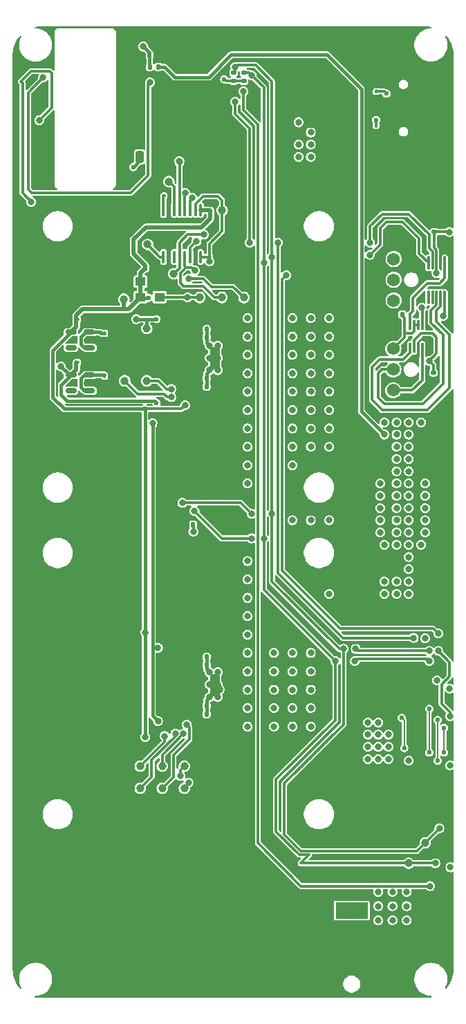
<source format=gbr>
%TF.GenerationSoftware,KiCad,Pcbnew,8.0.4*%
%TF.CreationDate,2024-11-04T21:15:06+01:00*%
%TF.ProjectId,BitForgeNano,42697446-6f72-4676-954e-616e6f2e6b69,rev?*%
%TF.SameCoordinates,Original*%
%TF.FileFunction,Copper,L6,Bot*%
%TF.FilePolarity,Positive*%
%FSLAX46Y46*%
G04 Gerber Fmt 4.6, Leading zero omitted, Abs format (unit mm)*
G04 Created by KiCad (PCBNEW 8.0.4) date 2024-11-04 21:15:06*
%MOMM*%
%LPD*%
G01*
G04 APERTURE LIST*
G04 Aperture macros list*
%AMRoundRect*
0 Rectangle with rounded corners*
0 $1 Rounding radius*
0 $2 $3 $4 $5 $6 $7 $8 $9 X,Y pos of 4 corners*
0 Add a 4 corners polygon primitive as box body*
4,1,4,$2,$3,$4,$5,$6,$7,$8,$9,$2,$3,0*
0 Add four circle primitives for the rounded corners*
1,1,$1+$1,$2,$3*
1,1,$1+$1,$4,$5*
1,1,$1+$1,$6,$7*
1,1,$1+$1,$8,$9*
0 Add four rect primitives between the rounded corners*
20,1,$1+$1,$2,$3,$4,$5,0*
20,1,$1+$1,$4,$5,$6,$7,0*
20,1,$1+$1,$6,$7,$8,$9,0*
20,1,$1+$1,$8,$9,$2,$3,0*%
G04 Aperture macros list end*
%TA.AperFunction,SMDPad,CuDef*%
%ADD10C,1.000000*%
%TD*%
%TA.AperFunction,SMDPad,CuDef*%
%ADD11RoundRect,0.100000X0.130000X0.100000X-0.130000X0.100000X-0.130000X-0.100000X0.130000X-0.100000X0*%
%TD*%
%TA.AperFunction,SMDPad,CuDef*%
%ADD12RoundRect,0.140000X-0.140000X-0.170000X0.140000X-0.170000X0.140000X0.170000X-0.140000X0.170000X0*%
%TD*%
%TA.AperFunction,SMDPad,CuDef*%
%ADD13RoundRect,0.140000X0.140000X0.170000X-0.140000X0.170000X-0.140000X-0.170000X0.140000X-0.170000X0*%
%TD*%
%TA.AperFunction,SMDPad,CuDef*%
%ADD14RoundRect,0.100000X0.100000X-0.130000X0.100000X0.130000X-0.100000X0.130000X-0.100000X-0.130000X0*%
%TD*%
%TA.AperFunction,SMDPad,CuDef*%
%ADD15RoundRect,0.150000X-0.512500X-0.150000X0.512500X-0.150000X0.512500X0.150000X-0.512500X0.150000X0*%
%TD*%
%TA.AperFunction,SMDPad,CuDef*%
%ADD16R,1.300000X1.100000*%
%TD*%
%TA.AperFunction,SMDPad,CuDef*%
%ADD17RoundRect,0.250000X-0.325000X-1.100000X0.325000X-1.100000X0.325000X1.100000X-0.325000X1.100000X0*%
%TD*%
%TA.AperFunction,SMDPad,CuDef*%
%ADD18RoundRect,0.100000X0.100000X-0.637500X0.100000X0.637500X-0.100000X0.637500X-0.100000X-0.637500X0*%
%TD*%
%TA.AperFunction,ComponentPad*%
%ADD19C,0.400000*%
%TD*%
%TA.AperFunction,SMDPad,CuDef*%
%ADD20RoundRect,0.135000X-0.185000X0.135000X-0.185000X-0.135000X0.185000X-0.135000X0.185000X0.135000X0*%
%TD*%
%TA.AperFunction,SMDPad,CuDef*%
%ADD21RoundRect,0.100000X-0.100000X0.130000X-0.100000X-0.130000X0.100000X-0.130000X0.100000X0.130000X0*%
%TD*%
%TA.AperFunction,SMDPad,CuDef*%
%ADD22RoundRect,0.135000X0.135000X0.185000X-0.135000X0.185000X-0.135000X-0.185000X0.135000X-0.185000X0*%
%TD*%
%TA.AperFunction,SMDPad,CuDef*%
%ADD23RoundRect,0.140000X0.170000X-0.140000X0.170000X0.140000X-0.170000X0.140000X-0.170000X-0.140000X0*%
%TD*%
%TA.AperFunction,SMDPad,CuDef*%
%ADD24RoundRect,0.087500X-0.087500X0.537500X-0.087500X-0.537500X0.087500X-0.537500X0.087500X0.537500X0*%
%TD*%
%TA.AperFunction,SMDPad,CuDef*%
%ADD25RoundRect,0.140000X-0.170000X0.140000X-0.170000X-0.140000X0.170000X-0.140000X0.170000X0.140000X0*%
%TD*%
%TA.AperFunction,SMDPad,CuDef*%
%ADD26RoundRect,0.087500X-0.087500X0.725000X-0.087500X-0.725000X0.087500X-0.725000X0.087500X0.725000X0*%
%TD*%
%TA.AperFunction,SMDPad,CuDef*%
%ADD27RoundRect,0.135000X0.185000X-0.135000X0.185000X0.135000X-0.185000X0.135000X-0.185000X-0.135000X0*%
%TD*%
%TA.AperFunction,SMDPad,CuDef*%
%ADD28RoundRect,0.250000X0.250000X0.475000X-0.250000X0.475000X-0.250000X-0.475000X0.250000X-0.475000X0*%
%TD*%
%TA.AperFunction,ComponentPad*%
%ADD29C,1.574800*%
%TD*%
%TA.AperFunction,ComponentPad*%
%ADD30R,4.000000X2.000000*%
%TD*%
%TA.AperFunction,ComponentPad*%
%ADD31O,2.000000X3.500000*%
%TD*%
%TA.AperFunction,ComponentPad*%
%ADD32O,3.300000X2.000000*%
%TD*%
%TA.AperFunction,ComponentPad*%
%ADD33O,2.100000X1.000000*%
%TD*%
%TA.AperFunction,ComponentPad*%
%ADD34O,1.800000X1.000000*%
%TD*%
%TA.AperFunction,ViaPad*%
%ADD35C,0.800000*%
%TD*%
%TA.AperFunction,ViaPad*%
%ADD36C,0.600000*%
%TD*%
%TA.AperFunction,Conductor*%
%ADD37C,0.400000*%
%TD*%
%TA.AperFunction,Conductor*%
%ADD38C,0.300000*%
%TD*%
%TA.AperFunction,Conductor*%
%ADD39C,1.000000*%
%TD*%
%TA.AperFunction,Conductor*%
%ADD40C,0.500000*%
%TD*%
%TA.AperFunction,Conductor*%
%ADD41C,0.350000*%
%TD*%
%TA.AperFunction,Conductor*%
%ADD42C,0.200000*%
%TD*%
G04 APERTURE END LIST*
D10*
%TO.P,TP2,1,1*%
%TO.N,Net-(U9-B4)*%
X86750000Y-71250000D03*
%TD*%
D11*
%TO.P,R31,1*%
%TO.N,Net-(U9-OE)*%
X86180000Y-73000000D03*
%TO.P,R31,2*%
%TO.N,GND*%
X86820000Y-73000000D03*
%TD*%
D12*
%TO.P,C100,1*%
%TO.N,VDD*%
X91380000Y-90300000D03*
%TO.P,C100,2*%
%TO.N,GND*%
X90420000Y-90300000D03*
%TD*%
D13*
%TO.P,C42,1*%
%TO.N,3V3*%
X89730000Y-113250000D03*
%TO.P,C42,2*%
%TO.N,GND*%
X88770000Y-113250000D03*
%TD*%
D10*
%TO.P,TP8,1,1*%
%TO.N,/Domain/0V8*%
X84050000Y-89250000D03*
%TD*%
D12*
%TO.P,C59,1*%
%TO.N,VDD*%
X91380000Y-129450000D03*
%TO.P,C59,2*%
%TO.N,GND*%
X90420000Y-129450000D03*
%TD*%
%TO.P,C39,1*%
%TO.N,VDD*%
X91380000Y-95350000D03*
%TO.P,C39,2*%
%TO.N,GND*%
X90420000Y-95350000D03*
%TD*%
D10*
%TO.P,TP11,1,1*%
%TO.N,/Domain/I_CI*%
X93250000Y-85450000D03*
%TD*%
D14*
%TO.P,C31,1*%
%TO.N,Net-(U5-EN)*%
X78900000Y-89830000D03*
%TO.P,C31,2*%
%TO.N,GND*%
X78900000Y-90470000D03*
%TD*%
D10*
%TO.P,TP12,1,1*%
%TO.N,/Domain/I_RO*%
X95950000Y-85450000D03*
%TD*%
D11*
%TO.P,C17,1*%
%TO.N,3V3*%
X91730000Y-80450000D03*
%TO.P,C17,2*%
%TO.N,GND*%
X92370000Y-80450000D03*
%TD*%
D14*
%TO.P,C15,1*%
%TO.N,GND*%
X91850000Y-74130000D03*
%TO.P,C15,2*%
%TO.N,/Domain/1V2*%
X91850000Y-74770000D03*
%TD*%
D10*
%TO.P,TP21,1,1*%
%TO.N,Net-(U3-RI)*%
X88650000Y-142850000D03*
%TD*%
D12*
%TO.P,C58,1*%
%TO.N,VDD*%
X91380000Y-136450000D03*
%TO.P,C58,2*%
%TO.N,GND*%
X90420000Y-136450000D03*
%TD*%
D14*
%TO.P,C33,1*%
%TO.N,Net-(U6-EN)*%
X78900000Y-95080000D03*
%TO.P,C33,2*%
%TO.N,GND*%
X78900000Y-95720000D03*
%TD*%
D10*
%TO.P,TP23,1,1*%
%TO.N,Net-(U3-BO)*%
X85950000Y-142850000D03*
%TD*%
D15*
%TO.P,U5,1,VIN*%
%TO.N,Net-(U5-EN)*%
X77037500Y-89700000D03*
%TO.P,U5,2,GND*%
%TO.N,GND*%
X77037500Y-90650000D03*
%TO.P,U5,3,EN*%
%TO.N,Net-(U5-EN)*%
X77037500Y-91600000D03*
%TO.P,U5,4,PG*%
%TO.N,unconnected-(U5-PG-Pad4)*%
X74762500Y-91600000D03*
%TO.P,U5,5,VOUT*%
%TO.N,/Domain/1V2*%
X74762500Y-89700000D03*
%TD*%
D10*
%TO.P,TP7,1,1*%
%TO.N,/Domain/1V2*%
X81250000Y-85650000D03*
%TD*%
D11*
%TO.P,C32,1*%
%TO.N,/Domain/1V2*%
X75580000Y-88150000D03*
%TO.P,C32,2*%
%TO.N,GND*%
X76220000Y-88150000D03*
%TD*%
D12*
%TO.P,C60,1*%
%TO.N,VDD*%
X91380000Y-130450000D03*
%TO.P,C60,2*%
%TO.N,GND*%
X90420000Y-130450000D03*
%TD*%
D16*
%TO.P,U11,1,EN*%
%TO.N,/Domain/1V2*%
X83300000Y-83500000D03*
%TO.P,U11,2,GND*%
%TO.N,GND*%
X85600000Y-83500000D03*
%TO.P,U11,3,OUT*%
%TO.N,/Domain/CLKI*%
X85600000Y-85400000D03*
%TO.P,U11,4,VIN*%
%TO.N,/Domain/1V2*%
X83300000Y-85400000D03*
%TD*%
D15*
%TO.P,U6,1,VIN*%
%TO.N,Net-(U6-EN)*%
X77037500Y-94950000D03*
%TO.P,U6,2,GND*%
%TO.N,GND*%
X77037500Y-95900000D03*
%TO.P,U6,3,EN*%
%TO.N,Net-(U6-EN)*%
X77037500Y-96850000D03*
%TO.P,U6,4,PG*%
%TO.N,unconnected-(U6-PG-Pad4)*%
X74762500Y-96850000D03*
%TO.P,U6,5,VOUT*%
%TO.N,/Domain/0V8*%
X74762500Y-94950000D03*
%TD*%
D10*
%TO.P,TP20,1,1*%
%TO.N,Net-(U3-CO)*%
X88650000Y-145550000D03*
%TD*%
%TO.P,TP9,1,1*%
%TO.N,/Domain/CLKI*%
X90550000Y-85450000D03*
%TD*%
%TO.P,TP18,1,1*%
%TO.N,Net-(U9-DIR4)*%
X84150000Y-78950000D03*
%TD*%
D17*
%TO.P,C64,1*%
%TO.N,VDD*%
X92375000Y-132950000D03*
%TO.P,C64,2*%
%TO.N,GND*%
X89425000Y-132950000D03*
%TD*%
D12*
%TO.P,C40,1*%
%TO.N,VDD*%
X91380000Y-96350000D03*
%TO.P,C40,2*%
%TO.N,GND*%
X90420000Y-96350000D03*
%TD*%
%TO.P,C35,1*%
%TO.N,GND*%
X84850000Y-81850000D03*
%TO.P,C35,2*%
%TO.N,/Domain/1V2*%
X83890000Y-81850000D03*
%TD*%
D10*
%TO.P,TP24,1,1*%
%TO.N,Net-(U3-TEMP_N)*%
X83250000Y-145550000D03*
%TD*%
D11*
%TO.P,C34,1*%
%TO.N,/Domain/0V8*%
X75580000Y-93400000D03*
%TO.P,C34,2*%
%TO.N,GND*%
X76220000Y-93400000D03*
%TD*%
D10*
%TO.P,TP10,1,1*%
%TO.N,/Domain/I_NRSTI*%
X87350000Y-82550000D03*
%TD*%
D12*
%TO.P,C61,1*%
%TO.N,VDD*%
X91380000Y-135450000D03*
%TO.P,C61,2*%
%TO.N,GND*%
X90420000Y-135450000D03*
%TD*%
D18*
%TO.P,U9,1,DIR1*%
%TO.N,3V3*%
X90650000Y-80475000D03*
%TO.P,U9,2,DIR2*%
%TO.N,GND*%
X90000000Y-80475000D03*
%TO.P,U9,3,A1*%
%TO.N,Net-(U9-A1)*%
X89350000Y-80475000D03*
%TO.P,U9,4,A2*%
%TO.N,/Domain/I_CI*%
X88700000Y-80475000D03*
%TO.P,U9,5,A3*%
%TO.N,/Domain/I_NRSTI*%
X88050000Y-80475000D03*
%TO.P,U9,6,A4*%
%TO.N,unconnected-(U9-A4-Pad6)*%
X87400000Y-80475000D03*
%TO.P,U9,7,DIR3*%
%TO.N,GND*%
X86750000Y-80475000D03*
%TO.P,U9,8,DIR4*%
%TO.N,Net-(U9-DIR4)*%
X86100000Y-80475000D03*
%TO.P,U9,9,OE*%
%TO.N,Net-(U9-OE)*%
X86100000Y-74750000D03*
%TO.P,U9,10,GND*%
%TO.N,GND*%
X86750000Y-74750000D03*
%TO.P,U9,11,B4*%
%TO.N,Net-(U9-B4)*%
X87400000Y-74750000D03*
%TO.P,U9,12,B3*%
%TO.N,/RST*%
X88050000Y-74750000D03*
%TO.P,U9,13,B2*%
%TO.N,/TX*%
X88700000Y-74750000D03*
%TO.P,U9,14,B1*%
%TO.N,/RX*%
X89350000Y-74750000D03*
%TO.P,U9,15,VCCB*%
%TO.N,3V3*%
X90000000Y-74750000D03*
%TO.P,U9,16,VCCA*%
%TO.N,/Domain/1V2*%
X90650000Y-74750000D03*
%TD*%
D17*
%TO.P,C41,1*%
%TO.N,VDD*%
X92375000Y-92850000D03*
%TO.P,C41,2*%
%TO.N,GND*%
X89425000Y-92850000D03*
%TD*%
D12*
%TO.P,C29,1*%
%TO.N,VDD*%
X91380000Y-89350000D03*
%TO.P,C29,2*%
%TO.N,GND*%
X90420000Y-89350000D03*
%TD*%
D10*
%TO.P,TP27,1,1*%
%TO.N,Net-(U13-TEMP_P)*%
X84050000Y-95650000D03*
%TD*%
%TO.P,TP6,1,1*%
%TO.N,3V3*%
X93272500Y-74787500D03*
%TD*%
%TO.P,TP25,1,1*%
%TO.N,Net-(U3-TEMP_P)*%
X83250000Y-142850000D03*
%TD*%
%TO.P,TP22,1,1*%
%TO.N,Net-(U3-CLKO)*%
X85950000Y-145550000D03*
%TD*%
%TO.P,TP26,1,1*%
%TO.N,Net-(U13-TEMP_N)*%
X81350000Y-95650000D03*
%TD*%
D19*
%TO.P,U12,41,PAD*%
%TO.N,GND*%
X116336483Y-132046762D03*
X114936483Y-132046762D03*
X113536483Y-132046762D03*
X117336483Y-133326762D03*
X116336483Y-133326762D03*
X114936483Y-133326762D03*
X113536483Y-133326762D03*
X112536483Y-133326762D03*
X116336483Y-134606762D03*
X114936483Y-134606762D03*
X113536483Y-134606762D03*
%TD*%
D20*
%TO.P,R26,1*%
%TO.N,3V3*%
X95936483Y-58946762D03*
%TO.P,R26,2*%
%TO.N,/SDA*%
X95936483Y-57926762D03*
%TD*%
D21*
%TO.P,R28,1*%
%TO.N,GND*%
X112136483Y-65046762D03*
%TO.P,R28,2*%
%TO.N,Net-(J5-CC1)*%
X112136483Y-64406762D03*
%TD*%
D22*
%TO.P,R22,1*%
%TO.N,GND*%
X83386483Y-55756762D03*
%TO.P,R22,2*%
%TO.N,/ESP32/VDD_SAMPLE_0*%
X84406483Y-55756762D03*
%TD*%
D14*
%TO.P,R29,1*%
%TO.N,GND*%
X112136483Y-59586762D03*
%TO.P,R29,2*%
%TO.N,Net-(J5-CC2)*%
X112136483Y-60226762D03*
%TD*%
D23*
%TO.P,C21,1*%
%TO.N,3V3*%
X119236483Y-77406762D03*
%TO.P,C21,2*%
%TO.N,GND*%
X119236483Y-76446762D03*
%TD*%
D24*
%TO.P,U23,1,B2Y*%
%TO.N,/Fan/FAN2_PWM*%
X117786483Y-91626762D03*
%TO.P,U23,2,GND*%
%TO.N,GND*%
X117286483Y-91626762D03*
%TO.P,U23,3,VCCA*%
%TO.N,3V3*%
X116786483Y-91626762D03*
%TO.P,U23,4,A2*%
%TO.N,/Fan/PWM2*%
X116286483Y-91626762D03*
%TO.P,U23,5,A1*%
%TO.N,/Fan/PWM1*%
X116286483Y-88826762D03*
%TO.P,U23,6,OE*%
%TO.N,+5V*%
X116786483Y-88826762D03*
%TO.P,U23,7,VCCB*%
X117286483Y-88826762D03*
%TO.P,U23,8,B1Y*%
%TO.N,/Fan/FAN1_PWM*%
X117786483Y-88826762D03*
%TD*%
D22*
%TO.P,R14,1*%
%TO.N,/ESP32/VDD_SAMPLE_0*%
X84426483Y-57226762D03*
%TO.P,R14,2*%
%TO.N,VDD*%
X85446483Y-57226762D03*
%TD*%
D25*
%TO.P,C45,1*%
%TO.N,3V3*%
X119136483Y-94646762D03*
%TO.P,C45,2*%
%TO.N,GND*%
X119136483Y-95606762D03*
%TD*%
D10*
%TO.P,TP17,1,1*%
%TO.N,/SCL*%
X118136483Y-152226762D03*
%TD*%
D26*
%TO.P,U2,1,SMDATA*%
%TO.N,/SDA*%
X118536483Y-81214262D03*
%TO.P,U2,2,SMCLK*%
%TO.N,/SCL*%
X119036483Y-81214262D03*
%TO.P,U2,3,VDD*%
%TO.N,3V3*%
X119536483Y-81214262D03*
%TO.P,U2,4,GND*%
%TO.N,GND*%
X120036483Y-81214262D03*
%TO.P,U2,5,PWM1*%
%TO.N,/Fan/PWM1*%
X120536483Y-81214262D03*
%TO.P,U2,6,TACH1*%
%TO.N,/Fan/FAN1_TACH*%
X120536483Y-85439262D03*
%TO.P,U2,7,PWM2*%
%TO.N,/Fan/PWM2*%
X120036483Y-85439262D03*
%TO.P,U2,8,TACH2*%
%TO.N,/Fan/FAN2_TACH*%
X119536483Y-85439262D03*
%TO.P,U2,9,CLK*%
%TO.N,unconnected-(U2-CLK-Pad9)*%
X119036483Y-85439262D03*
%TO.P,U2,10,\u002AALERT*%
%TO.N,unconnected-(U2-\u002AALERT-Pad10)*%
X118536483Y-85439262D03*
%TD*%
D27*
%TO.P,R25,1*%
%TO.N,/SCL*%
X94686483Y-57926762D03*
%TO.P,R25,2*%
%TO.N,3V3*%
X94686483Y-58946762D03*
%TD*%
D13*
%TO.P,C46,1*%
%TO.N,+5V*%
X115316483Y-87526762D03*
%TO.P,C46,2*%
%TO.N,GND*%
X114356483Y-87526762D03*
%TD*%
D28*
%TO.P,C47,1*%
%TO.N,3V3*%
X83186483Y-68226762D03*
%TO.P,C47,2*%
%TO.N,GND*%
X81286483Y-68226762D03*
%TD*%
D10*
%TO.P,TP16,1,1*%
%TO.N,/SDA*%
X116136483Y-154726762D03*
%TD*%
D29*
%TO.P,J6,1,Pin_1*%
%TO.N,GND*%
X114275334Y-78206162D03*
%TO.P,J6,2,Pin_2*%
%TO.N,+5V*%
X114275334Y-80746162D03*
%TO.P,J6,3,Pin_3*%
%TO.N,/Fan/FAN1_TACH*%
X114275334Y-83286162D03*
%TO.P,J6,4,Pin_4*%
%TO.N,/Fan/FAN1_PWM*%
X114275334Y-85826162D03*
%TD*%
%TO.P,J8,1,Pin_1*%
%TO.N,GND*%
X114236483Y-89186762D03*
%TO.P,J8,2,Pin_2*%
%TO.N,+5V*%
X114236483Y-91726762D03*
%TO.P,J8,3,Pin_3*%
%TO.N,/Fan/FAN2_TACH*%
X114236483Y-94266762D03*
%TO.P,J8,4,Pin_4*%
%TO.N,/Fan/FAN2_PWM*%
X114236483Y-96806762D03*
%TD*%
D30*
%TO.P,J1,1*%
%TO.N,VIN*%
X109136483Y-160526762D03*
D31*
%TO.P,J1,2*%
%TO.N,GND*%
X104636483Y-167526762D03*
D32*
X109136483Y-166526762D03*
D31*
X113636483Y-167526762D03*
%TD*%
D33*
%TO.P,J5,S1,SHIELD*%
%TO.N,GND*%
X114966483Y-66571762D03*
D34*
X119146483Y-66571762D03*
D33*
X114966483Y-57931762D03*
D34*
X119146483Y-57931762D03*
%TD*%
D35*
%TO.N,Net-(U13-TEMP_P)*%
X87050000Y-96650000D03*
%TO.N,Net-(U13-TEMP_N)*%
X87050000Y-97650000D03*
%TO.N,Net-(U3-TEMP_P)*%
X86250000Y-139150000D03*
%TO.N,3V3*%
X91750000Y-81050000D03*
X89750000Y-114150000D03*
%TO.N,Net-(U3-TEMP_N)*%
X87550000Y-138850000D03*
%TO.N,Net-(U3-BO)*%
X88550000Y-138850000D03*
%TO.N,Net-(U3-CLKO)*%
X88950000Y-137750000D03*
%TO.N,Net-(U3-CO)*%
X89150000Y-144850000D03*
%TO.N,/SDA*%
X89900000Y-111600000D03*
%TO.N,/SCL*%
X88400000Y-110600000D03*
%TO.N,/Domain/I_NRSTI*%
X91050000Y-77750000D03*
%TO.N,/Domain/I_CI*%
X89950000Y-82150000D03*
%TO.N,/RST*%
X88050000Y-68850000D03*
%TO.N,/RX*%
X89650000Y-73250000D03*
%TO.N,/TX*%
X88750000Y-72650000D03*
%TO.N,/Domain/CLKI*%
X89050000Y-85450000D03*
%TO.N,/Domain/I_RO*%
X89150000Y-83150000D03*
%TO.N,Net-(U3-RI)*%
X88150000Y-144050000D03*
%TO.N,Net-(U9-A1)*%
X90150000Y-78550000D03*
D36*
%TO.N,/Domain/1V2*%
X84250000Y-85500000D03*
X83820000Y-99100000D03*
D35*
X88733806Y-98650188D03*
X83850000Y-139250000D03*
X83850000Y-126450000D03*
D36*
%TO.N,/Domain/0V8*%
X85250000Y-88100000D03*
D35*
X73550000Y-93900000D03*
X84750000Y-100850000D03*
X85430000Y-137350000D03*
X82750000Y-88100000D03*
X85410000Y-128350000D03*
D36*
X85250000Y-98350000D03*
D35*
%TO.N,VDD*%
X91750000Y-131350000D03*
X91750000Y-92850000D03*
X91750000Y-94350000D03*
X92750000Y-132850000D03*
X91750000Y-91350000D03*
X92750000Y-131350000D03*
X91750000Y-134350000D03*
X92750000Y-92850000D03*
X92750000Y-94350000D03*
X92750000Y-91350000D03*
X91750000Y-132850000D03*
X92750000Y-134350000D03*
%TO.N,GND*%
X92650000Y-123250000D03*
X89250000Y-91350000D03*
X88250000Y-92850000D03*
X90250000Y-94350000D03*
X89250000Y-132850000D03*
X86250000Y-134350000D03*
X92150000Y-73950000D03*
X85650000Y-125700000D03*
X90250000Y-92850000D03*
X87250000Y-92850000D03*
X79950000Y-89000000D03*
X90400000Y-141200000D03*
X87250000Y-134350000D03*
X86250000Y-132850000D03*
X89250000Y-134350000D03*
X88250000Y-94350000D03*
X92650000Y-102350000D03*
X90250000Y-134350000D03*
X85650000Y-81850000D03*
X85850000Y-86650000D03*
X88250000Y-134350000D03*
X89250000Y-92850000D03*
X89250000Y-131350000D03*
X92850000Y-80450000D03*
X90250000Y-131350000D03*
X86250000Y-131350000D03*
X88250000Y-131350000D03*
X79950000Y-90500000D03*
X87050000Y-84250000D03*
X90250000Y-91350000D03*
X86750000Y-87650000D03*
X86250000Y-94350000D03*
X89250000Y-94350000D03*
X88550000Y-114150000D03*
X88250000Y-132850000D03*
X86250000Y-91350000D03*
X87250000Y-132850000D03*
X91750000Y-82350000D03*
X90250000Y-132850000D03*
X88250000Y-91350000D03*
X87250000Y-94350000D03*
X86250000Y-92850000D03*
X87250000Y-91350000D03*
X89950000Y-101992500D03*
X92650000Y-142450000D03*
X87250000Y-131350000D03*
%TO.N,/ESP32/INA_ALRT*%
X95886483Y-60226762D03*
X118736483Y-157526762D03*
%TO.N,/Power/PGOOD*%
X119736483Y-126576762D03*
X101136483Y-82726762D03*
%TO.N,+5V*%
X111136483Y-141976762D03*
X113636483Y-140476762D03*
X113636483Y-138976762D03*
X111136483Y-140476762D03*
X112386483Y-138976762D03*
X112386483Y-137476762D03*
X111136483Y-137476762D03*
X111136483Y-138976762D03*
X112386483Y-141976762D03*
X113636483Y-141976762D03*
X102636483Y-63976762D03*
X112386483Y-140476762D03*
%TO.N,3V3*%
X121136483Y-77426762D03*
X104136483Y-66726762D03*
X102636483Y-68226762D03*
X104136483Y-65226762D03*
X118136483Y-127176762D03*
X69886483Y-73726762D03*
X102636483Y-66726762D03*
X121236483Y-155226762D03*
D36*
X82386483Y-69476762D03*
D35*
X119536483Y-82476762D03*
X118636483Y-93226762D03*
X70886483Y-63726762D03*
X104136483Y-68226762D03*
D36*
X93536483Y-58726762D03*
%TO.N,Net-(U12-VSEL)*%
X120466483Y-141176762D03*
X120466483Y-138159169D03*
%TO.N,Net-(U12-ADRSEL)*%
X119676483Y-137176762D03*
X119676483Y-142176762D03*
D35*
%TO.N,/Fan/FAN1_PWM*%
X117736483Y-86726762D03*
%TO.N,/Fan/FAN1_TACH*%
X120336483Y-87726762D03*
%TO.N,/ESP32/VDD_SAMPLE_0*%
X83636483Y-54726762D03*
%TO.N,/Power/SMB_ALRT*%
X96636483Y-78726762D03*
X94886483Y-61476762D03*
D36*
%TO.N,Net-(U12-MSEL1)*%
X118636483Y-135826762D03*
X118636483Y-141176762D03*
D35*
%TO.N,/RST*%
X88036483Y-68726762D03*
D36*
%TO.N,Net-(U12-EN{slash}UVLO)*%
X115586483Y-140626762D03*
X115286483Y-136926762D03*
D35*
%TO.N,Net-(U12-BP1V5)*%
X121186483Y-136726762D03*
X119736483Y-128726762D03*
%TO.N,/Power/AGND*%
X116136483Y-142176762D03*
X119593676Y-132333955D03*
X121186483Y-142726762D03*
%TO.N,/ESP32/IO0*%
X84436483Y-59126762D03*
X71336483Y-58526762D03*
D36*
%TO.N,Net-(J5-CC2)*%
X113386483Y-60476762D03*
%TO.N,Net-(J5-CC1)*%
X112136483Y-63726762D03*
D35*
%TO.N,VDD*%
X106386483Y-103726762D03*
X117636483Y-100726762D03*
X99636483Y-133476762D03*
X99636483Y-128976762D03*
X112636483Y-109726762D03*
X101886483Y-128976762D03*
X121136483Y-133326762D03*
X104136483Y-92476762D03*
X106386483Y-101476762D03*
X99636483Y-135726762D03*
X101886483Y-101476762D03*
X96386483Y-105976762D03*
X106386483Y-90226762D03*
X114636483Y-102226762D03*
X118136483Y-114226762D03*
X101886483Y-103726762D03*
X96386483Y-101476762D03*
X116136483Y-108226762D03*
X96386483Y-124476762D03*
X101886483Y-96976762D03*
X104136483Y-96976762D03*
X114636483Y-103726762D03*
X116136483Y-120226762D03*
X96386483Y-137976762D03*
X106386483Y-87976762D03*
X118136483Y-111226762D03*
X101886483Y-87976762D03*
X116136483Y-106726762D03*
X104136483Y-131226762D03*
X114636483Y-106726762D03*
X112636483Y-108226762D03*
X104136483Y-99226762D03*
X96386483Y-87976762D03*
X96386483Y-90226762D03*
X114636483Y-112726762D03*
X101886483Y-135726762D03*
X116136483Y-103726762D03*
X116136483Y-117226762D03*
X116136483Y-112726762D03*
X116136483Y-111226762D03*
X104136483Y-94726762D03*
X116136483Y-100726762D03*
X96386483Y-108226762D03*
X104136483Y-137976762D03*
X113136483Y-121726762D03*
X96386483Y-122226762D03*
X101886483Y-133476762D03*
X101886483Y-92476762D03*
X113136483Y-100726762D03*
X114636483Y-105226762D03*
X96386483Y-131226762D03*
X113136483Y-120226762D03*
X96386483Y-133476762D03*
X106386483Y-121726762D03*
X106386483Y-112726762D03*
X104136483Y-112726762D03*
X106386483Y-96976762D03*
X116136483Y-121726762D03*
X104136483Y-101476762D03*
X114636483Y-120226762D03*
X96386483Y-126726762D03*
X96386483Y-94726762D03*
X114636483Y-111226762D03*
X104136483Y-128976762D03*
X106386483Y-99226762D03*
X96386483Y-117726762D03*
X101886483Y-94726762D03*
X118136483Y-112726762D03*
X114636483Y-109726762D03*
X116136483Y-102226762D03*
X104136483Y-87976762D03*
X101886483Y-137976762D03*
X114636483Y-100726762D03*
X96386483Y-96976762D03*
X106386483Y-92476762D03*
X101886483Y-99226762D03*
X96386483Y-92476762D03*
X114636483Y-108226762D03*
X104136483Y-103726762D03*
X106386483Y-94726762D03*
X101886483Y-105976762D03*
X114636483Y-114226762D03*
X116136483Y-118726762D03*
X116136483Y-105226762D03*
X96386483Y-135726762D03*
X99636483Y-131226762D03*
X118136483Y-108226762D03*
X116136483Y-109726762D03*
X112636483Y-112726762D03*
X104136483Y-135726762D03*
X104136483Y-90226762D03*
X96386483Y-119976762D03*
X96386483Y-103726762D03*
X99636483Y-137976762D03*
X116136483Y-114226762D03*
X116136483Y-115726762D03*
X114636483Y-121726762D03*
X96386483Y-99226762D03*
X101886483Y-131226762D03*
X101886483Y-112726762D03*
X113136483Y-102226762D03*
X104136483Y-133476762D03*
X96386483Y-128976762D03*
X112636483Y-114226762D03*
X112636483Y-111226762D03*
X117636483Y-115726762D03*
X118136483Y-109726762D03*
X113136483Y-115726762D03*
X114636483Y-115726762D03*
X101886483Y-90226762D03*
%TO.N,GND*%
X101136483Y-52726762D03*
X71136483Y-127726762D03*
X119236483Y-75626762D03*
X76136483Y-142726762D03*
X109386483Y-143476762D03*
X96136483Y-147726762D03*
X101136483Y-162726762D03*
X106136483Y-57726762D03*
X109386483Y-144976762D03*
X81136483Y-127726762D03*
X96136483Y-152726762D03*
X101136483Y-157726762D03*
X112136483Y-58926762D03*
X71136483Y-92726762D03*
X111136483Y-107976762D03*
X89536483Y-63026762D03*
X109386483Y-132976762D03*
X86136483Y-157726762D03*
X86136483Y-122726762D03*
X71136483Y-97726762D03*
X96136483Y-142726762D03*
X109386483Y-140476762D03*
X109386483Y-147976762D03*
X86136483Y-107726762D03*
X71136483Y-132726762D03*
X89536483Y-65826762D03*
X88136483Y-61626762D03*
X71136483Y-142726762D03*
X71136483Y-122726762D03*
X83336483Y-56626762D03*
X86136483Y-117726762D03*
X116136483Y-72726762D03*
X90936483Y-63026762D03*
X71136483Y-112726762D03*
X88136483Y-63026762D03*
X89536483Y-64426762D03*
X76136483Y-137726762D03*
X81136483Y-162726762D03*
X111136483Y-103726762D03*
X109636483Y-106726762D03*
X91136483Y-162726762D03*
X102576283Y-61526762D03*
X91136483Y-157726762D03*
X91136483Y-147726762D03*
X76136483Y-152726762D03*
X86736483Y-65826762D03*
X121136483Y-146476762D03*
X109636483Y-109726762D03*
X96136483Y-157726762D03*
X71136483Y-87726762D03*
X106136483Y-62726762D03*
X121136483Y-72726762D03*
X109386483Y-149476762D03*
X121136483Y-149476762D03*
X76136483Y-122726762D03*
X111136483Y-112726762D03*
X81136483Y-152726762D03*
X76136483Y-127726762D03*
X81136483Y-137726762D03*
X81136483Y-142726762D03*
X121136483Y-144976762D03*
X81136483Y-82726762D03*
X111136483Y-57726762D03*
X81136483Y-77726762D03*
X103136483Y-71476762D03*
X90936483Y-64426762D03*
X88136483Y-64426762D03*
X71136483Y-162726762D03*
X109636483Y-105226762D03*
X76136483Y-132726762D03*
X109386483Y-134476762D03*
X121136483Y-150976762D03*
X106136483Y-52726762D03*
X101136483Y-167726762D03*
X86136483Y-167726762D03*
X109636483Y-114226762D03*
X109386483Y-131476762D03*
X111136483Y-52726762D03*
X86736483Y-61626762D03*
X120036483Y-79126762D03*
X68136483Y-73476762D03*
X76136483Y-157726762D03*
X86136483Y-112726762D03*
X81136483Y-132726762D03*
X91136483Y-167726762D03*
X86736483Y-63026762D03*
X112136483Y-65726762D03*
X109386483Y-150976762D03*
X81136483Y-54826762D03*
X81136483Y-147726762D03*
X109636483Y-103726762D03*
X106136483Y-82726762D03*
X71136483Y-102726762D03*
X81136483Y-69926762D03*
X96136483Y-167726762D03*
X109386483Y-141976762D03*
X76136483Y-112726762D03*
X86136483Y-152726762D03*
X116936483Y-93051762D03*
X81136483Y-107726762D03*
X81136483Y-117726762D03*
X90936483Y-65826762D03*
X81136483Y-122726762D03*
X81536483Y-66226762D03*
X81136483Y-102726762D03*
X86136483Y-102726762D03*
X120052914Y-131256008D03*
X81136483Y-157726762D03*
X116136483Y-167726762D03*
X109636483Y-108226762D03*
X81136483Y-112726762D03*
X89536483Y-61626762D03*
X111136483Y-102226762D03*
X71136483Y-82726762D03*
X109386483Y-152476762D03*
X101136483Y-57726762D03*
X109636483Y-112726762D03*
X71136483Y-137726762D03*
X96136483Y-162726762D03*
X109636483Y-102226762D03*
X109636483Y-111226762D03*
X109386483Y-135976762D03*
X81136483Y-167726762D03*
X76136483Y-162726762D03*
X71136483Y-152726762D03*
X76136483Y-102726762D03*
X121136483Y-147976762D03*
X109386483Y-146476762D03*
X111136483Y-110226762D03*
X86136483Y-162726762D03*
X111136483Y-105726762D03*
X106136483Y-142726762D03*
X76136483Y-167726762D03*
X91136483Y-152726762D03*
X88136483Y-65826762D03*
X86736483Y-64426762D03*
X76136483Y-82726762D03*
X71136483Y-157726762D03*
%TO.N,VIN*%
X115886483Y-161726762D03*
X114136483Y-161726762D03*
X112386483Y-159976762D03*
X112386483Y-161726762D03*
X114136483Y-159976762D03*
X114136483Y-158226762D03*
X112386483Y-158226762D03*
X115886483Y-159976762D03*
X115886483Y-158226762D03*
%TO.N,/SDA*%
X96886483Y-114939262D03*
X109536483Y-129976762D03*
X119386483Y-154726762D03*
X118636483Y-129976762D03*
X96886483Y-58226762D03*
X111386483Y-80226762D03*
X107136483Y-129976762D03*
X98386483Y-81226762D03*
X98386483Y-114976762D03*
%TO.N,/SCL*%
X94886483Y-57226762D03*
X108136483Y-128476762D03*
X99386483Y-80476762D03*
X109636483Y-128476762D03*
%TO.N,/Power/SMB_ALRT*%
X100136483Y-78726762D03*
%TO.N,/SCL*%
X119886483Y-150476762D03*
X118636483Y-128726762D03*
X99386483Y-111926762D03*
X96886483Y-111926762D03*
%TO.N,/Power/SMB_ALRT*%
X116736483Y-127126762D03*
%TO.N,/SCL*%
X111386483Y-78726762D03*
%TO.N,GND*%
X79950000Y-95100000D03*
X79950000Y-93400000D03*
%TD*%
D37*
%TO.N,Net-(U5-EN)*%
X77037500Y-89700000D02*
X78325000Y-89700000D01*
X78325000Y-89700000D02*
X78455000Y-89830000D01*
X78455000Y-89830000D02*
X78900000Y-89830000D01*
D38*
%TO.N,/SCL*%
X88400000Y-110600000D02*
X95559721Y-110600000D01*
X95559721Y-110600000D02*
X96886483Y-111926762D01*
%TO.N,/SDA*%
X89900000Y-111600000D02*
X93239262Y-114939262D01*
X93239262Y-114939262D02*
X96886483Y-114939262D01*
%TO.N,Net-(U13-TEMP_P)*%
X87050000Y-96650000D02*
X86450000Y-96650000D01*
X85450000Y-95650000D02*
X84050000Y-95650000D01*
X86450000Y-96650000D02*
X85450000Y-95650000D01*
%TO.N,Net-(U13-TEMP_N)*%
X86150000Y-97250000D02*
X82950000Y-97250000D01*
X82950000Y-97250000D02*
X81350000Y-95650000D01*
X86550000Y-97650000D02*
X86150000Y-97250000D01*
X87050000Y-97650000D02*
X86550000Y-97650000D01*
%TO.N,Net-(U3-TEMP_P)*%
X86250000Y-139150000D02*
X86250000Y-139850000D01*
X86250000Y-139850000D02*
X83250000Y-142850000D01*
%TO.N,3V3*%
X90000000Y-74750000D02*
X90000000Y-74012501D01*
X93272500Y-77327500D02*
X93272500Y-74787500D01*
X91730000Y-80450000D02*
X91730000Y-78870000D01*
X91730000Y-80450000D02*
X91730000Y-81030000D01*
X91730000Y-81030000D02*
X91750000Y-81050000D01*
X89750000Y-114150000D02*
X89750000Y-113270000D01*
X90650000Y-80475000D02*
X91705000Y-80475000D01*
X89750000Y-113270000D02*
X89730000Y-113250000D01*
X92750000Y-73050000D02*
X93272500Y-73572500D01*
X90962501Y-73050000D02*
X92750000Y-73050000D01*
X90000000Y-74012501D02*
X90962501Y-73050000D01*
X91705000Y-80475000D02*
X91730000Y-80450000D01*
X91730000Y-78870000D02*
X93272500Y-77327500D01*
X93272500Y-73572500D02*
X93272500Y-74787500D01*
%TO.N,Net-(U3-TEMP_N)*%
X87550000Y-139186396D02*
X84650000Y-142086396D01*
X84650000Y-144150000D02*
X83250000Y-145550000D01*
X87550000Y-138850000D02*
X87550000Y-139186396D01*
X84650000Y-142086396D02*
X84650000Y-144150000D01*
%TO.N,Net-(U3-BO)*%
X88550000Y-138850000D02*
X85950000Y-141450000D01*
X85950000Y-141450000D02*
X85950000Y-142850000D01*
%TO.N,Net-(U3-CLKO)*%
X89250000Y-138050000D02*
X89250000Y-139550000D01*
X88950000Y-137750000D02*
X89250000Y-138050000D01*
X89250000Y-139550000D02*
X87350000Y-141450000D01*
X87350000Y-141450000D02*
X87350000Y-144150000D01*
X87350000Y-144150000D02*
X85950000Y-145550000D01*
%TO.N,Net-(U3-CO)*%
X89150000Y-145050000D02*
X88650000Y-145550000D01*
X89150000Y-144850000D02*
X89150000Y-145050000D01*
D37*
%TO.N,/Domain/0V8*%
X74762500Y-94950000D02*
X74600000Y-94950000D01*
X84750000Y-136670000D02*
X84750000Y-128350000D01*
X85430000Y-137350000D02*
X84750000Y-136670000D01*
X73550000Y-96162500D02*
X74762500Y-94950000D01*
X84750000Y-128350000D02*
X84750000Y-122150000D01*
X73550000Y-97326342D02*
X73550000Y-96162500D01*
X74323658Y-98100000D02*
X73550000Y-97326342D01*
X84050000Y-88100000D02*
X84050000Y-89250000D01*
X85250000Y-88100000D02*
X84050000Y-88100000D01*
X84750000Y-122050000D02*
X84750000Y-100850000D01*
X85000000Y-98100000D02*
X74323658Y-98100000D01*
X85250000Y-98350000D02*
X85000000Y-98100000D01*
X84750000Y-128350000D02*
X85410000Y-128350000D01*
X74600000Y-94950000D02*
X73550000Y-93900000D01*
X84050000Y-88100000D02*
X82750000Y-88100000D01*
D39*
%TO.N,VDD*%
X92875000Y-133450000D02*
X92375000Y-132950000D01*
D37*
X91380000Y-90980000D02*
X91750000Y-91350000D01*
X91380000Y-94720000D02*
X91750000Y-94350000D01*
X91380000Y-136450000D02*
X91380000Y-134720000D01*
X91380000Y-96450000D02*
X91380000Y-94720000D01*
X91380000Y-129450000D02*
X91380000Y-130980000D01*
X91380000Y-134720000D02*
X91750000Y-134350000D01*
X91380000Y-89400000D02*
X91380000Y-90980000D01*
X91380000Y-130980000D02*
X91750000Y-131350000D01*
%TO.N,Net-(U5-EN)*%
X76375001Y-91600000D02*
X77037500Y-91600000D01*
%TO.N,Net-(U6-EN)*%
X77037500Y-96850000D02*
X76375001Y-96850000D01*
X77067500Y-94920000D02*
X77037500Y-94950000D01*
X76375001Y-94950000D02*
X77037500Y-94950000D01*
X75975000Y-95350001D02*
X76375001Y-94950000D01*
X75975000Y-96449999D02*
X75975000Y-95350001D01*
%TO.N,Net-(U5-EN)*%
X77037500Y-89700000D02*
X76543026Y-89700000D01*
%TO.N,Net-(U6-EN)*%
X78205000Y-94920000D02*
X77067500Y-94920000D01*
%TO.N,Net-(U5-EN)*%
X75975000Y-90268026D02*
X75975000Y-91199999D01*
X76543026Y-89700000D02*
X75975000Y-90268026D01*
%TO.N,Net-(U6-EN)*%
X78900000Y-94920000D02*
X78245000Y-94920000D01*
X76375001Y-96850000D02*
X75975000Y-96449999D01*
%TO.N,Net-(U5-EN)*%
X75975000Y-91199999D02*
X76375001Y-91600000D01*
D40*
%TO.N,GND*%
X84850000Y-81850000D02*
X85650000Y-81850000D01*
X90420000Y-91180000D02*
X90250000Y-91350000D01*
D37*
X89520000Y-131350000D02*
X89250000Y-131350000D01*
X90420000Y-129450000D02*
X90420000Y-130450000D01*
D40*
X90420000Y-89400000D02*
X90420000Y-91180000D01*
D37*
X90450000Y-141150000D02*
X90450000Y-136480000D01*
D38*
X91970000Y-74130000D02*
X92150000Y-73950000D01*
X88550000Y-114150000D02*
X88550000Y-113470000D01*
D37*
X78720000Y-90650000D02*
X78900000Y-90470000D01*
D40*
X90420000Y-96450000D02*
X90420000Y-94520000D01*
D37*
X76220000Y-88150000D02*
X79100000Y-88150000D01*
X77037500Y-95900000D02*
X78720000Y-95900000D01*
X90420000Y-135520000D02*
X89250000Y-134350000D01*
D40*
X85600000Y-81900000D02*
X85650000Y-81850000D01*
D37*
X79950000Y-95100000D02*
X79330000Y-95720000D01*
D38*
X92370000Y-80450000D02*
X92850000Y-80450000D01*
X88550000Y-113470000D02*
X88770000Y-113250000D01*
D37*
X79330000Y-95720000D02*
X78900000Y-95720000D01*
D38*
X91850000Y-74130000D02*
X91970000Y-74130000D01*
D37*
X79100000Y-88150000D02*
X79950000Y-89000000D01*
X78900000Y-90470000D02*
X79920000Y-90470000D01*
X79920000Y-90470000D02*
X79950000Y-90500000D01*
X77037500Y-90650000D02*
X78720000Y-90650000D01*
X90420000Y-130450000D02*
X89520000Y-131350000D01*
X78720000Y-95900000D02*
X78900000Y-95720000D01*
D40*
X85600000Y-83500000D02*
X85600000Y-81900000D01*
D37*
X90450000Y-141150000D02*
X90400000Y-141200000D01*
D40*
X90420000Y-94520000D02*
X90250000Y-94350000D01*
D37*
X90420000Y-136450000D02*
X90420000Y-135520000D01*
X90450000Y-136480000D02*
X90420000Y-136450000D01*
D38*
%TO.N,Net-(U9-DIR4)*%
X86100000Y-80475000D02*
X85675000Y-80475000D01*
X85675000Y-80475000D02*
X84150000Y-78950000D01*
%TO.N,/Domain/I_NRSTI*%
X87350000Y-82550000D02*
X88050000Y-81850000D01*
X89050000Y-77750000D02*
X91050000Y-77750000D01*
X88050000Y-80475000D02*
X88050000Y-78750000D01*
X88050000Y-78750000D02*
X89050000Y-77750000D01*
X88050000Y-81850000D02*
X88050000Y-80475000D01*
%TO.N,/Domain/I_CI*%
X88150000Y-83650000D02*
X88550000Y-84050000D01*
X90950000Y-84050000D02*
X92350000Y-85450000D01*
X89550000Y-81750000D02*
X88850000Y-81750000D01*
X88700000Y-81600000D02*
X88850000Y-81750000D01*
X89950000Y-82150000D02*
X89550000Y-81750000D01*
X88550000Y-84050000D02*
X90950000Y-84050000D01*
X88150000Y-82450000D02*
X88150000Y-83650000D01*
X88700000Y-80475000D02*
X88700000Y-81600000D01*
X88850000Y-81750000D02*
X88150000Y-82450000D01*
X92350000Y-85450000D02*
X93250000Y-85450000D01*
%TO.N,/RST*%
X88050000Y-74750000D02*
X88050000Y-68850000D01*
%TO.N,/RX*%
X89350000Y-73550000D02*
X89350000Y-74750000D01*
X89650000Y-73250000D02*
X89350000Y-73550000D01*
%TO.N,/TX*%
X88700000Y-72700000D02*
X88700000Y-74750000D01*
X88750000Y-72650000D02*
X88700000Y-72700000D01*
%TO.N,/Domain/CLKI*%
X89050000Y-85450000D02*
X89000000Y-85400000D01*
X89050000Y-85450000D02*
X90550000Y-85450000D01*
X89000000Y-85400000D02*
X85600000Y-85400000D01*
%TO.N,/Domain/I_RO*%
X90950000Y-83150000D02*
X91950000Y-84150000D01*
X91950000Y-84150000D02*
X94650000Y-84150000D01*
X94650000Y-84150000D02*
X95950000Y-85450000D01*
X89150000Y-83150000D02*
X90950000Y-83150000D01*
%TO.N,Net-(U3-RI)*%
X88150000Y-144050000D02*
X88150000Y-143350000D01*
X88150000Y-143350000D02*
X88650000Y-142850000D01*
%TO.N,Net-(U9-A1)*%
X89350000Y-79350000D02*
X90150000Y-78550000D01*
X89350000Y-80475000D02*
X89350000Y-79350000D01*
D37*
%TO.N,/Domain/1V2*%
X83850000Y-126450000D02*
X83850000Y-139250000D01*
D40*
X81250000Y-86900000D02*
X76150000Y-86900000D01*
X83890000Y-81540001D02*
X82450000Y-80100001D01*
X81800000Y-86900000D02*
X81250000Y-86900000D01*
X91850000Y-74770000D02*
X90670000Y-74770000D01*
X82450000Y-78350000D02*
X83950000Y-76850000D01*
X91850000Y-75750000D02*
X91850000Y-74770000D01*
X76150000Y-86900000D02*
X75420000Y-87630000D01*
X83890000Y-81850000D02*
X83890000Y-81540001D01*
D37*
X73950000Y-99100000D02*
X72550000Y-97700000D01*
D40*
X83300000Y-85400000D02*
X83300000Y-83500000D01*
D37*
X72550000Y-91912500D02*
X74762500Y-89700000D01*
X83300000Y-85400000D02*
X83400000Y-85500000D01*
D38*
X83820000Y-126420000D02*
X83850000Y-126450000D01*
D40*
X83950000Y-76850000D02*
X90750000Y-76850000D01*
X83300000Y-82440000D02*
X83890000Y-81850000D01*
D37*
X83820000Y-99100000D02*
X83820000Y-126320000D01*
D38*
X88733806Y-98650188D02*
X88283994Y-99100000D01*
D37*
X83820000Y-99100000D02*
X73950000Y-99100000D01*
D40*
X83300000Y-85400000D02*
X81800000Y-86900000D01*
X90750000Y-76850000D02*
X91850000Y-75750000D01*
X75420000Y-87630000D02*
X75420000Y-89042500D01*
D37*
X72550000Y-97700000D02*
X72550000Y-91912500D01*
D40*
X81250000Y-86900000D02*
X81250000Y-85650000D01*
X90670000Y-74770000D02*
X90650000Y-74750000D01*
D38*
X88283994Y-99100000D02*
X83820000Y-99100000D01*
D40*
X83300000Y-83500000D02*
X83300000Y-82440000D01*
X82450000Y-80100001D02*
X82450000Y-78350000D01*
X75420000Y-89042500D02*
X74762500Y-89700000D01*
D37*
X83400000Y-85500000D02*
X84250000Y-85500000D01*
D41*
%TO.N,+5V*%
X115316483Y-87606762D02*
X115636483Y-87926762D01*
X115636483Y-89826762D02*
X116497271Y-89826762D01*
X115636483Y-90326762D02*
X114236483Y-91726762D01*
X116786483Y-89537550D02*
X116786483Y-88826762D01*
X115636483Y-87926762D02*
X115636483Y-90326762D01*
X116497271Y-89826762D02*
X116786483Y-89537550D01*
X117286483Y-88826762D02*
X116786483Y-88826762D01*
X115636483Y-90326762D02*
X115636483Y-89826762D01*
X115316483Y-87526762D02*
X115316483Y-87606762D01*
D37*
%TO.N,3V3*%
X83186483Y-68676762D02*
X83186483Y-68226762D01*
D38*
X68836483Y-72676762D02*
X69886483Y-73726762D01*
D41*
X117668589Y-89826762D02*
X116786483Y-90708868D01*
X119236483Y-79352067D02*
X119236483Y-77406762D01*
X119136483Y-93726762D02*
X118636483Y-93226762D01*
D38*
X70886483Y-63726762D02*
X72386483Y-62226762D01*
D41*
X119536483Y-79652067D02*
X119236483Y-79352067D01*
X118636483Y-93226762D02*
X119536483Y-92326762D01*
X119536483Y-90326762D02*
X119036483Y-89826762D01*
D38*
X93756483Y-58946762D02*
X93536483Y-58726762D01*
%TO.N,/ESP32/INA_ALRT*%
X95886483Y-62476762D02*
X95886483Y-60226762D01*
X97636483Y-64226762D02*
X95886483Y-62476762D01*
X102936483Y-157526762D02*
X97636483Y-152226762D01*
X118736483Y-157526762D02*
X102936483Y-157526762D01*
X97636483Y-152226762D02*
X97636483Y-64226762D01*
%TO.N,/Power/PGOOD*%
X100636483Y-83226762D02*
X100636483Y-118908564D01*
X101136483Y-82726762D02*
X100636483Y-83226762D01*
X119136483Y-125976762D02*
X119736483Y-126576762D01*
X107704681Y-125976762D02*
X119136483Y-125976762D01*
X100636483Y-118908564D02*
X107704681Y-125976762D01*
D37*
%TO.N,VDD*%
X87486483Y-58476762D02*
X91636483Y-58476762D01*
X85446483Y-57226762D02*
X86236483Y-57226762D01*
X94386483Y-55726762D02*
X106136483Y-55726762D01*
X110336483Y-59926762D02*
X110336483Y-99426762D01*
X86236483Y-57226762D02*
X87486483Y-58476762D01*
X110336483Y-99426762D02*
X113136483Y-102226762D01*
X91636483Y-58476762D02*
X94386483Y-55726762D01*
X106136483Y-55726762D02*
X110336483Y-59926762D01*
D40*
%TO.N,GND*%
X81536483Y-66226762D02*
X81286483Y-66476762D01*
D41*
X117286483Y-92701762D02*
X117286483Y-91626762D01*
D40*
X112136483Y-59586762D02*
X112136483Y-58926762D01*
D41*
X116936483Y-93051762D02*
X117286483Y-92701762D01*
D40*
X81286483Y-66476762D02*
X81286483Y-68226762D01*
D41*
X120036483Y-81214262D02*
X120036483Y-79126762D01*
D40*
X83386483Y-55756762D02*
X83386483Y-56576762D01*
D38*
%TO.N,/Power/SMB_ALRT*%
X94886483Y-62976762D02*
X94886483Y-61476762D01*
X96636483Y-64726762D02*
X94886483Y-62976762D01*
X100136483Y-78726762D02*
X100136483Y-119226762D01*
X108036483Y-127126762D02*
X116736483Y-127126762D01*
X96636483Y-78726762D02*
X96636483Y-64726762D01*
D42*
%TO.N,Net-(U12-EN{slash}UVLO)*%
X115586483Y-137226762D02*
X115586483Y-140626762D01*
X115286483Y-136926762D02*
X115586483Y-137226762D01*
D38*
%TO.N,Net-(U12-BP1V5)*%
X121136483Y-130126762D02*
X121136483Y-131826762D01*
X120136483Y-132826762D02*
X120136483Y-135176762D01*
X121186483Y-136226762D02*
X121186483Y-136726762D01*
X119736483Y-128726762D02*
X121136483Y-130126762D01*
X121136483Y-131826762D02*
X120136483Y-132826762D01*
X120136483Y-135176762D02*
X121186483Y-136226762D01*
D42*
%TO.N,Net-(U12-MSEL1)*%
X118636483Y-141176762D02*
X118636483Y-135826762D01*
%TO.N,Net-(U12-VSEL)*%
X120466483Y-141176762D02*
X120466483Y-138159169D01*
%TO.N,Net-(U12-ADRSEL)*%
X119676483Y-142176762D02*
X119676483Y-137176762D01*
D41*
%TO.N,/Fan/FAN2_PWM*%
X116556483Y-96806762D02*
X114236483Y-96806762D01*
X117786483Y-91626762D02*
X117786483Y-95576762D01*
X117786483Y-95576762D02*
X116556483Y-96806762D01*
%TO.N,/Fan/FAN2_TACH*%
X112846483Y-94266762D02*
X114236483Y-94266762D01*
X113136483Y-98476762D02*
X112386483Y-97726762D01*
X120336483Y-90026762D02*
X120336483Y-96026762D01*
X118836483Y-88526762D02*
X120336483Y-90026762D01*
X112386483Y-94726762D02*
X112846483Y-94266762D01*
X118836483Y-87037550D02*
X118836483Y-88526762D01*
X117886483Y-98476762D02*
X113136483Y-98476762D01*
X120336483Y-96026762D02*
X117886483Y-98476762D01*
X119536483Y-85439262D02*
X119536483Y-86337550D01*
X112386483Y-97726762D02*
X112386483Y-94726762D01*
X119536483Y-86337550D02*
X118836483Y-87037550D01*
%TO.N,/Fan/FAN1_PWM*%
X117786483Y-86676762D02*
X117736483Y-86726762D01*
X117786483Y-88826762D02*
X117786483Y-86676762D01*
%TO.N,/Fan/FAN1_TACH*%
X120536483Y-87526762D02*
X120536483Y-85439262D01*
X120336483Y-87726762D02*
X120536483Y-87526762D01*
D37*
%TO.N,/ESP32/VDD_SAMPLE_0*%
X84406483Y-55496762D02*
X84406483Y-55756762D01*
X84406483Y-57206762D02*
X84406483Y-55756762D01*
X83636483Y-54726762D02*
X84406483Y-55496762D01*
X84426483Y-57226762D02*
X84406483Y-57206762D01*
D40*
%TO.N,GND*%
X112136483Y-65046762D02*
X112136483Y-65726762D01*
D41*
X119236483Y-76446762D02*
X119236483Y-75626762D01*
D40*
X83386483Y-56576762D02*
X83336483Y-56626762D01*
D41*
%TO.N,3V3*%
X119536483Y-81214262D02*
X119536483Y-79652067D01*
D38*
X68636483Y-58976762D02*
X68836483Y-59176762D01*
D41*
X119136483Y-94646762D02*
X119136483Y-93726762D01*
X121116483Y-77406762D02*
X121136483Y-77426762D01*
X116786483Y-90708868D02*
X116786483Y-91626762D01*
D38*
X72386483Y-57976762D02*
X72136483Y-57726762D01*
D41*
X119536483Y-82476762D02*
X119536483Y-81214262D01*
D38*
X95936483Y-58946762D02*
X93756483Y-58946762D01*
D41*
X119236483Y-77406762D02*
X121116483Y-77406762D01*
X119536483Y-92326762D02*
X119536483Y-90326762D01*
D38*
X72136483Y-57726762D02*
X69886483Y-57726762D01*
X72386483Y-62226762D02*
X72386483Y-57976762D01*
D41*
X119036483Y-89826762D02*
X117668589Y-89826762D01*
D38*
X69886483Y-57726762D02*
X68636483Y-58976762D01*
D37*
X82386483Y-69476762D02*
X83186483Y-68676762D01*
D38*
X68836483Y-59176762D02*
X68836483Y-72676762D01*
D41*
%TO.N,/Fan/PWM1*%
X118386483Y-83726762D02*
X116636483Y-85476762D01*
X120536483Y-81214262D02*
X120536483Y-83076762D01*
X116636483Y-85476762D02*
X116636483Y-87126762D01*
X116286483Y-88826762D02*
X116286483Y-87476762D01*
X120536483Y-83076762D02*
X119886483Y-83726762D01*
X116286483Y-87476762D02*
X116636483Y-87126762D01*
X119886483Y-83726762D02*
X118386483Y-83726762D01*
%TO.N,/Fan/PWM2*%
X119536483Y-88426762D02*
X121136483Y-90026762D01*
X121136483Y-90026762D02*
X121136483Y-96476762D01*
X121136483Y-96476762D02*
X118386483Y-99226762D01*
X120036483Y-85439262D02*
X120036483Y-86544657D01*
X111636483Y-93976762D02*
X112586483Y-93026762D01*
X111636483Y-97976762D02*
X111636483Y-93976762D01*
X115436483Y-93026762D02*
X116286483Y-92176762D01*
X119536483Y-87044657D02*
X119536483Y-88426762D01*
X112886483Y-99226762D02*
X111636483Y-97976762D01*
X112586483Y-93026762D02*
X115436483Y-93026762D01*
X118386483Y-99226762D02*
X112886483Y-99226762D01*
X120036483Y-86544657D02*
X119536483Y-87044657D01*
X116286483Y-92176762D02*
X116286483Y-91626762D01*
D38*
%TO.N,/SDA*%
X96586483Y-57926762D02*
X95936483Y-57926762D01*
X98386483Y-59726762D02*
X96886483Y-58226762D01*
X118386483Y-129726762D02*
X109786483Y-129726762D01*
X113386483Y-76226762D02*
X115386483Y-76226762D01*
X112636483Y-78726762D02*
X112636483Y-76976762D01*
X98386483Y-121226762D02*
X107136483Y-129976762D01*
X99886483Y-144476762D02*
X107136483Y-137226762D01*
X98386483Y-114976762D02*
X98386483Y-121226762D01*
X109786483Y-129726762D02*
X109536483Y-129976762D01*
X112636483Y-76976762D02*
X113386483Y-76226762D01*
X117386483Y-80064262D02*
X118536483Y-81214262D01*
X98386483Y-81226762D02*
X98386483Y-114976762D01*
X102700087Y-153676762D02*
X99886483Y-150863158D01*
X99886483Y-150863158D02*
X99886483Y-144476762D01*
X96886483Y-58226762D02*
X96586483Y-57926762D01*
X98386483Y-81226762D02*
X98386483Y-59726762D01*
X107136483Y-137226762D02*
X107136483Y-129976762D01*
X119386483Y-154726762D02*
X102886483Y-154726762D01*
X118636483Y-129976762D02*
X118386483Y-129726762D01*
X103936483Y-153676762D02*
X102700087Y-153676762D01*
X112636483Y-78726762D02*
X112636483Y-78976762D01*
X102886483Y-154726762D02*
X103936483Y-153676762D01*
X117386483Y-78226762D02*
X117386483Y-80064262D01*
X112636483Y-78976762D02*
X111386483Y-80226762D01*
X115386483Y-76226762D02*
X117386483Y-78226762D01*
%TO.N,/SCL*%
X102886483Y-153226762D02*
X117136483Y-153226762D01*
X117136483Y-153226762D02*
X119886483Y-150476762D01*
X99386483Y-80476762D02*
X99386483Y-58976762D01*
X99386483Y-80476762D02*
X99386483Y-111926762D01*
X107636483Y-128476762D02*
X108136483Y-128476762D01*
X119036483Y-79823819D02*
X119036483Y-81214262D01*
X118626483Y-79413819D02*
X119036483Y-79823819D01*
X99386483Y-111926762D02*
X99386483Y-120226762D01*
X109886483Y-128726762D02*
X109636483Y-128476762D01*
X100886483Y-151226762D02*
X102886483Y-153226762D01*
X112886483Y-75226762D02*
X116136483Y-75226762D01*
X118626483Y-77716762D02*
X118626483Y-79413819D01*
X100886483Y-144976762D02*
X100886483Y-151226762D01*
X111386483Y-76726762D02*
X111386483Y-78726762D01*
X116136483Y-75226762D02*
X118626483Y-77716762D01*
X94886483Y-57726762D02*
X94686483Y-57926762D01*
X99386483Y-58976762D02*
X97386483Y-56976762D01*
X99386483Y-120226762D02*
X107636483Y-128476762D01*
X111386483Y-76726762D02*
X112886483Y-75226762D01*
X94886483Y-57226762D02*
X94886483Y-57726762D01*
D41*
X96886483Y-111926762D02*
X96823983Y-111989262D01*
D38*
X108136483Y-128476762D02*
X108136483Y-137726762D01*
X95136483Y-56976762D02*
X94886483Y-57226762D01*
X108136483Y-137726762D02*
X100886483Y-144976762D01*
X97386483Y-56976762D02*
X95136483Y-56976762D01*
X96886483Y-111926762D02*
X96836483Y-111976762D01*
X118636483Y-128726762D02*
X109886483Y-128726762D01*
%TO.N,/Power/SMB_ALRT*%
X100136483Y-119226762D02*
X108036483Y-127126762D01*
%TO.N,/ESP32/IO0*%
X84436483Y-59126762D02*
X84236483Y-59326762D01*
X69536483Y-60326762D02*
X71336483Y-58526762D01*
X69936483Y-72626762D02*
X69536483Y-72226762D01*
X82100087Y-72626762D02*
X69936483Y-72626762D01*
X69536483Y-72226762D02*
X69536483Y-60326762D01*
X84236483Y-70490366D02*
X82100087Y-72626762D01*
X84236483Y-59326762D02*
X84236483Y-70490366D01*
%TO.N,Net-(J5-CC2)*%
X112136483Y-60226762D02*
X113136483Y-60226762D01*
X113136483Y-60226762D02*
X113386483Y-60476762D01*
%TO.N,Net-(J5-CC1)*%
X112136483Y-63726762D02*
X112136483Y-64406762D01*
%TO.N,GND*%
X86750000Y-74750000D02*
X86750000Y-73070000D01*
X86750000Y-73070000D02*
X86770000Y-73050000D01*
%TO.N,Net-(U9-OE)*%
X86100000Y-74750000D02*
X86100000Y-73080000D01*
X86100000Y-73080000D02*
X86130000Y-73050000D01*
%TO.N,Net-(U9-B4)*%
X87400000Y-74750000D02*
X87400000Y-71900000D01*
X87400000Y-71900000D02*
X86650000Y-71150000D01*
D40*
%TO.N,/Domain/0V8*%
X75420000Y-93400000D02*
X75420000Y-94292500D01*
X75420000Y-94292500D02*
X74762500Y-94950000D01*
D37*
%TO.N,GND*%
X76220000Y-93400000D02*
X79950000Y-93400000D01*
%TD*%
%TA.AperFunction,Conductor*%
%TO.N,GND*%
G36*
X118050904Y-52227281D02*
G01*
X118050908Y-52227283D01*
X118070596Y-52227283D01*
X118134053Y-52227283D01*
X118138910Y-52227402D01*
X118474643Y-52243894D01*
X118484304Y-52244845D01*
X118814406Y-52293810D01*
X118823920Y-52295702D01*
X118869401Y-52307094D01*
X118921252Y-52339572D01*
X118944111Y-52396327D01*
X118929245Y-52455679D01*
X118882333Y-52494958D01*
X118839865Y-52501696D01*
X118839865Y-52501753D01*
X118839511Y-52501753D01*
X118838604Y-52501897D01*
X118836494Y-52501753D01*
X118836480Y-52501753D01*
X118560749Y-52520613D01*
X118560740Y-52520615D01*
X118290149Y-52576844D01*
X118290147Y-52576844D01*
X118290145Y-52576845D01*
X118187169Y-52613442D01*
X118029722Y-52669399D01*
X117784327Y-52796552D01*
X117558537Y-52955932D01*
X117558531Y-52955937D01*
X117356536Y-53144587D01*
X117356535Y-53144588D01*
X117182123Y-53358969D01*
X117182113Y-53358983D01*
X117038518Y-53595114D01*
X117038512Y-53595125D01*
X116928407Y-53848616D01*
X116928405Y-53848619D01*
X116928405Y-53848622D01*
X116853838Y-54114755D01*
X116816204Y-54388562D01*
X116816204Y-54526753D01*
X116816204Y-54664944D01*
X116853838Y-54938751D01*
X116928405Y-55204884D01*
X116928406Y-55204887D01*
X116928407Y-55204889D01*
X117038512Y-55458380D01*
X117038518Y-55458391D01*
X117182113Y-55694522D01*
X117182123Y-55694536D01*
X117286967Y-55823407D01*
X117356540Y-55908923D01*
X117558530Y-56097568D01*
X117558536Y-56097572D01*
X117558537Y-56097573D01*
X117784327Y-56256953D01*
X117834262Y-56282827D01*
X118029721Y-56384106D01*
X118290145Y-56476661D01*
X118560746Y-56532892D01*
X118698614Y-56542322D01*
X118836480Y-56551753D01*
X118836483Y-56551753D01*
X118836486Y-56551753D01*
X118954656Y-56543669D01*
X119112220Y-56532892D01*
X119382821Y-56476661D01*
X119643245Y-56384106D01*
X119888640Y-56256952D01*
X120114436Y-56097568D01*
X120316426Y-55908923D01*
X120490847Y-55694531D01*
X120634451Y-55458385D01*
X120744561Y-55204884D01*
X120819128Y-54938751D01*
X120856762Y-54664944D01*
X120856762Y-54388562D01*
X120819128Y-54114755D01*
X120744561Y-53848622D01*
X120656847Y-53646682D01*
X120634453Y-53595125D01*
X120634447Y-53595114D01*
X120588563Y-53519661D01*
X120574482Y-53460118D01*
X120598090Y-53403670D01*
X120650367Y-53371879D01*
X120711348Y-53376888D01*
X120746504Y-53401737D01*
X120838369Y-53503094D01*
X120838394Y-53503121D01*
X120844557Y-53510632D01*
X121043331Y-53778647D01*
X121048729Y-53786724D01*
X121220292Y-54072957D01*
X121224872Y-54081526D01*
X121367547Y-54383183D01*
X121371265Y-54392158D01*
X121483687Y-54706352D01*
X121486507Y-54715650D01*
X121567590Y-55039349D01*
X121569485Y-55048877D01*
X121618449Y-55378955D01*
X121619402Y-55388624D01*
X121635864Y-55723669D01*
X121635983Y-55728527D01*
X121635983Y-76852375D01*
X121617076Y-76910566D01*
X121567576Y-76946530D01*
X121506390Y-76946530D01*
X121476717Y-76930918D01*
X121439321Y-76902224D01*
X121293249Y-76841719D01*
X121293241Y-76841717D01*
X121136484Y-76821080D01*
X121136482Y-76821080D01*
X120979724Y-76841717D01*
X120979716Y-76841719D01*
X120833644Y-76902224D01*
X120833643Y-76902224D01*
X120708206Y-76998475D01*
X120704416Y-77002266D01*
X120649899Y-77030043D01*
X120634412Y-77031262D01*
X119693530Y-77031262D01*
X119635339Y-77012355D01*
X119623532Y-77002271D01*
X119604799Y-76983538D01*
X119604797Y-76983537D01*
X119604796Y-76983536D01*
X119495972Y-76932791D01*
X119495971Y-76932790D01*
X119479441Y-76930614D01*
X119446384Y-76926262D01*
X119446382Y-76926262D01*
X119026586Y-76926262D01*
X119026575Y-76926263D01*
X118976996Y-76932789D01*
X118976994Y-76932789D01*
X118868169Y-76983536D01*
X118783257Y-77068448D01*
X118744614Y-77151319D01*
X118702886Y-77196067D01*
X118642824Y-77207741D01*
X118587372Y-77181883D01*
X118584886Y-77179483D01*
X117536059Y-76130656D01*
X116351695Y-74946292D01*
X116271771Y-74900148D01*
X116182627Y-74876262D01*
X112840339Y-74876262D01*
X112751195Y-74900148D01*
X112751194Y-74900148D01*
X112751192Y-74900149D01*
X112671273Y-74946291D01*
X111106012Y-76511551D01*
X111081864Y-76553375D01*
X111081865Y-76553376D01*
X111059869Y-76591472D01*
X111035983Y-76680619D01*
X111035983Y-78189973D01*
X111017076Y-78248164D01*
X110997251Y-78268514D01*
X110958204Y-78298475D01*
X110914525Y-78355400D01*
X110864100Y-78390055D01*
X110802936Y-78388453D01*
X110754394Y-78351206D01*
X110736983Y-78295132D01*
X110736983Y-65065996D01*
X114890983Y-65065996D01*
X114890983Y-65217528D01*
X114925569Y-65346609D01*
X114930203Y-65363901D01*
X115005964Y-65495122D01*
X115005966Y-65495124D01*
X115005968Y-65495127D01*
X115113118Y-65602277D01*
X115113120Y-65602278D01*
X115113122Y-65602280D01*
X115244344Y-65678041D01*
X115244342Y-65678041D01*
X115244346Y-65678042D01*
X115244348Y-65678043D01*
X115390717Y-65717262D01*
X115390719Y-65717262D01*
X115542247Y-65717262D01*
X115542249Y-65717262D01*
X115688618Y-65678043D01*
X115688620Y-65678041D01*
X115688622Y-65678041D01*
X115819843Y-65602280D01*
X115819843Y-65602279D01*
X115819848Y-65602277D01*
X115926998Y-65495127D01*
X115991430Y-65383528D01*
X116002762Y-65363901D01*
X116002762Y-65363899D01*
X116002764Y-65363897D01*
X116041983Y-65217528D01*
X116041983Y-65065996D01*
X116002764Y-64919627D01*
X116002762Y-64919624D01*
X116002762Y-64919622D01*
X115927001Y-64788401D01*
X115926999Y-64788399D01*
X115926998Y-64788397D01*
X115819848Y-64681247D01*
X115819845Y-64681245D01*
X115819843Y-64681243D01*
X115688621Y-64605482D01*
X115688623Y-64605482D01*
X115631830Y-64590265D01*
X115542249Y-64566262D01*
X115390717Y-64566262D01*
X115301135Y-64590265D01*
X115244343Y-64605482D01*
X115113122Y-64681243D01*
X115005964Y-64788401D01*
X114930203Y-64919622D01*
X114930202Y-64919627D01*
X114890983Y-65065996D01*
X110736983Y-65065996D01*
X110736983Y-63726759D01*
X111630836Y-63726759D01*
X111630836Y-63726764D01*
X111651317Y-63869218D01*
X111711106Y-64000135D01*
X111748867Y-64043714D01*
X111772685Y-64100073D01*
X111764613Y-64148531D01*
X111761738Y-64155044D01*
X111738897Y-64206773D01*
X111735983Y-64231892D01*
X111735983Y-64581621D01*
X111735984Y-64581626D01*
X111738897Y-64606752D01*
X111754337Y-64641719D01*
X111784277Y-64709527D01*
X111863718Y-64788968D01*
X111966492Y-64834347D01*
X111991618Y-64837262D01*
X112281347Y-64837261D01*
X112306474Y-64834347D01*
X112409248Y-64788968D01*
X112488689Y-64709527D01*
X112534068Y-64606753D01*
X112536983Y-64581627D01*
X112536982Y-64231898D01*
X112534068Y-64206771D01*
X112508352Y-64148531D01*
X112502145Y-64087662D01*
X112524097Y-64043715D01*
X112561860Y-64000135D01*
X112621648Y-63869219D01*
X112642130Y-63726762D01*
X112621648Y-63584305D01*
X112561860Y-63453389D01*
X112467611Y-63344619D01*
X112467610Y-63344618D01*
X112467609Y-63344617D01*
X112346540Y-63266811D01*
X112346537Y-63266809D01*
X112346536Y-63266809D01*
X112346533Y-63266808D01*
X112208447Y-63226262D01*
X112208444Y-63226262D01*
X112064522Y-63226262D01*
X112064518Y-63226262D01*
X111926432Y-63266808D01*
X111926425Y-63266811D01*
X111805356Y-63344617D01*
X111711105Y-63453390D01*
X111651317Y-63584305D01*
X111630836Y-63726759D01*
X110736983Y-63726759D01*
X110736983Y-60051892D01*
X111735983Y-60051892D01*
X111735983Y-60401621D01*
X111735984Y-60401626D01*
X111738897Y-60426752D01*
X111751264Y-60454759D01*
X111784277Y-60529527D01*
X111863718Y-60608968D01*
X111966492Y-60654347D01*
X111991618Y-60657262D01*
X112281347Y-60657261D01*
X112306474Y-60654347D01*
X112409248Y-60608968D01*
X112411959Y-60606256D01*
X112466474Y-60578481D01*
X112481961Y-60577262D01*
X112818534Y-60577262D01*
X112876725Y-60596169D01*
X112908586Y-60635133D01*
X112961106Y-60750135D01*
X113055355Y-60858905D01*
X113055356Y-60858906D01*
X113176425Y-60936712D01*
X113176430Y-60936715D01*
X113282886Y-60967973D01*
X113314518Y-60977261D01*
X113314519Y-60977261D01*
X113314522Y-60977262D01*
X113314524Y-60977262D01*
X113458442Y-60977262D01*
X113458444Y-60977262D01*
X113596536Y-60936715D01*
X113717611Y-60858905D01*
X113811860Y-60750135D01*
X113871648Y-60619219D01*
X113892130Y-60476762D01*
X113891437Y-60471943D01*
X113871648Y-60334305D01*
X113822534Y-60226762D01*
X113811860Y-60203389D01*
X113717611Y-60094619D01*
X113717610Y-60094618D01*
X113717609Y-60094617D01*
X113596540Y-60016811D01*
X113596537Y-60016809D01*
X113596536Y-60016809D01*
X113596533Y-60016808D01*
X113458447Y-59976262D01*
X113458444Y-59976262D01*
X113422672Y-59976262D01*
X113364481Y-59957355D01*
X113352674Y-59947271D01*
X113351695Y-59946292D01*
X113271771Y-59900148D01*
X113271768Y-59900147D01*
X113263915Y-59898042D01*
X113263915Y-59898043D01*
X113182627Y-59876262D01*
X113182625Y-59876262D01*
X112481961Y-59876262D01*
X112423770Y-59857355D01*
X112411963Y-59847271D01*
X112409248Y-59844556D01*
X112306474Y-59799177D01*
X112306473Y-59799176D01*
X112306471Y-59799176D01*
X112281351Y-59796262D01*
X111991623Y-59796262D01*
X111991618Y-59796263D01*
X111966492Y-59799176D01*
X111863718Y-59844556D01*
X111784277Y-59923997D01*
X111738897Y-60026773D01*
X111735983Y-60051892D01*
X110736983Y-60051892D01*
X110736983Y-59874036D01*
X110736983Y-59874035D01*
X110716925Y-59799177D01*
X110716925Y-59799176D01*
X110716925Y-59799175D01*
X110709692Y-59772179D01*
X110709688Y-59772171D01*
X110656966Y-59680853D01*
X110656964Y-59680851D01*
X110656963Y-59680849D01*
X110262110Y-59285996D01*
X114890983Y-59285996D01*
X114890983Y-59437528D01*
X114893332Y-59446293D01*
X114930203Y-59583901D01*
X115005964Y-59715122D01*
X115005966Y-59715124D01*
X115005968Y-59715127D01*
X115113118Y-59822277D01*
X115113120Y-59822278D01*
X115113122Y-59822280D01*
X115244344Y-59898041D01*
X115244342Y-59898041D01*
X115244346Y-59898042D01*
X115244348Y-59898043D01*
X115390717Y-59937262D01*
X115390719Y-59937262D01*
X115542247Y-59937262D01*
X115542249Y-59937262D01*
X115688618Y-59898043D01*
X115688620Y-59898041D01*
X115688622Y-59898041D01*
X115819843Y-59822280D01*
X115819843Y-59822279D01*
X115819848Y-59822277D01*
X115926998Y-59715127D01*
X115928440Y-59712630D01*
X116002762Y-59583901D01*
X116002762Y-59583899D01*
X116002764Y-59583897D01*
X116041983Y-59437528D01*
X116041983Y-59285996D01*
X116002764Y-59139627D01*
X116002762Y-59139624D01*
X116002762Y-59139622D01*
X115927001Y-59008401D01*
X115926999Y-59008399D01*
X115926998Y-59008397D01*
X115819848Y-58901247D01*
X115819845Y-58901245D01*
X115819843Y-58901243D01*
X115688621Y-58825482D01*
X115688623Y-58825482D01*
X115593173Y-58799907D01*
X115542249Y-58786262D01*
X115390717Y-58786262D01*
X115339793Y-58799907D01*
X115244343Y-58825482D01*
X115113122Y-58901243D01*
X115005964Y-59008401D01*
X114930203Y-59139622D01*
X114917586Y-59186712D01*
X114890983Y-59285996D01*
X110262110Y-59285996D01*
X106382396Y-55406282D01*
X106382393Y-55406280D01*
X106382391Y-55406278D01*
X106291074Y-55353556D01*
X106291076Y-55353556D01*
X106251553Y-55342966D01*
X106189210Y-55326262D01*
X94439210Y-55326262D01*
X94333756Y-55326262D01*
X94271412Y-55342966D01*
X94231890Y-55353556D01*
X94140574Y-55406278D01*
X91499586Y-58047266D01*
X91445069Y-58075043D01*
X91429582Y-58076262D01*
X87693384Y-58076262D01*
X87635193Y-58057355D01*
X87623380Y-58047266D01*
X87054142Y-57478028D01*
X86482396Y-56906282D01*
X86482393Y-56906280D01*
X86482392Y-56906279D01*
X86482391Y-56906278D01*
X86391074Y-56853556D01*
X86391076Y-56853556D01*
X86347144Y-56841785D01*
X86289210Y-56826262D01*
X86289208Y-56826262D01*
X85881460Y-56826262D01*
X85823269Y-56807355D01*
X85811457Y-56797266D01*
X85776887Y-56762697D01*
X85776884Y-56762695D01*
X85669658Y-56712694D01*
X85637084Y-56708406D01*
X85620799Y-56706262D01*
X85272167Y-56706262D01*
X85255881Y-56708406D01*
X85223308Y-56712694D01*
X85223307Y-56712694D01*
X85116081Y-56762695D01*
X85032416Y-56846360D01*
X85026207Y-56859677D01*
X84984478Y-56904425D01*
X84924417Y-56916099D01*
X84868965Y-56890240D01*
X84846759Y-56859677D01*
X84840548Y-56846358D01*
X84840546Y-56846356D01*
X84835976Y-56841785D01*
X84808201Y-56787267D01*
X84806983Y-56771785D01*
X84806983Y-56187753D01*
X84820003Y-56146468D01*
X84816888Y-56145016D01*
X84870550Y-56029937D01*
X84870551Y-56029935D01*
X84876983Y-55981078D01*
X84876983Y-55532446D01*
X84870551Y-55483589D01*
X84858810Y-55458411D01*
X84820549Y-55376360D01*
X84820547Y-55376357D01*
X84779786Y-55335595D01*
X84764054Y-55315092D01*
X84726963Y-55250849D01*
X84652396Y-55176281D01*
X84652396Y-55176282D01*
X84271161Y-54795047D01*
X84243384Y-54740530D01*
X84242501Y-54729316D01*
X84240699Y-54715630D01*
X84221527Y-54570000D01*
X84203622Y-54526773D01*
X84161020Y-54423923D01*
X84161020Y-54423922D01*
X84064769Y-54298485D01*
X84064768Y-54298484D01*
X84064765Y-54298480D01*
X84064760Y-54298476D01*
X84064759Y-54298475D01*
X83939321Y-54202224D01*
X83793249Y-54141719D01*
X83793241Y-54141717D01*
X83636484Y-54121080D01*
X83636482Y-54121080D01*
X83479724Y-54141717D01*
X83479716Y-54141719D01*
X83333644Y-54202224D01*
X83333643Y-54202224D01*
X83208206Y-54298475D01*
X83208196Y-54298485D01*
X83111945Y-54423922D01*
X83111945Y-54423923D01*
X83051440Y-54569995D01*
X83051438Y-54570003D01*
X83030801Y-54726761D01*
X83030801Y-54726762D01*
X83051438Y-54883520D01*
X83051440Y-54883528D01*
X83111945Y-55029600D01*
X83111945Y-55029601D01*
X83208196Y-55155038D01*
X83208201Y-55155044D01*
X83333642Y-55251298D01*
X83479721Y-55311806D01*
X83636483Y-55332444D01*
X83642916Y-55333291D01*
X83642688Y-55335018D01*
X83692955Y-55351351D01*
X83704768Y-55361440D01*
X83906987Y-55563659D01*
X83934764Y-55618176D01*
X83935983Y-55633663D01*
X83935983Y-55981076D01*
X83942415Y-56029936D01*
X83942415Y-56029937D01*
X83996078Y-56145016D01*
X83992962Y-56146468D01*
X84005983Y-56187753D01*
X84005983Y-56838209D01*
X83996707Y-56880049D01*
X83962416Y-56953584D01*
X83962415Y-56953585D01*
X83957269Y-56992674D01*
X83955983Y-57002446D01*
X83955983Y-57451078D01*
X83957512Y-57462694D01*
X83962415Y-57499936D01*
X83962415Y-57499937D01*
X84012416Y-57607163D01*
X84012417Y-57607164D01*
X84012418Y-57607166D01*
X84096079Y-57690827D01*
X84096080Y-57690827D01*
X84096081Y-57690828D01*
X84203307Y-57740829D01*
X84203308Y-57740829D01*
X84203310Y-57740830D01*
X84252167Y-57747262D01*
X84252168Y-57747262D01*
X84600797Y-57747262D01*
X84600799Y-57747262D01*
X84649656Y-57740830D01*
X84756887Y-57690827D01*
X84840548Y-57607166D01*
X84846758Y-57593847D01*
X84888486Y-57549099D01*
X84948547Y-57537424D01*
X85004000Y-57563281D01*
X85026207Y-57593846D01*
X85032418Y-57607166D01*
X85116079Y-57690827D01*
X85116080Y-57690827D01*
X85116081Y-57690828D01*
X85223307Y-57740829D01*
X85223308Y-57740829D01*
X85223310Y-57740830D01*
X85272167Y-57747262D01*
X85272168Y-57747262D01*
X85620797Y-57747262D01*
X85620799Y-57747262D01*
X85669656Y-57740830D01*
X85776887Y-57690827D01*
X85794172Y-57673542D01*
X85811457Y-57656258D01*
X85865974Y-57628481D01*
X85881460Y-57627262D01*
X86029582Y-57627262D01*
X86087773Y-57646169D01*
X86099586Y-57656258D01*
X87240570Y-58797242D01*
X87240572Y-58797243D01*
X87240573Y-58797244D01*
X87240574Y-58797245D01*
X87331891Y-58849967D01*
X87331889Y-58849967D01*
X87331893Y-58849968D01*
X87331895Y-58849969D01*
X87433756Y-58877262D01*
X87433758Y-58877262D01*
X91689208Y-58877262D01*
X91689210Y-58877262D01*
X91791071Y-58849969D01*
X91791073Y-58849967D01*
X91791075Y-58849967D01*
X91882391Y-58797245D01*
X91882391Y-58797244D01*
X91882396Y-58797242D01*
X94523380Y-56156258D01*
X94577897Y-56128481D01*
X94593384Y-56127262D01*
X105929582Y-56127262D01*
X105987773Y-56146169D01*
X105999586Y-56156258D01*
X109906987Y-60063659D01*
X109934764Y-60118176D01*
X109935983Y-60133663D01*
X109935983Y-99374035D01*
X109935983Y-99479489D01*
X109941613Y-99500500D01*
X109963277Y-99581354D01*
X110015999Y-99672670D01*
X110016001Y-99672672D01*
X110016003Y-99672675D01*
X112501806Y-102158478D01*
X112529582Y-102212993D01*
X112530464Y-102224209D01*
X112551438Y-102383520D01*
X112551440Y-102383528D01*
X112611945Y-102529600D01*
X112611945Y-102529601D01*
X112611947Y-102529603D01*
X112708201Y-102655044D01*
X112833642Y-102751298D01*
X112979721Y-102811806D01*
X113097292Y-102827284D01*
X113136482Y-102832444D01*
X113136483Y-102832444D01*
X113136484Y-102832444D01*
X113167835Y-102828316D01*
X113293245Y-102811806D01*
X113439324Y-102751298D01*
X113564765Y-102655044D01*
X113661019Y-102529603D01*
X113721527Y-102383524D01*
X113742165Y-102226762D01*
X113742165Y-102226761D01*
X114030801Y-102226761D01*
X114030801Y-102226762D01*
X114051438Y-102383520D01*
X114051440Y-102383528D01*
X114111945Y-102529600D01*
X114111945Y-102529601D01*
X114111947Y-102529603D01*
X114208201Y-102655044D01*
X114333642Y-102751298D01*
X114479721Y-102811806D01*
X114597292Y-102827284D01*
X114636482Y-102832444D01*
X114636483Y-102832444D01*
X114636484Y-102832444D01*
X114667835Y-102828316D01*
X114793245Y-102811806D01*
X114939324Y-102751298D01*
X115064765Y-102655044D01*
X115161019Y-102529603D01*
X115221527Y-102383524D01*
X115242165Y-102226762D01*
X115242165Y-102226761D01*
X115530801Y-102226761D01*
X115530801Y-102226762D01*
X115551438Y-102383520D01*
X115551440Y-102383528D01*
X115611945Y-102529600D01*
X115611945Y-102529601D01*
X115611947Y-102529603D01*
X115708201Y-102655044D01*
X115833642Y-102751298D01*
X115979721Y-102811806D01*
X116097292Y-102827284D01*
X116136482Y-102832444D01*
X116136483Y-102832444D01*
X116136484Y-102832444D01*
X116167835Y-102828316D01*
X116293245Y-102811806D01*
X116439324Y-102751298D01*
X116564765Y-102655044D01*
X116661019Y-102529603D01*
X116721527Y-102383524D01*
X116742165Y-102226762D01*
X116721527Y-102070000D01*
X116661020Y-101923923D01*
X116661020Y-101923922D01*
X116564769Y-101798485D01*
X116564768Y-101798484D01*
X116564765Y-101798480D01*
X116564760Y-101798476D01*
X116564759Y-101798475D01*
X116439321Y-101702224D01*
X116293249Y-101641719D01*
X116293241Y-101641717D01*
X116136484Y-101621080D01*
X116136482Y-101621080D01*
X115979724Y-101641717D01*
X115979716Y-101641719D01*
X115833644Y-101702224D01*
X115833643Y-101702224D01*
X115708206Y-101798475D01*
X115708196Y-101798485D01*
X115611945Y-101923922D01*
X115611945Y-101923923D01*
X115551440Y-102069995D01*
X115551438Y-102070003D01*
X115530801Y-102226761D01*
X115242165Y-102226761D01*
X115221527Y-102070000D01*
X115161020Y-101923923D01*
X115161020Y-101923922D01*
X115064769Y-101798485D01*
X115064768Y-101798484D01*
X115064765Y-101798480D01*
X115064760Y-101798476D01*
X115064759Y-101798475D01*
X114939321Y-101702224D01*
X114793249Y-101641719D01*
X114793241Y-101641717D01*
X114636484Y-101621080D01*
X114636482Y-101621080D01*
X114479724Y-101641717D01*
X114479716Y-101641719D01*
X114333644Y-101702224D01*
X114333643Y-101702224D01*
X114208206Y-101798475D01*
X114208196Y-101798485D01*
X114111945Y-101923922D01*
X114111945Y-101923923D01*
X114051440Y-102069995D01*
X114051438Y-102070003D01*
X114030801Y-102226761D01*
X113742165Y-102226761D01*
X113721527Y-102070000D01*
X113661020Y-101923923D01*
X113661020Y-101923922D01*
X113564769Y-101798485D01*
X113564768Y-101798484D01*
X113564765Y-101798480D01*
X113564760Y-101798476D01*
X113564759Y-101798475D01*
X113439321Y-101702224D01*
X113293249Y-101641719D01*
X113293241Y-101641717D01*
X113130050Y-101620233D01*
X113130277Y-101618505D01*
X113080011Y-101602173D01*
X113068198Y-101592084D01*
X112965064Y-101488950D01*
X112937287Y-101434433D01*
X112946858Y-101374001D01*
X112990123Y-101330736D01*
X113047988Y-101320793D01*
X113136483Y-101332444D01*
X113293245Y-101311806D01*
X113439324Y-101251298D01*
X113564765Y-101155044D01*
X113661019Y-101029603D01*
X113721527Y-100883524D01*
X113742165Y-100726762D01*
X113742165Y-100726761D01*
X114030801Y-100726761D01*
X114030801Y-100726762D01*
X114051438Y-100883520D01*
X114051440Y-100883528D01*
X114111945Y-101029600D01*
X114111945Y-101029601D01*
X114208196Y-101155038D01*
X114208201Y-101155044D01*
X114333642Y-101251298D01*
X114479721Y-101311806D01*
X114597292Y-101327284D01*
X114636482Y-101332444D01*
X114636483Y-101332444D01*
X114636484Y-101332444D01*
X114667835Y-101328316D01*
X114793245Y-101311806D01*
X114939324Y-101251298D01*
X115064765Y-101155044D01*
X115161019Y-101029603D01*
X115221527Y-100883524D01*
X115242165Y-100726762D01*
X115242165Y-100726761D01*
X115530801Y-100726761D01*
X115530801Y-100726762D01*
X115551438Y-100883520D01*
X115551440Y-100883528D01*
X115611945Y-101029600D01*
X115611945Y-101029601D01*
X115708196Y-101155038D01*
X115708201Y-101155044D01*
X115833642Y-101251298D01*
X115979721Y-101311806D01*
X116097292Y-101327284D01*
X116136482Y-101332444D01*
X116136483Y-101332444D01*
X116136484Y-101332444D01*
X116167835Y-101328316D01*
X116293245Y-101311806D01*
X116439324Y-101251298D01*
X116564765Y-101155044D01*
X116661019Y-101029603D01*
X116721527Y-100883524D01*
X116742165Y-100726762D01*
X116742165Y-100726761D01*
X117030801Y-100726761D01*
X117030801Y-100726762D01*
X117051438Y-100883520D01*
X117051440Y-100883528D01*
X117111945Y-101029600D01*
X117111945Y-101029601D01*
X117208196Y-101155038D01*
X117208201Y-101155044D01*
X117333642Y-101251298D01*
X117479721Y-101311806D01*
X117597292Y-101327284D01*
X117636482Y-101332444D01*
X117636483Y-101332444D01*
X117636484Y-101332444D01*
X117667835Y-101328316D01*
X117793245Y-101311806D01*
X117939324Y-101251298D01*
X118064765Y-101155044D01*
X118161019Y-101029603D01*
X118221527Y-100883524D01*
X118242165Y-100726762D01*
X118221527Y-100570000D01*
X118161020Y-100423923D01*
X118161020Y-100423922D01*
X118064769Y-100298485D01*
X118064768Y-100298484D01*
X118064765Y-100298480D01*
X118064760Y-100298476D01*
X118064759Y-100298475D01*
X117939321Y-100202224D01*
X117793249Y-100141719D01*
X117793241Y-100141717D01*
X117636484Y-100121080D01*
X117636482Y-100121080D01*
X117479724Y-100141717D01*
X117479716Y-100141719D01*
X117333644Y-100202224D01*
X117333643Y-100202224D01*
X117208206Y-100298475D01*
X117208196Y-100298485D01*
X117111945Y-100423922D01*
X117111945Y-100423923D01*
X117051440Y-100569995D01*
X117051438Y-100570003D01*
X117030801Y-100726761D01*
X116742165Y-100726761D01*
X116721527Y-100570000D01*
X116661020Y-100423923D01*
X116661020Y-100423922D01*
X116564769Y-100298485D01*
X116564768Y-100298484D01*
X116564765Y-100298480D01*
X116564760Y-100298476D01*
X116564759Y-100298475D01*
X116439321Y-100202224D01*
X116293249Y-100141719D01*
X116293241Y-100141717D01*
X116136484Y-100121080D01*
X116136482Y-100121080D01*
X115979724Y-100141717D01*
X115979716Y-100141719D01*
X115833644Y-100202224D01*
X115833643Y-100202224D01*
X115708206Y-100298475D01*
X115708196Y-100298485D01*
X115611945Y-100423922D01*
X115611945Y-100423923D01*
X115551440Y-100569995D01*
X115551438Y-100570003D01*
X115530801Y-100726761D01*
X115242165Y-100726761D01*
X115221527Y-100570000D01*
X115161020Y-100423923D01*
X115161020Y-100423922D01*
X115064769Y-100298485D01*
X115064768Y-100298484D01*
X115064765Y-100298480D01*
X115064760Y-100298476D01*
X115064759Y-100298475D01*
X114939321Y-100202224D01*
X114793249Y-100141719D01*
X114793241Y-100141717D01*
X114636484Y-100121080D01*
X114636482Y-100121080D01*
X114479724Y-100141717D01*
X114479716Y-100141719D01*
X114333644Y-100202224D01*
X114333643Y-100202224D01*
X114208206Y-100298475D01*
X114208196Y-100298485D01*
X114111945Y-100423922D01*
X114111945Y-100423923D01*
X114051440Y-100569995D01*
X114051438Y-100570003D01*
X114030801Y-100726761D01*
X113742165Y-100726761D01*
X113721527Y-100570000D01*
X113661020Y-100423923D01*
X113661020Y-100423922D01*
X113564769Y-100298485D01*
X113564768Y-100298484D01*
X113564765Y-100298480D01*
X113564760Y-100298476D01*
X113564759Y-100298475D01*
X113439321Y-100202224D01*
X113293249Y-100141719D01*
X113293241Y-100141717D01*
X113136484Y-100121080D01*
X113136482Y-100121080D01*
X112979724Y-100141717D01*
X112979716Y-100141719D01*
X112833644Y-100202224D01*
X112833643Y-100202224D01*
X112708206Y-100298475D01*
X112708196Y-100298485D01*
X112611945Y-100423922D01*
X112611945Y-100423923D01*
X112551440Y-100569995D01*
X112551438Y-100570003D01*
X112530801Y-100726761D01*
X112530801Y-100726762D01*
X112542451Y-100815254D01*
X112531301Y-100875415D01*
X112486918Y-100917532D01*
X112426257Y-100925518D01*
X112374294Y-100898180D01*
X110765979Y-99289865D01*
X110738202Y-99235348D01*
X110736983Y-99219861D01*
X110736983Y-85826157D01*
X113282654Y-85826157D01*
X113282654Y-85826166D01*
X113301726Y-86019818D01*
X113301727Y-86019824D01*
X113358217Y-86206044D01*
X113449952Y-86377667D01*
X113573398Y-86528087D01*
X113573403Y-86528093D01*
X113723828Y-86651542D01*
X113723828Y-86651543D01*
X113723829Y-86651543D01*
X113723831Y-86651545D01*
X113895452Y-86743279D01*
X114025182Y-86782632D01*
X114081671Y-86799768D01*
X114081677Y-86799769D01*
X114275330Y-86818842D01*
X114275334Y-86818842D01*
X114275338Y-86818842D01*
X114468990Y-86799769D01*
X114468996Y-86799768D01*
X114483306Y-86795427D01*
X114655216Y-86743279D01*
X114826837Y-86651545D01*
X114977265Y-86528093D01*
X115100717Y-86377665D01*
X115192451Y-86206044D01*
X115248940Y-86019824D01*
X115249107Y-86018137D01*
X115268014Y-85826166D01*
X115268014Y-85826157D01*
X115248941Y-85632505D01*
X115248940Y-85632499D01*
X115230706Y-85572389D01*
X115192451Y-85446280D01*
X115100717Y-85274659D01*
X115062988Y-85228686D01*
X114977269Y-85124236D01*
X114977265Y-85124231D01*
X114826839Y-85000780D01*
X114655216Y-84909045D01*
X114468996Y-84852555D01*
X114468990Y-84852554D01*
X114275338Y-84833482D01*
X114275330Y-84833482D01*
X114081677Y-84852554D01*
X114081671Y-84852555D01*
X113895451Y-84909045D01*
X113723828Y-85000780D01*
X113723828Y-85000781D01*
X113573408Y-85124226D01*
X113573398Y-85124236D01*
X113449953Y-85274656D01*
X113449952Y-85274656D01*
X113358217Y-85446279D01*
X113301727Y-85632499D01*
X113301726Y-85632505D01*
X113282654Y-85826157D01*
X110736983Y-85826157D01*
X110736983Y-83286157D01*
X113282654Y-83286157D01*
X113282654Y-83286166D01*
X113301726Y-83479818D01*
X113301727Y-83479824D01*
X113358217Y-83666044D01*
X113449952Y-83837667D01*
X113509764Y-83910548D01*
X113573403Y-83988093D01*
X113723828Y-84111542D01*
X113723828Y-84111543D01*
X113723829Y-84111543D01*
X113723831Y-84111545D01*
X113895452Y-84203279D01*
X114025182Y-84242632D01*
X114081671Y-84259768D01*
X114081677Y-84259769D01*
X114275330Y-84278842D01*
X114275334Y-84278842D01*
X114275338Y-84278842D01*
X114468990Y-84259769D01*
X114468996Y-84259768D01*
X114477270Y-84257258D01*
X114655216Y-84203279D01*
X114826837Y-84111545D01*
X114977265Y-83988093D01*
X115100717Y-83837665D01*
X115192451Y-83666044D01*
X115248940Y-83479824D01*
X115259302Y-83374625D01*
X115268014Y-83286166D01*
X115268014Y-83286157D01*
X115259301Y-83197694D01*
X115537135Y-83197694D01*
X115537135Y-83374629D01*
X115571652Y-83548156D01*
X115571652Y-83548158D01*
X115639358Y-83711616D01*
X115639358Y-83711617D01*
X115737657Y-83858730D01*
X115862766Y-83983839D01*
X116009878Y-84082137D01*
X116009880Y-84082138D01*
X116046910Y-84097476D01*
X116173340Y-84149845D01*
X116346870Y-84184362D01*
X116346871Y-84184362D01*
X116523799Y-84184362D01*
X116523800Y-84184362D01*
X116697330Y-84149845D01*
X116860792Y-84082137D01*
X117007904Y-83983839D01*
X117133012Y-83858731D01*
X117231310Y-83711619D01*
X117299018Y-83548157D01*
X117333535Y-83374627D01*
X117333535Y-83197697D01*
X117299018Y-83024167D01*
X117250187Y-82906279D01*
X117231311Y-82860707D01*
X117231311Y-82860706D01*
X117133012Y-82713593D01*
X117007903Y-82588484D01*
X116860789Y-82490185D01*
X116697330Y-82422479D01*
X116523802Y-82387962D01*
X116523800Y-82387962D01*
X116346870Y-82387962D01*
X116346867Y-82387962D01*
X116173340Y-82422479D01*
X116173338Y-82422479D01*
X116009880Y-82490185D01*
X116009879Y-82490185D01*
X115862766Y-82588484D01*
X115737657Y-82713593D01*
X115639358Y-82860706D01*
X115639358Y-82860707D01*
X115571652Y-83024165D01*
X115571652Y-83024167D01*
X115537135Y-83197694D01*
X115259301Y-83197694D01*
X115248941Y-83092505D01*
X115248940Y-83092499D01*
X115227231Y-83020935D01*
X115192451Y-82906280D01*
X115100717Y-82734659D01*
X115097790Y-82731093D01*
X114977269Y-82584236D01*
X114977265Y-82584231D01*
X114826839Y-82460780D01*
X114655216Y-82369045D01*
X114468996Y-82312555D01*
X114468990Y-82312554D01*
X114275338Y-82293482D01*
X114275330Y-82293482D01*
X114081677Y-82312554D01*
X114081671Y-82312555D01*
X113895451Y-82369045D01*
X113723828Y-82460780D01*
X113723828Y-82460781D01*
X113573408Y-82584226D01*
X113573398Y-82584236D01*
X113449953Y-82734656D01*
X113449952Y-82734656D01*
X113358217Y-82906279D01*
X113301727Y-83092499D01*
X113301726Y-83092505D01*
X113282654Y-83286157D01*
X110736983Y-83286157D01*
X110736983Y-80658391D01*
X110755890Y-80600200D01*
X110805390Y-80564236D01*
X110866576Y-80564236D01*
X110914524Y-80598123D01*
X110958201Y-80655044D01*
X111083642Y-80751298D01*
X111083643Y-80751298D01*
X111083644Y-80751299D01*
X111093714Y-80755470D01*
X111229721Y-80811806D01*
X111333738Y-80825500D01*
X111386482Y-80832444D01*
X111386483Y-80832444D01*
X111386484Y-80832444D01*
X111439228Y-80825500D01*
X111543245Y-80811806D01*
X111689324Y-80751298D01*
X111696024Y-80746157D01*
X113282654Y-80746157D01*
X113282654Y-80746166D01*
X113301726Y-80939818D01*
X113301727Y-80939824D01*
X113358217Y-81126044D01*
X113449952Y-81297667D01*
X113569659Y-81443531D01*
X113573403Y-81448093D01*
X113723828Y-81571542D01*
X113723828Y-81571543D01*
X113723829Y-81571543D01*
X113723831Y-81571545D01*
X113895452Y-81663279D01*
X114000023Y-81695000D01*
X114081671Y-81719768D01*
X114081677Y-81719769D01*
X114275330Y-81738842D01*
X114275334Y-81738842D01*
X114275338Y-81738842D01*
X114468990Y-81719769D01*
X114468996Y-81719768D01*
X114655216Y-81663279D01*
X114826837Y-81571545D01*
X114977265Y-81448093D01*
X115100717Y-81297665D01*
X115192451Y-81126044D01*
X115248940Y-80939824D01*
X115250191Y-80927129D01*
X115268014Y-80746166D01*
X115268014Y-80746157D01*
X115248941Y-80552505D01*
X115248940Y-80552499D01*
X115216712Y-80446258D01*
X115192451Y-80366280D01*
X115100717Y-80194659D01*
X115086415Y-80177232D01*
X114977269Y-80044236D01*
X114977265Y-80044231D01*
X114826839Y-79920780D01*
X114655216Y-79829045D01*
X114468996Y-79772555D01*
X114468990Y-79772554D01*
X114275338Y-79753482D01*
X114275330Y-79753482D01*
X114081677Y-79772554D01*
X114081671Y-79772555D01*
X113895451Y-79829045D01*
X113723828Y-79920780D01*
X113723828Y-79920781D01*
X113573408Y-80044226D01*
X113573398Y-80044236D01*
X113449953Y-80194656D01*
X113449952Y-80194656D01*
X113358217Y-80366279D01*
X113301727Y-80552499D01*
X113301726Y-80552505D01*
X113282654Y-80746157D01*
X111696024Y-80746157D01*
X111814765Y-80655044D01*
X111911019Y-80529603D01*
X111971527Y-80383524D01*
X111992165Y-80226762D01*
X111985740Y-80177961D01*
X111996890Y-80117802D01*
X112013885Y-80095040D01*
X112916953Y-79191974D01*
X112963097Y-79112050D01*
X112966272Y-79100200D01*
X112972593Y-79076613D01*
X112978065Y-79056188D01*
X112986983Y-79022906D01*
X112986983Y-78680618D01*
X112986983Y-77162952D01*
X113005890Y-77104761D01*
X113015979Y-77092948D01*
X113502669Y-76606258D01*
X113557186Y-76578481D01*
X113572673Y-76577262D01*
X115200293Y-76577262D01*
X115258484Y-76596169D01*
X115270297Y-76606258D01*
X117006987Y-78342948D01*
X117034764Y-78397465D01*
X117035983Y-78412952D01*
X117035983Y-80110406D01*
X117058558Y-80194659D01*
X117058994Y-80196285D01*
X117059869Y-80199552D01*
X117106011Y-80279471D01*
X117106013Y-80279474D01*
X117625019Y-80798480D01*
X118131987Y-81305448D01*
X118159764Y-81359965D01*
X118160983Y-81375452D01*
X118160983Y-81982262D01*
X118160984Y-81982265D01*
X118163776Y-82006343D01*
X118193129Y-82072819D01*
X118207268Y-82104841D01*
X118283404Y-82180977D01*
X118381903Y-82224469D01*
X118405978Y-82227262D01*
X118666987Y-82227261D01*
X118691063Y-82224469D01*
X118746495Y-82199992D01*
X118807362Y-82193784D01*
X118826469Y-82199992D01*
X118831529Y-82202226D01*
X118888715Y-82227477D01*
X118887668Y-82229846D01*
X118928903Y-82256843D01*
X118950617Y-82314046D01*
X118949887Y-82331780D01*
X118930801Y-82476760D01*
X118930801Y-82476762D01*
X118951438Y-82633520D01*
X118951440Y-82633528D01*
X119011945Y-82779600D01*
X119011945Y-82779601D01*
X119089429Y-82880580D01*
X119108201Y-82905044D01*
X119233642Y-83001298D01*
X119233643Y-83001298D01*
X119233644Y-83001299D01*
X119296479Y-83027326D01*
X119379721Y-83061806D01*
X119497292Y-83077284D01*
X119536482Y-83082444D01*
X119536483Y-83082444D01*
X119536484Y-83082444D01*
X119567835Y-83078316D01*
X119693245Y-83061806D01*
X119791916Y-83020934D01*
X119852912Y-83016134D01*
X119905081Y-83048103D01*
X119928496Y-83104631D01*
X119914213Y-83164126D01*
X119899805Y-83182402D01*
X119759943Y-83322265D01*
X119705426Y-83350043D01*
X119689939Y-83351262D01*
X118435919Y-83351262D01*
X118337047Y-83351262D01*
X118276602Y-83367458D01*
X118241545Y-83376851D01*
X118155920Y-83426287D01*
X116405921Y-85176287D01*
X116405920Y-85176286D01*
X116336007Y-85246200D01*
X116286574Y-85331819D01*
X116260983Y-85427328D01*
X116260983Y-86930217D01*
X116242076Y-86988408D01*
X116231992Y-87000215D01*
X116055921Y-87176287D01*
X116055920Y-87176286D01*
X115986008Y-87246199D01*
X115967480Y-87278291D01*
X115922010Y-87319232D01*
X115861159Y-87325626D01*
X115808172Y-87295033D01*
X115792020Y-87270630D01*
X115739708Y-87158448D01*
X115739707Y-87158447D01*
X115739707Y-87158446D01*
X115654799Y-87073538D01*
X115654797Y-87073537D01*
X115654796Y-87073536D01*
X115545972Y-87022791D01*
X115545971Y-87022790D01*
X115529441Y-87020614D01*
X115496384Y-87016262D01*
X115496382Y-87016262D01*
X115136587Y-87016262D01*
X115136575Y-87016263D01*
X115086996Y-87022789D01*
X115086994Y-87022789D01*
X114978169Y-87073536D01*
X114893257Y-87158448D01*
X114842512Y-87267272D01*
X114842511Y-87267273D01*
X114835983Y-87316862D01*
X114835983Y-87736658D01*
X114835984Y-87736669D01*
X114842510Y-87786248D01*
X114842510Y-87786250D01*
X114893257Y-87895075D01*
X114893258Y-87895076D01*
X114893259Y-87895078D01*
X114978167Y-87979986D01*
X115086996Y-88030734D01*
X115136582Y-88037262D01*
X115161982Y-88037261D01*
X115220171Y-88056166D01*
X115256137Y-88105665D01*
X115260983Y-88136261D01*
X115260983Y-90130216D01*
X115242076Y-90188407D01*
X115231987Y-90200220D01*
X114663078Y-90769128D01*
X114608561Y-90796905D01*
X114564337Y-90793861D01*
X114430148Y-90753156D01*
X114430139Y-90753154D01*
X114236487Y-90734082D01*
X114236479Y-90734082D01*
X114042826Y-90753154D01*
X114042820Y-90753155D01*
X113856600Y-90809645D01*
X113684977Y-90901380D01*
X113684977Y-90901381D01*
X113534557Y-91024826D01*
X113534547Y-91024836D01*
X113411102Y-91175256D01*
X113411101Y-91175256D01*
X113319366Y-91346879D01*
X113262876Y-91533099D01*
X113262875Y-91533105D01*
X113243803Y-91726757D01*
X113243803Y-91726766D01*
X113262875Y-91920418D01*
X113262876Y-91920424D01*
X113319366Y-92106644D01*
X113411101Y-92278267D01*
X113517015Y-92407324D01*
X113534552Y-92428693D01*
X113534557Y-92428697D01*
X113591872Y-92475734D01*
X113624859Y-92527265D01*
X113621257Y-92588344D01*
X113582442Y-92635641D01*
X113529067Y-92651262D01*
X112635919Y-92651262D01*
X112537047Y-92651262D01*
X112489296Y-92664057D01*
X112489295Y-92664056D01*
X112441545Y-92676851D01*
X112413166Y-92693237D01*
X112413163Y-92693238D01*
X112355925Y-92726282D01*
X112355920Y-92726286D01*
X112355920Y-92726287D01*
X111405921Y-93676287D01*
X111405920Y-93676286D01*
X111336007Y-93746200D01*
X111286574Y-93831821D01*
X111286571Y-93831827D01*
X111275889Y-93871698D01*
X111269527Y-93895442D01*
X111269526Y-93895446D01*
X111260983Y-93927326D01*
X111260983Y-98026198D01*
X111265888Y-98044502D01*
X111265888Y-98044505D01*
X111265889Y-98044505D01*
X111265889Y-98044506D01*
X111274940Y-98078286D01*
X111286574Y-98121702D01*
X111336008Y-98207325D01*
X111336009Y-98207325D01*
X112586008Y-99457324D01*
X112586007Y-99457324D01*
X112655921Y-99527237D01*
X112741541Y-99576670D01*
X112741542Y-99576670D01*
X112741545Y-99576672D01*
X112758998Y-99581348D01*
X112758999Y-99581349D01*
X112798023Y-99591805D01*
X112837047Y-99602262D01*
X112837048Y-99602262D01*
X118435918Y-99602262D01*
X118435919Y-99602262D01*
X118513966Y-99581349D01*
X118531421Y-99576672D01*
X118617045Y-99527237D01*
X118686958Y-99457324D01*
X121436957Y-96707325D01*
X121436958Y-96707325D01*
X121451247Y-96682575D01*
X121496716Y-96641634D01*
X121557566Y-96635238D01*
X121610554Y-96665831D01*
X121635441Y-96721727D01*
X121635983Y-96732075D01*
X121635983Y-129921448D01*
X121617076Y-129979639D01*
X121567576Y-130015603D01*
X121506390Y-130015603D01*
X121456890Y-129979639D01*
X121451249Y-129970953D01*
X121445214Y-129960500D01*
X121416953Y-129911550D01*
X120363889Y-128858486D01*
X120336112Y-128803969D01*
X120335740Y-128775564D01*
X120342165Y-128726762D01*
X120321527Y-128570000D01*
X120286483Y-128485396D01*
X120261020Y-128423923D01*
X120261020Y-128423922D01*
X120164769Y-128298485D01*
X120164768Y-128298484D01*
X120164765Y-128298480D01*
X120164760Y-128298476D01*
X120164759Y-128298475D01*
X120039321Y-128202224D01*
X119893249Y-128141719D01*
X119893241Y-128141717D01*
X119736484Y-128121080D01*
X119736482Y-128121080D01*
X119579724Y-128141717D01*
X119579716Y-128141719D01*
X119433644Y-128202224D01*
X119433643Y-128202224D01*
X119308206Y-128298475D01*
X119308196Y-128298485D01*
X119265025Y-128354748D01*
X119214601Y-128389404D01*
X119153436Y-128387803D01*
X119107941Y-128354748D01*
X119064769Y-128298485D01*
X119064768Y-128298484D01*
X119064765Y-128298480D01*
X119064760Y-128298476D01*
X119064759Y-128298475D01*
X118939321Y-128202224D01*
X118793249Y-128141719D01*
X118793241Y-128141717D01*
X118636484Y-128121080D01*
X118636482Y-128121080D01*
X118479724Y-128141717D01*
X118479716Y-128141719D01*
X118333644Y-128202224D01*
X118333643Y-128202224D01*
X118208206Y-128298475D01*
X118208197Y-128298484D01*
X118178238Y-128337529D01*
X118127814Y-128372185D01*
X118099696Y-128376262D01*
X110310981Y-128376262D01*
X110252790Y-128357355D01*
X110219517Y-128315147D01*
X110161020Y-128173923D01*
X110161020Y-128173922D01*
X110064769Y-128048485D01*
X110064768Y-128048484D01*
X110064765Y-128048480D01*
X110064760Y-128048476D01*
X110064759Y-128048475D01*
X109939321Y-127952224D01*
X109793249Y-127891719D01*
X109793241Y-127891717D01*
X109636484Y-127871080D01*
X109636482Y-127871080D01*
X109479724Y-127891717D01*
X109479716Y-127891719D01*
X109333644Y-127952224D01*
X109333643Y-127952224D01*
X109208206Y-128048475D01*
X109208196Y-128048485D01*
X109111945Y-128173922D01*
X109111945Y-128173923D01*
X109051440Y-128319995D01*
X109051438Y-128320003D01*
X109030801Y-128476761D01*
X109030801Y-128476762D01*
X109051438Y-128633520D01*
X109051440Y-128633528D01*
X109111945Y-128779600D01*
X109111945Y-128779601D01*
X109184791Y-128874536D01*
X109208201Y-128905044D01*
X109333642Y-129001298D01*
X109333643Y-129001298D01*
X109333644Y-129001299D01*
X109479716Y-129061804D01*
X109479721Y-129061806D01*
X109636483Y-129082444D01*
X109766622Y-129065310D01*
X109805165Y-129067836D01*
X109840339Y-129077262D01*
X118099696Y-129077262D01*
X118157887Y-129096169D01*
X118178237Y-129115994D01*
X118208201Y-129155044D01*
X118208205Y-129155047D01*
X118265121Y-129198720D01*
X118299777Y-129249144D01*
X118298176Y-129310308D01*
X118260929Y-129358850D01*
X118204854Y-129376262D01*
X109740334Y-129376262D01*
X109705162Y-129385686D01*
X109666620Y-129388212D01*
X109536484Y-129371080D01*
X109536482Y-129371080D01*
X109379724Y-129391717D01*
X109379716Y-129391719D01*
X109233644Y-129452224D01*
X109233643Y-129452224D01*
X109108206Y-129548475D01*
X109108196Y-129548485D01*
X109011945Y-129673922D01*
X109011945Y-129673923D01*
X108951440Y-129819995D01*
X108951438Y-129820003D01*
X108930801Y-129976761D01*
X108930801Y-129976762D01*
X108951438Y-130133520D01*
X108951440Y-130133528D01*
X109011945Y-130279600D01*
X109011945Y-130279601D01*
X109067741Y-130352316D01*
X109108201Y-130405044D01*
X109233642Y-130501298D01*
X109379721Y-130561806D01*
X109497292Y-130577284D01*
X109536482Y-130582444D01*
X109536483Y-130582444D01*
X109536484Y-130582444D01*
X109567835Y-130578316D01*
X109693245Y-130561806D01*
X109839324Y-130501298D01*
X109964765Y-130405044D01*
X110061019Y-130279603D01*
X110119517Y-130138377D01*
X110159253Y-130091851D01*
X110210981Y-130077262D01*
X117961985Y-130077262D01*
X118020176Y-130096169D01*
X118053449Y-130138377D01*
X118111945Y-130279600D01*
X118111945Y-130279601D01*
X118167741Y-130352316D01*
X118208201Y-130405044D01*
X118333642Y-130501298D01*
X118479721Y-130561806D01*
X118597292Y-130577284D01*
X118636482Y-130582444D01*
X118636483Y-130582444D01*
X118636484Y-130582444D01*
X118667835Y-130578316D01*
X118793245Y-130561806D01*
X118939324Y-130501298D01*
X119064765Y-130405044D01*
X119161019Y-130279603D01*
X119221527Y-130133524D01*
X119242165Y-129976762D01*
X119221527Y-129820000D01*
X119221525Y-129819995D01*
X119161020Y-129673923D01*
X119161020Y-129673922D01*
X119064769Y-129548485D01*
X119064768Y-129548484D01*
X119064765Y-129548480D01*
X119064760Y-129548476D01*
X119064759Y-129548475D01*
X118939321Y-129452224D01*
X118917597Y-129443226D01*
X118871071Y-129403490D01*
X118856787Y-129343995D01*
X118880201Y-129287467D01*
X118917597Y-129260298D01*
X118930681Y-129254877D01*
X118939324Y-129251298D01*
X119064765Y-129155044D01*
X119107943Y-129098772D01*
X119158365Y-129064119D01*
X119219529Y-129065720D01*
X119265022Y-129098772D01*
X119308201Y-129155044D01*
X119433642Y-129251298D01*
X119433643Y-129251298D01*
X119433644Y-129251299D01*
X119579716Y-129311804D01*
X119579721Y-129311806D01*
X119736483Y-129332444D01*
X119785282Y-129326019D01*
X119845441Y-129337169D01*
X119868207Y-129354168D01*
X120756987Y-130242948D01*
X120784764Y-130297465D01*
X120785983Y-130312952D01*
X120785983Y-131640571D01*
X120767076Y-131698762D01*
X120756986Y-131710575D01*
X120316188Y-132151372D01*
X120261672Y-132179149D01*
X120201240Y-132169578D01*
X120157975Y-132126313D01*
X120154721Y-132119254D01*
X120118610Y-132032075D01*
X120118212Y-132031114D01*
X120021958Y-131905673D01*
X120021953Y-131905669D01*
X120021952Y-131905668D01*
X119926524Y-131832444D01*
X119896517Y-131809419D01*
X119896516Y-131809418D01*
X119896514Y-131809417D01*
X119750442Y-131748912D01*
X119750434Y-131748910D01*
X119593677Y-131728273D01*
X119593675Y-131728273D01*
X119436917Y-131748910D01*
X119436909Y-131748912D01*
X119290837Y-131809417D01*
X119290836Y-131809417D01*
X119165399Y-131905668D01*
X119165389Y-131905678D01*
X119069138Y-132031115D01*
X119069138Y-132031116D01*
X119008633Y-132177188D01*
X119008631Y-132177196D01*
X118987994Y-132333954D01*
X118987994Y-132333955D01*
X119008631Y-132490713D01*
X119008633Y-132490721D01*
X119069138Y-132636793D01*
X119069138Y-132636794D01*
X119165389Y-132762231D01*
X119165394Y-132762237D01*
X119290835Y-132858491D01*
X119290836Y-132858491D01*
X119290837Y-132858492D01*
X119371052Y-132891718D01*
X119436914Y-132918999D01*
X119554485Y-132934477D01*
X119593675Y-132939637D01*
X119593676Y-132939637D01*
X119674061Y-132929054D01*
X119734222Y-132940204D01*
X119776339Y-132984586D01*
X119785983Y-133027207D01*
X119785983Y-135222905D01*
X119800279Y-135276261D01*
X119806233Y-135298480D01*
X119809869Y-135312050D01*
X119856013Y-135391974D01*
X120346023Y-135881983D01*
X120698685Y-136234645D01*
X120726462Y-136289162D01*
X120716891Y-136349594D01*
X120707223Y-136364916D01*
X120661945Y-136423922D01*
X120661945Y-136423923D01*
X120601440Y-136569995D01*
X120601438Y-136570003D01*
X120580801Y-136726761D01*
X120580801Y-136726762D01*
X120601438Y-136883520D01*
X120601440Y-136883528D01*
X120661945Y-137029600D01*
X120661945Y-137029601D01*
X120758196Y-137155038D01*
X120758201Y-137155044D01*
X120758205Y-137155047D01*
X120758206Y-137155048D01*
X120771120Y-137164957D01*
X120883642Y-137251298D01*
X120883643Y-137251298D01*
X120883644Y-137251299D01*
X121022717Y-137308905D01*
X121029721Y-137311806D01*
X121147292Y-137327284D01*
X121186482Y-137332444D01*
X121186483Y-137332444D01*
X121186484Y-137332444D01*
X121217835Y-137328316D01*
X121343245Y-137311806D01*
X121396953Y-137289559D01*
X121495320Y-137248815D01*
X121496036Y-137250545D01*
X121547316Y-137239638D01*
X121603216Y-137264516D01*
X121633816Y-137317499D01*
X121635983Y-137338097D01*
X121635983Y-142115426D01*
X121617076Y-142173617D01*
X121567576Y-142209581D01*
X121506390Y-142209581D01*
X121495339Y-142204661D01*
X121495320Y-142204709D01*
X121343249Y-142141719D01*
X121343241Y-142141717D01*
X121186484Y-142121080D01*
X121186482Y-142121080D01*
X121029724Y-142141717D01*
X121029716Y-142141719D01*
X120883644Y-142202224D01*
X120883643Y-142202224D01*
X120758206Y-142298475D01*
X120758196Y-142298485D01*
X120661945Y-142423922D01*
X120661945Y-142423923D01*
X120601440Y-142569995D01*
X120601438Y-142570003D01*
X120580801Y-142726761D01*
X120580801Y-142726762D01*
X120601438Y-142883520D01*
X120601440Y-142883528D01*
X120661945Y-143029600D01*
X120661945Y-143029601D01*
X120688962Y-143064810D01*
X120758201Y-143155044D01*
X120883642Y-143251298D01*
X121029721Y-143311806D01*
X121147292Y-143327284D01*
X121186482Y-143332444D01*
X121186483Y-143332444D01*
X121186484Y-143332444D01*
X121217835Y-143328316D01*
X121343245Y-143311806D01*
X121396953Y-143289559D01*
X121495320Y-143248815D01*
X121496036Y-143250545D01*
X121547316Y-143239638D01*
X121603216Y-143264516D01*
X121633816Y-143317499D01*
X121635983Y-143338097D01*
X121635983Y-154594099D01*
X121617076Y-154652290D01*
X121567576Y-154688254D01*
X121506390Y-154688254D01*
X121499098Y-154685563D01*
X121393250Y-154641719D01*
X121393241Y-154641717D01*
X121236484Y-154621080D01*
X121236482Y-154621080D01*
X121079724Y-154641717D01*
X121079716Y-154641719D01*
X120933644Y-154702224D01*
X120933643Y-154702224D01*
X120808206Y-154798475D01*
X120808196Y-154798485D01*
X120711945Y-154923922D01*
X120711945Y-154923923D01*
X120651440Y-155069995D01*
X120651438Y-155070003D01*
X120630801Y-155226761D01*
X120630801Y-155226762D01*
X120651438Y-155383520D01*
X120651440Y-155383528D01*
X120711945Y-155529600D01*
X120711945Y-155529601D01*
X120711947Y-155529603D01*
X120808201Y-155655044D01*
X120933642Y-155751298D01*
X120933643Y-155751298D01*
X120933644Y-155751299D01*
X121039457Y-155795128D01*
X121079721Y-155811806D01*
X121197292Y-155827284D01*
X121236482Y-155832444D01*
X121236483Y-155832444D01*
X121236484Y-155832444D01*
X121267835Y-155828316D01*
X121393245Y-155811806D01*
X121499098Y-155767959D01*
X121560094Y-155763159D01*
X121612263Y-155795128D01*
X121635678Y-155851656D01*
X121635983Y-155859424D01*
X121635983Y-167724316D01*
X121635864Y-167729175D01*
X121619365Y-168064912D01*
X121618412Y-168074580D01*
X121569446Y-168404657D01*
X121567551Y-168414186D01*
X121486465Y-168737883D01*
X121483645Y-168747180D01*
X121371221Y-169061377D01*
X121367503Y-169070352D01*
X121224828Y-169372010D01*
X121220248Y-169380579D01*
X121048691Y-169666802D01*
X121043293Y-169674879D01*
X120844513Y-169942902D01*
X120838350Y-169950412D01*
X120746574Y-170051671D01*
X120693486Y-170082090D01*
X120632657Y-170075496D01*
X120587322Y-170034406D01*
X120574797Y-169974516D01*
X120588631Y-169933752D01*
X120634451Y-169858405D01*
X120744561Y-169604904D01*
X120819128Y-169338771D01*
X120856762Y-169064964D01*
X120856762Y-168788582D01*
X120819128Y-168514775D01*
X120744561Y-168248642D01*
X120666869Y-168069775D01*
X120634453Y-167995145D01*
X120634447Y-167995134D01*
X120490852Y-167759003D01*
X120490851Y-167759001D01*
X120490847Y-167758995D01*
X120316426Y-167544603D01*
X120114436Y-167355958D01*
X120114430Y-167355954D01*
X120114428Y-167355952D01*
X119888638Y-167196572D01*
X119643243Y-167069419D01*
X119523701Y-167026934D01*
X119382821Y-166976865D01*
X119112225Y-166920635D01*
X119112216Y-166920633D01*
X118836486Y-166901773D01*
X118836480Y-166901773D01*
X118560749Y-166920633D01*
X118560740Y-166920635D01*
X118290149Y-166976864D01*
X118290147Y-166976864D01*
X118290145Y-166976865D01*
X118187169Y-167013462D01*
X118029722Y-167069419D01*
X117784327Y-167196572D01*
X117558537Y-167355952D01*
X117558531Y-167355957D01*
X117356536Y-167544607D01*
X117356535Y-167544608D01*
X117182123Y-167758989D01*
X117182113Y-167759003D01*
X117038518Y-167995134D01*
X117038512Y-167995145D01*
X116928407Y-168248636D01*
X116928405Y-168248639D01*
X116928405Y-168248642D01*
X116853838Y-168514775D01*
X116816204Y-168788582D01*
X116816204Y-168926773D01*
X116816204Y-169064964D01*
X116853838Y-169338771D01*
X116928405Y-169604904D01*
X116928406Y-169604907D01*
X116928407Y-169604909D01*
X117038512Y-169858400D01*
X117038518Y-169858411D01*
X117182113Y-170094542D01*
X117182123Y-170094556D01*
X117286967Y-170223427D01*
X117356540Y-170308943D01*
X117558530Y-170497588D01*
X117558536Y-170497592D01*
X117558537Y-170497593D01*
X117784327Y-170656973D01*
X117902568Y-170718240D01*
X118029721Y-170784126D01*
X118290145Y-170876681D01*
X118560746Y-170932912D01*
X118698614Y-170942342D01*
X118836480Y-170951773D01*
X118836483Y-170951773D01*
X118838690Y-170951622D01*
X118839292Y-170951773D01*
X118839865Y-170951773D01*
X118839865Y-170951916D01*
X118898036Y-170966513D01*
X118937295Y-171013442D01*
X118941471Y-171074485D01*
X118908970Y-171126325D01*
X118869504Y-171146424D01*
X118823903Y-171157847D01*
X118814375Y-171159742D01*
X118484299Y-171208710D01*
X118474631Y-171209663D01*
X118139324Y-171226142D01*
X118134467Y-171226261D01*
X118070582Y-171226262D01*
X118070581Y-171226263D01*
X118070579Y-171226263D01*
X71208934Y-171226291D01*
X71208466Y-171226262D01*
X71202377Y-171226262D01*
X71138921Y-171226262D01*
X71134063Y-171226143D01*
X70798328Y-171209648D01*
X70788659Y-171208695D01*
X70458585Y-171159731D01*
X70449062Y-171157837D01*
X70403511Y-171146427D01*
X70351658Y-171113946D01*
X70328801Y-171057191D01*
X70343668Y-170997839D01*
X70390582Y-170958562D01*
X70433101Y-170951820D01*
X70433101Y-170951773D01*
X70433398Y-170951773D01*
X70434327Y-170951625D01*
X70436483Y-170951773D01*
X70712220Y-170932912D01*
X70982821Y-170876681D01*
X71243245Y-170784126D01*
X71488640Y-170656972D01*
X71714436Y-170497588D01*
X71916426Y-170308943D01*
X72090847Y-170094551D01*
X72234451Y-169858405D01*
X72344561Y-169604904D01*
X72395446Y-169423294D01*
X108085983Y-169423294D01*
X108085983Y-169630229D01*
X108126352Y-169833180D01*
X108205541Y-170024359D01*
X108320503Y-170196413D01*
X108320506Y-170196417D01*
X108466828Y-170342739D01*
X108638885Y-170457703D01*
X108830063Y-170536892D01*
X109033018Y-170577262D01*
X109033019Y-170577262D01*
X109239947Y-170577262D01*
X109239948Y-170577262D01*
X109442903Y-170536892D01*
X109634081Y-170457703D01*
X109806138Y-170342739D01*
X109952460Y-170196417D01*
X110067424Y-170024360D01*
X110146613Y-169833182D01*
X110186983Y-169630227D01*
X110186983Y-169423297D01*
X110146613Y-169220342D01*
X110067424Y-169029164D01*
X109952460Y-168857107D01*
X109806138Y-168710785D01*
X109806134Y-168710782D01*
X109634080Y-168595820D01*
X109442901Y-168516631D01*
X109239950Y-168476262D01*
X109239948Y-168476262D01*
X109033018Y-168476262D01*
X109033015Y-168476262D01*
X108830064Y-168516631D01*
X108638885Y-168595820D01*
X108466831Y-168710782D01*
X108320503Y-168857110D01*
X108205541Y-169029164D01*
X108126352Y-169220343D01*
X108085983Y-169423294D01*
X72395446Y-169423294D01*
X72419128Y-169338771D01*
X72456762Y-169064964D01*
X72456762Y-168788582D01*
X72419128Y-168514775D01*
X72344561Y-168248642D01*
X72266869Y-168069775D01*
X72234453Y-167995145D01*
X72234447Y-167995134D01*
X72090852Y-167759003D01*
X72090851Y-167759001D01*
X72090847Y-167758995D01*
X71916426Y-167544603D01*
X71714436Y-167355958D01*
X71714430Y-167355954D01*
X71714428Y-167355952D01*
X71488638Y-167196572D01*
X71243243Y-167069419D01*
X71123701Y-167026934D01*
X70982821Y-166976865D01*
X70712225Y-166920635D01*
X70712216Y-166920633D01*
X70436486Y-166901773D01*
X70436480Y-166901773D01*
X70160749Y-166920633D01*
X70160740Y-166920635D01*
X69890149Y-166976864D01*
X69890147Y-166976864D01*
X69890145Y-166976865D01*
X69787169Y-167013462D01*
X69629722Y-167069419D01*
X69384327Y-167196572D01*
X69158537Y-167355952D01*
X69158531Y-167355957D01*
X68956536Y-167544607D01*
X68956535Y-167544608D01*
X68782123Y-167758989D01*
X68782113Y-167759003D01*
X68638518Y-167995134D01*
X68638512Y-167995145D01*
X68528407Y-168248636D01*
X68528405Y-168248639D01*
X68528405Y-168248642D01*
X68453838Y-168514775D01*
X68416204Y-168788582D01*
X68416204Y-168926773D01*
X68416204Y-169064964D01*
X68453838Y-169338771D01*
X68528405Y-169604904D01*
X68528406Y-169604907D01*
X68528407Y-169604909D01*
X68638512Y-169858400D01*
X68684319Y-169933726D01*
X68698399Y-169993270D01*
X68674791Y-170049717D01*
X68622513Y-170081508D01*
X68561533Y-170076499D01*
X68526379Y-170051651D01*
X68434621Y-169950411D01*
X68428469Y-169942914D01*
X68428460Y-169942902D01*
X68229677Y-169674869D01*
X68224300Y-169666823D01*
X68052723Y-169380560D01*
X68048156Y-169372012D01*
X67905482Y-169070347D01*
X67901773Y-169061392D01*
X67789348Y-168747177D01*
X67786536Y-168737906D01*
X67705455Y-168414199D01*
X67703560Y-168404676D01*
X67692583Y-168330673D01*
X67654598Y-168074578D01*
X67653647Y-168064916D01*
X67650220Y-167995145D01*
X67637109Y-167728220D01*
X67636992Y-167723469D01*
X67636992Y-159507015D01*
X106935983Y-159507015D01*
X106935983Y-161546508D01*
X106935984Y-161546520D01*
X106947615Y-161604989D01*
X106947616Y-161604993D01*
X106991931Y-161671314D01*
X107058252Y-161715629D01*
X107102714Y-161724473D01*
X107116724Y-161727260D01*
X107116729Y-161727260D01*
X107116735Y-161727262D01*
X107116736Y-161727262D01*
X111156230Y-161727262D01*
X111156231Y-161727262D01*
X111158750Y-161726761D01*
X111780801Y-161726761D01*
X111780801Y-161726762D01*
X111801438Y-161883520D01*
X111801440Y-161883528D01*
X111861945Y-162029600D01*
X111861945Y-162029601D01*
X111861947Y-162029603D01*
X111958201Y-162155044D01*
X112083642Y-162251298D01*
X112229721Y-162311806D01*
X112347292Y-162327284D01*
X112386482Y-162332444D01*
X112386483Y-162332444D01*
X112386484Y-162332444D01*
X112417835Y-162328316D01*
X112543245Y-162311806D01*
X112689324Y-162251298D01*
X112814765Y-162155044D01*
X112911019Y-162029603D01*
X112971527Y-161883524D01*
X112992165Y-161726762D01*
X112992165Y-161726761D01*
X113530801Y-161726761D01*
X113530801Y-161726762D01*
X113551438Y-161883520D01*
X113551440Y-161883528D01*
X113611945Y-162029600D01*
X113611945Y-162029601D01*
X113611947Y-162029603D01*
X113708201Y-162155044D01*
X113833642Y-162251298D01*
X113979721Y-162311806D01*
X114097292Y-162327284D01*
X114136482Y-162332444D01*
X114136483Y-162332444D01*
X114136484Y-162332444D01*
X114167835Y-162328316D01*
X114293245Y-162311806D01*
X114439324Y-162251298D01*
X114564765Y-162155044D01*
X114661019Y-162029603D01*
X114721527Y-161883524D01*
X114742165Y-161726762D01*
X114742165Y-161726761D01*
X115280801Y-161726761D01*
X115280801Y-161726762D01*
X115301438Y-161883520D01*
X115301440Y-161883528D01*
X115361945Y-162029600D01*
X115361945Y-162029601D01*
X115361947Y-162029603D01*
X115458201Y-162155044D01*
X115583642Y-162251298D01*
X115729721Y-162311806D01*
X115847292Y-162327284D01*
X115886482Y-162332444D01*
X115886483Y-162332444D01*
X115886484Y-162332444D01*
X115917835Y-162328316D01*
X116043245Y-162311806D01*
X116189324Y-162251298D01*
X116314765Y-162155044D01*
X116411019Y-162029603D01*
X116471527Y-161883524D01*
X116492165Y-161726762D01*
X116471527Y-161570000D01*
X116411020Y-161423923D01*
X116411020Y-161423922D01*
X116314769Y-161298485D01*
X116314768Y-161298484D01*
X116314765Y-161298480D01*
X116314760Y-161298476D01*
X116314759Y-161298475D01*
X116189321Y-161202224D01*
X116043249Y-161141719D01*
X116043241Y-161141717D01*
X115886484Y-161121080D01*
X115886482Y-161121080D01*
X115729724Y-161141717D01*
X115729716Y-161141719D01*
X115583644Y-161202224D01*
X115583643Y-161202224D01*
X115458206Y-161298475D01*
X115458196Y-161298485D01*
X115361945Y-161423922D01*
X115361945Y-161423923D01*
X115301440Y-161569995D01*
X115301438Y-161570003D01*
X115280801Y-161726761D01*
X114742165Y-161726761D01*
X114721527Y-161570000D01*
X114661020Y-161423923D01*
X114661020Y-161423922D01*
X114564769Y-161298485D01*
X114564768Y-161298484D01*
X114564765Y-161298480D01*
X114564760Y-161298476D01*
X114564759Y-161298475D01*
X114439321Y-161202224D01*
X114293249Y-161141719D01*
X114293241Y-161141717D01*
X114136484Y-161121080D01*
X114136482Y-161121080D01*
X113979724Y-161141717D01*
X113979716Y-161141719D01*
X113833644Y-161202224D01*
X113833643Y-161202224D01*
X113708206Y-161298475D01*
X113708196Y-161298485D01*
X113611945Y-161423922D01*
X113611945Y-161423923D01*
X113551440Y-161569995D01*
X113551438Y-161570003D01*
X113530801Y-161726761D01*
X112992165Y-161726761D01*
X112971527Y-161570000D01*
X112911020Y-161423923D01*
X112911020Y-161423922D01*
X112814769Y-161298485D01*
X112814768Y-161298484D01*
X112814765Y-161298480D01*
X112814760Y-161298476D01*
X112814759Y-161298475D01*
X112689321Y-161202224D01*
X112543249Y-161141719D01*
X112543241Y-161141717D01*
X112386484Y-161121080D01*
X112386482Y-161121080D01*
X112229724Y-161141717D01*
X112229716Y-161141719D01*
X112083644Y-161202224D01*
X112083643Y-161202224D01*
X111958206Y-161298475D01*
X111958196Y-161298485D01*
X111861945Y-161423922D01*
X111861945Y-161423923D01*
X111801440Y-161569995D01*
X111801438Y-161570003D01*
X111780801Y-161726761D01*
X111158750Y-161726761D01*
X111214714Y-161715629D01*
X111281035Y-161671314D01*
X111325350Y-161604993D01*
X111336983Y-161546510D01*
X111336983Y-159976761D01*
X111780801Y-159976761D01*
X111780801Y-159976762D01*
X111801438Y-160133520D01*
X111801440Y-160133528D01*
X111861945Y-160279600D01*
X111861945Y-160279601D01*
X111861947Y-160279603D01*
X111958201Y-160405044D01*
X112083642Y-160501298D01*
X112229721Y-160561806D01*
X112347292Y-160577284D01*
X112386482Y-160582444D01*
X112386483Y-160582444D01*
X112386484Y-160582444D01*
X112417835Y-160578316D01*
X112543245Y-160561806D01*
X112689324Y-160501298D01*
X112814765Y-160405044D01*
X112911019Y-160279603D01*
X112971527Y-160133524D01*
X112992165Y-159976762D01*
X112992165Y-159976761D01*
X113530801Y-159976761D01*
X113530801Y-159976762D01*
X113551438Y-160133520D01*
X113551440Y-160133528D01*
X113611945Y-160279600D01*
X113611945Y-160279601D01*
X113611947Y-160279603D01*
X113708201Y-160405044D01*
X113833642Y-160501298D01*
X113979721Y-160561806D01*
X114097292Y-160577284D01*
X114136482Y-160582444D01*
X114136483Y-160582444D01*
X114136484Y-160582444D01*
X114167835Y-160578316D01*
X114293245Y-160561806D01*
X114439324Y-160501298D01*
X114564765Y-160405044D01*
X114661019Y-160279603D01*
X114721527Y-160133524D01*
X114742165Y-159976762D01*
X114742165Y-159976761D01*
X115280801Y-159976761D01*
X115280801Y-159976762D01*
X115301438Y-160133520D01*
X115301440Y-160133528D01*
X115361945Y-160279600D01*
X115361945Y-160279601D01*
X115361947Y-160279603D01*
X115458201Y-160405044D01*
X115583642Y-160501298D01*
X115729721Y-160561806D01*
X115847292Y-160577284D01*
X115886482Y-160582444D01*
X115886483Y-160582444D01*
X115886484Y-160582444D01*
X115917835Y-160578316D01*
X116043245Y-160561806D01*
X116189324Y-160501298D01*
X116314765Y-160405044D01*
X116411019Y-160279603D01*
X116471527Y-160133524D01*
X116492165Y-159976762D01*
X116471527Y-159820000D01*
X116411020Y-159673923D01*
X116411020Y-159673922D01*
X116314769Y-159548485D01*
X116314768Y-159548484D01*
X116314765Y-159548480D01*
X116314760Y-159548476D01*
X116314759Y-159548475D01*
X116189321Y-159452224D01*
X116043249Y-159391719D01*
X116043241Y-159391717D01*
X115886484Y-159371080D01*
X115886482Y-159371080D01*
X115729724Y-159391717D01*
X115729716Y-159391719D01*
X115583644Y-159452224D01*
X115583643Y-159452224D01*
X115458206Y-159548475D01*
X115458196Y-159548485D01*
X115361945Y-159673922D01*
X115361945Y-159673923D01*
X115301440Y-159819995D01*
X115301438Y-159820003D01*
X115280801Y-159976761D01*
X114742165Y-159976761D01*
X114721527Y-159820000D01*
X114661020Y-159673923D01*
X114661020Y-159673922D01*
X114564769Y-159548485D01*
X114564768Y-159548484D01*
X114564765Y-159548480D01*
X114564760Y-159548476D01*
X114564759Y-159548475D01*
X114439321Y-159452224D01*
X114293249Y-159391719D01*
X114293241Y-159391717D01*
X114136484Y-159371080D01*
X114136482Y-159371080D01*
X113979724Y-159391717D01*
X113979716Y-159391719D01*
X113833644Y-159452224D01*
X113833643Y-159452224D01*
X113708206Y-159548475D01*
X113708196Y-159548485D01*
X113611945Y-159673922D01*
X113611945Y-159673923D01*
X113551440Y-159819995D01*
X113551438Y-159820003D01*
X113530801Y-159976761D01*
X112992165Y-159976761D01*
X112971527Y-159820000D01*
X112911020Y-159673923D01*
X112911020Y-159673922D01*
X112814769Y-159548485D01*
X112814768Y-159548484D01*
X112814765Y-159548480D01*
X112814760Y-159548476D01*
X112814759Y-159548475D01*
X112689321Y-159452224D01*
X112543249Y-159391719D01*
X112543241Y-159391717D01*
X112386484Y-159371080D01*
X112386482Y-159371080D01*
X112229724Y-159391717D01*
X112229716Y-159391719D01*
X112083644Y-159452224D01*
X112083643Y-159452224D01*
X111958206Y-159548475D01*
X111958196Y-159548485D01*
X111861945Y-159673922D01*
X111861945Y-159673923D01*
X111801440Y-159819995D01*
X111801438Y-159820003D01*
X111780801Y-159976761D01*
X111336983Y-159976761D01*
X111336983Y-159507014D01*
X111325350Y-159448531D01*
X111281035Y-159382210D01*
X111281031Y-159382207D01*
X111214716Y-159337896D01*
X111214714Y-159337895D01*
X111214711Y-159337894D01*
X111214710Y-159337894D01*
X111156241Y-159326263D01*
X111156231Y-159326262D01*
X107116735Y-159326262D01*
X107116734Y-159326262D01*
X107116724Y-159326263D01*
X107058255Y-159337894D01*
X107058249Y-159337896D01*
X106991934Y-159382207D01*
X106991928Y-159382213D01*
X106947617Y-159448528D01*
X106947615Y-159448534D01*
X106935984Y-159507003D01*
X106935983Y-159507015D01*
X67636992Y-159507015D01*
X67636991Y-148605472D01*
X71285983Y-148605472D01*
X71285983Y-148848051D01*
X71317644Y-149088543D01*
X71317644Y-149088548D01*
X71380427Y-149322854D01*
X71380431Y-149322867D01*
X71473255Y-149546966D01*
X71473257Y-149546970D01*
X71473259Y-149546974D01*
X71594547Y-149757051D01*
X71594549Y-149757054D01*
X71742212Y-149949493D01*
X71742214Y-149949495D01*
X71742218Y-149949500D01*
X71913745Y-150121027D01*
X71913749Y-150121030D01*
X71913751Y-150121032D01*
X72106190Y-150268695D01*
X72106194Y-150268698D01*
X72316271Y-150389986D01*
X72540383Y-150482816D01*
X72774694Y-150545600D01*
X73015195Y-150577262D01*
X73015196Y-150577262D01*
X73257770Y-150577262D01*
X73257771Y-150577262D01*
X73498272Y-150545600D01*
X73732583Y-150482816D01*
X73956695Y-150389986D01*
X74166772Y-150268698D01*
X74359221Y-150121027D01*
X74530748Y-149949500D01*
X74678419Y-149757051D01*
X74799707Y-149546974D01*
X74892537Y-149322862D01*
X74955321Y-149088551D01*
X74986983Y-148848050D01*
X74986983Y-148605474D01*
X74955321Y-148364973D01*
X74892537Y-148130662D01*
X74799707Y-147906550D01*
X74678419Y-147696473D01*
X74530748Y-147504024D01*
X74359221Y-147332497D01*
X74359216Y-147332493D01*
X74359214Y-147332491D01*
X74166775Y-147184828D01*
X74166772Y-147184826D01*
X73956695Y-147063538D01*
X73956691Y-147063536D01*
X73956687Y-147063534D01*
X73732588Y-146970710D01*
X73732587Y-146970709D01*
X73732583Y-146970708D01*
X73498272Y-146907924D01*
X73498269Y-146907923D01*
X73498267Y-146907923D01*
X73257772Y-146876262D01*
X73257771Y-146876262D01*
X73015195Y-146876262D01*
X73015193Y-146876262D01*
X72774701Y-146907923D01*
X72774696Y-146907923D01*
X72540390Y-146970706D01*
X72540377Y-146970710D01*
X72316278Y-147063534D01*
X72106190Y-147184828D01*
X71913751Y-147332491D01*
X71742212Y-147504030D01*
X71594549Y-147696469D01*
X71473255Y-147906557D01*
X71380431Y-148130656D01*
X71380427Y-148130669D01*
X71317644Y-148364975D01*
X71317644Y-148364980D01*
X71285983Y-148605472D01*
X67636991Y-148605472D01*
X67636990Y-142850000D01*
X82544355Y-142850000D01*
X82564860Y-143018872D01*
X82625182Y-143177930D01*
X82721817Y-143317929D01*
X82849148Y-143430734D01*
X82999775Y-143509790D01*
X83164944Y-143550500D01*
X83164947Y-143550500D01*
X83335053Y-143550500D01*
X83335056Y-143550500D01*
X83500225Y-143509790D01*
X83650852Y-143430734D01*
X83778183Y-143317929D01*
X83874818Y-143177930D01*
X83935140Y-143018872D01*
X83955645Y-142850000D01*
X83938721Y-142710620D01*
X83950476Y-142650576D01*
X83966992Y-142628688D01*
X84130498Y-142465183D01*
X84185013Y-142437407D01*
X84245445Y-142446978D01*
X84288710Y-142490243D01*
X84299500Y-142535188D01*
X84299500Y-143963809D01*
X84280593Y-144022000D01*
X84270504Y-144033813D01*
X83470617Y-144833699D01*
X83416100Y-144861476D01*
X83376923Y-144859819D01*
X83372345Y-144858690D01*
X83335056Y-144849500D01*
X83164944Y-144849500D01*
X83164941Y-144849500D01*
X82999776Y-144890209D01*
X82849146Y-144969267D01*
X82721818Y-145082069D01*
X82721817Y-145082071D01*
X82625182Y-145222070D01*
X82564860Y-145381128D01*
X82544355Y-145550000D01*
X82564860Y-145718872D01*
X82625182Y-145877930D01*
X82721817Y-146017929D01*
X82849148Y-146130734D01*
X82999775Y-146209790D01*
X83164944Y-146250500D01*
X83164947Y-146250500D01*
X83335053Y-146250500D01*
X83335056Y-146250500D01*
X83500225Y-146209790D01*
X83650852Y-146130734D01*
X83778183Y-146017929D01*
X83874818Y-145877930D01*
X83935140Y-145718872D01*
X83955645Y-145550000D01*
X83938721Y-145410621D01*
X83950476Y-145350577D01*
X83966991Y-145328689D01*
X84930470Y-144365212D01*
X84976614Y-144285288D01*
X84982062Y-144264956D01*
X84982063Y-144264954D01*
X84987592Y-144244318D01*
X85000500Y-144196144D01*
X85000500Y-142272585D01*
X85019407Y-142214394D01*
X85029496Y-142202581D01*
X85430496Y-141801581D01*
X85485013Y-141773804D01*
X85545445Y-141783375D01*
X85588710Y-141826640D01*
X85599500Y-141871585D01*
X85599500Y-142182992D01*
X85580593Y-142241183D01*
X85553316Y-142264767D01*
X85554075Y-142265866D01*
X85549147Y-142269267D01*
X85421818Y-142382069D01*
X85421816Y-142382072D01*
X85374837Y-142450133D01*
X85325182Y-142522070D01*
X85264860Y-142681128D01*
X85244355Y-142850000D01*
X85264860Y-143018872D01*
X85325182Y-143177930D01*
X85421817Y-143317929D01*
X85549148Y-143430734D01*
X85699775Y-143509790D01*
X85864944Y-143550500D01*
X85864947Y-143550500D01*
X86035053Y-143550500D01*
X86035056Y-143550500D01*
X86200225Y-143509790D01*
X86350852Y-143430734D01*
X86478183Y-143317929D01*
X86574818Y-143177930D01*
X86635140Y-143018872D01*
X86655645Y-142850000D01*
X86635140Y-142681128D01*
X86574818Y-142522070D01*
X86478183Y-142382071D01*
X86350852Y-142269266D01*
X86350845Y-142269262D01*
X86345925Y-142265866D01*
X86347123Y-142264130D01*
X86310749Y-142226859D01*
X86300500Y-142182992D01*
X86300500Y-141636188D01*
X86319407Y-141577997D01*
X86329490Y-141566190D01*
X88418274Y-139477405D01*
X88472791Y-139449629D01*
X88501201Y-139449257D01*
X88550000Y-139455682D01*
X88604762Y-139448472D01*
X88664922Y-139459622D01*
X88707040Y-139504004D01*
X88715026Y-139564665D01*
X88687688Y-139616629D01*
X87069527Y-141234791D01*
X87069526Y-141234792D01*
X87036065Y-141292748D01*
X87036066Y-141292749D01*
X87023386Y-141314711D01*
X87022178Y-141319219D01*
X87002753Y-141391718D01*
X86999500Y-141403857D01*
X86999500Y-143963809D01*
X86980593Y-144022000D01*
X86970504Y-144033813D01*
X86170617Y-144833699D01*
X86116100Y-144861476D01*
X86076923Y-144859819D01*
X86072345Y-144858690D01*
X86035056Y-144849500D01*
X85864944Y-144849500D01*
X85864941Y-144849500D01*
X85699776Y-144890209D01*
X85549146Y-144969267D01*
X85421818Y-145082069D01*
X85421817Y-145082071D01*
X85325182Y-145222070D01*
X85264860Y-145381128D01*
X85244355Y-145550000D01*
X85264860Y-145718872D01*
X85325182Y-145877930D01*
X85421817Y-146017929D01*
X85549148Y-146130734D01*
X85699775Y-146209790D01*
X85864944Y-146250500D01*
X85864947Y-146250500D01*
X86035053Y-146250500D01*
X86035056Y-146250500D01*
X86200225Y-146209790D01*
X86350852Y-146130734D01*
X86478183Y-146017929D01*
X86574818Y-145877930D01*
X86635140Y-145718872D01*
X86655645Y-145550000D01*
X86638721Y-145410621D01*
X86650476Y-145350577D01*
X86666991Y-145328689D01*
X87553187Y-144442494D01*
X87607701Y-144414719D01*
X87668133Y-144424290D01*
X87701729Y-144452232D01*
X87721718Y-144478282D01*
X87847159Y-144574536D01*
X87847160Y-144574536D01*
X87847161Y-144574537D01*
X87936057Y-144611359D01*
X87993238Y-144635044D01*
X88110809Y-144650522D01*
X88149999Y-144655682D01*
X88150000Y-144655682D01*
X88150001Y-144655682D01*
X88181352Y-144651554D01*
X88306762Y-144635044D01*
X88429532Y-144584190D01*
X88490527Y-144579390D01*
X88542696Y-144611359D01*
X88566111Y-144667887D01*
X88565569Y-144688578D01*
X88552517Y-144787714D01*
X88526176Y-144842938D01*
X88478058Y-144870914D01*
X88399775Y-144890210D01*
X88249146Y-144969267D01*
X88121818Y-145082069D01*
X88121817Y-145082071D01*
X88025182Y-145222070D01*
X87964860Y-145381128D01*
X87944355Y-145550000D01*
X87964860Y-145718872D01*
X88025182Y-145877930D01*
X88121817Y-146017929D01*
X88249148Y-146130734D01*
X88399775Y-146209790D01*
X88564944Y-146250500D01*
X88564947Y-146250500D01*
X88735053Y-146250500D01*
X88735056Y-146250500D01*
X88900225Y-146209790D01*
X89050852Y-146130734D01*
X89178183Y-146017929D01*
X89274818Y-145877930D01*
X89335140Y-145718872D01*
X89355645Y-145550000D01*
X89349075Y-145495897D01*
X89360829Y-145435854D01*
X89405633Y-145394185D01*
X89409425Y-145392519D01*
X89452841Y-145374536D01*
X89578282Y-145278282D01*
X89674536Y-145152841D01*
X89735044Y-145006762D01*
X89755682Y-144850000D01*
X89735044Y-144693238D01*
X89687887Y-144579390D01*
X89674537Y-144547161D01*
X89674537Y-144547160D01*
X89578286Y-144421723D01*
X89578285Y-144421722D01*
X89578282Y-144421718D01*
X89578277Y-144421714D01*
X89578276Y-144421713D01*
X89473707Y-144341475D01*
X89452841Y-144325464D01*
X89452840Y-144325463D01*
X89452838Y-144325462D01*
X89306766Y-144264957D01*
X89306758Y-144264955D01*
X89150001Y-144244318D01*
X89149999Y-144244318D01*
X88993241Y-144264955D01*
X88993232Y-144264957D01*
X88870468Y-144315808D01*
X88809471Y-144320609D01*
X88757302Y-144288639D01*
X88733888Y-144232111D01*
X88734430Y-144211422D01*
X88736442Y-144196144D01*
X88755682Y-144050000D01*
X88735044Y-143893238D01*
X88674537Y-143747161D01*
X88674537Y-143747160D01*
X88645844Y-143709767D01*
X88625420Y-143652091D01*
X88642798Y-143593426D01*
X88691339Y-143556178D01*
X88724386Y-143550500D01*
X88735053Y-143550500D01*
X88735056Y-143550500D01*
X88900225Y-143509790D01*
X89050852Y-143430734D01*
X89178183Y-143317929D01*
X89274818Y-143177930D01*
X89335140Y-143018872D01*
X89355645Y-142850000D01*
X89335140Y-142681128D01*
X89274818Y-142522070D01*
X89178183Y-142382071D01*
X89107237Y-142319219D01*
X89050853Y-142269267D01*
X89050852Y-142269266D01*
X88900225Y-142190210D01*
X88900224Y-142190209D01*
X88900223Y-142190209D01*
X88735058Y-142149500D01*
X88735056Y-142149500D01*
X88564944Y-142149500D01*
X88564941Y-142149500D01*
X88399776Y-142190209D01*
X88249146Y-142269267D01*
X88121818Y-142382069D01*
X88121816Y-142382072D01*
X88074837Y-142450133D01*
X88025182Y-142522070D01*
X87966327Y-142677262D01*
X87964860Y-142681129D01*
X87944355Y-142849998D01*
X87944355Y-142850001D01*
X87961278Y-142989376D01*
X87949523Y-143049421D01*
X87933004Y-143071312D01*
X87869504Y-143134813D01*
X87814988Y-143162591D01*
X87754556Y-143153020D01*
X87711291Y-143109756D01*
X87700500Y-143064810D01*
X87700500Y-141636189D01*
X87719407Y-141577998D01*
X87729490Y-141566191D01*
X89530470Y-139765212D01*
X89576614Y-139685288D01*
X89600500Y-139596144D01*
X89600500Y-139503856D01*
X89600500Y-138003856D01*
X89593240Y-137976761D01*
X95780801Y-137976761D01*
X95780801Y-137976762D01*
X95801438Y-138133520D01*
X95801440Y-138133528D01*
X95861945Y-138279600D01*
X95861945Y-138279601D01*
X95947976Y-138391719D01*
X95958201Y-138405044D01*
X95958205Y-138405047D01*
X95958206Y-138405048D01*
X95979931Y-138421718D01*
X96083642Y-138501298D01*
X96083643Y-138501298D01*
X96083644Y-138501299D01*
X96194360Y-138547159D01*
X96229721Y-138561806D01*
X96347292Y-138577284D01*
X96386482Y-138582444D01*
X96386483Y-138582444D01*
X96386484Y-138582444D01*
X96417835Y-138578316D01*
X96543245Y-138561806D01*
X96689324Y-138501298D01*
X96814765Y-138405044D01*
X96911019Y-138279603D01*
X96971527Y-138133524D01*
X96992165Y-137976762D01*
X96971527Y-137820000D01*
X96954793Y-137779600D01*
X96911020Y-137673923D01*
X96911020Y-137673922D01*
X96814769Y-137548485D01*
X96814768Y-137548484D01*
X96814765Y-137548480D01*
X96814760Y-137548476D01*
X96814759Y-137548475D01*
X96689321Y-137452224D01*
X96543249Y-137391719D01*
X96543241Y-137391717D01*
X96386484Y-137371080D01*
X96386482Y-137371080D01*
X96229724Y-137391717D01*
X96229716Y-137391719D01*
X96083644Y-137452224D01*
X96083643Y-137452224D01*
X95958206Y-137548475D01*
X95958196Y-137548485D01*
X95861945Y-137673922D01*
X95861945Y-137673923D01*
X95801440Y-137819995D01*
X95801438Y-137820003D01*
X95780801Y-137976761D01*
X89593240Y-137976761D01*
X89576614Y-137914712D01*
X89571034Y-137905048D01*
X89558714Y-137883709D01*
X89545991Y-137823861D01*
X89546288Y-137821350D01*
X89555682Y-137750000D01*
X89535044Y-137593238D01*
X89499226Y-137506766D01*
X89474537Y-137447161D01*
X89474537Y-137447160D01*
X89378286Y-137321723D01*
X89378285Y-137321722D01*
X89378282Y-137321718D01*
X89378277Y-137321714D01*
X89378276Y-137321713D01*
X89286510Y-137251299D01*
X89252841Y-137225464D01*
X89252840Y-137225463D01*
X89252838Y-137225462D01*
X89106766Y-137164957D01*
X89106758Y-137164955D01*
X88950001Y-137144318D01*
X88949999Y-137144318D01*
X88793241Y-137164955D01*
X88793233Y-137164957D01*
X88647161Y-137225462D01*
X88647160Y-137225462D01*
X88521723Y-137321713D01*
X88521713Y-137321723D01*
X88425462Y-137447160D01*
X88425462Y-137447161D01*
X88364957Y-137593233D01*
X88364955Y-137593241D01*
X88344318Y-137749999D01*
X88344318Y-137750000D01*
X88364955Y-137906758D01*
X88364957Y-137906766D01*
X88425462Y-138052838D01*
X88425462Y-138052839D01*
X88465949Y-138105602D01*
X88486373Y-138163278D01*
X88468995Y-138221943D01*
X88420454Y-138259191D01*
X88400333Y-138264021D01*
X88393238Y-138264956D01*
X88393237Y-138264956D01*
X88393233Y-138264957D01*
X88247161Y-138325462D01*
X88247160Y-138325462D01*
X88121715Y-138421719D01*
X88119998Y-138423437D01*
X88118449Y-138424225D01*
X88116570Y-138425668D01*
X88116302Y-138425319D01*
X88065479Y-138451210D01*
X88005048Y-138441634D01*
X87980002Y-138423437D01*
X87978284Y-138421719D01*
X87852838Y-138325462D01*
X87706766Y-138264957D01*
X87706758Y-138264955D01*
X87550001Y-138244318D01*
X87549999Y-138244318D01*
X87393241Y-138264955D01*
X87393233Y-138264957D01*
X87247161Y-138325462D01*
X87247160Y-138325462D01*
X87121723Y-138421713D01*
X87121713Y-138421723D01*
X87025462Y-138547160D01*
X87025462Y-138547161D01*
X86964957Y-138693233D01*
X86964955Y-138693240D01*
X86950969Y-138799474D01*
X86924627Y-138854699D01*
X86870856Y-138883893D01*
X86810195Y-138875907D01*
X86774274Y-138846818D01*
X86753698Y-138820003D01*
X86678282Y-138721718D01*
X86678277Y-138721714D01*
X86678276Y-138721713D01*
X86552838Y-138625462D01*
X86406766Y-138564957D01*
X86406758Y-138564955D01*
X86250001Y-138544318D01*
X86249999Y-138544318D01*
X86093241Y-138564955D01*
X86093233Y-138564957D01*
X85947161Y-138625462D01*
X85947160Y-138625462D01*
X85821723Y-138721713D01*
X85821713Y-138721723D01*
X85725462Y-138847160D01*
X85725462Y-138847161D01*
X85664957Y-138993233D01*
X85664955Y-138993241D01*
X85644318Y-139149999D01*
X85644318Y-139150000D01*
X85664955Y-139306758D01*
X85664957Y-139306766D01*
X85725462Y-139452838D01*
X85725462Y-139452839D01*
X85811269Y-139564665D01*
X85821718Y-139578282D01*
X85847766Y-139598269D01*
X85882421Y-139648694D01*
X85880819Y-139709858D01*
X85857502Y-139746815D01*
X83470617Y-142133699D01*
X83416100Y-142161476D01*
X83376923Y-142159819D01*
X83372345Y-142158690D01*
X83335056Y-142149500D01*
X83164944Y-142149500D01*
X83164941Y-142149500D01*
X82999776Y-142190209D01*
X82849146Y-142269267D01*
X82721818Y-142382069D01*
X82721816Y-142382072D01*
X82674837Y-142450133D01*
X82625182Y-142522070D01*
X82564860Y-142681128D01*
X82544355Y-142850000D01*
X67636990Y-142850000D01*
X67636988Y-116605472D01*
X71285983Y-116605472D01*
X71285983Y-116848051D01*
X71317644Y-117088543D01*
X71317644Y-117088548D01*
X71317645Y-117088551D01*
X71373894Y-117298475D01*
X71380427Y-117322854D01*
X71380431Y-117322867D01*
X71473255Y-117546966D01*
X71473257Y-117546970D01*
X71473259Y-117546974D01*
X71535656Y-117655048D01*
X71594549Y-117757054D01*
X71742212Y-117949493D01*
X71742214Y-117949495D01*
X71742218Y-117949500D01*
X71913745Y-118121027D01*
X71913749Y-118121030D01*
X71913751Y-118121032D01*
X71958082Y-118155048D01*
X72106194Y-118268698D01*
X72316271Y-118389986D01*
X72540383Y-118482816D01*
X72774694Y-118545600D01*
X73015195Y-118577262D01*
X73015196Y-118577262D01*
X73257770Y-118577262D01*
X73257771Y-118577262D01*
X73498272Y-118545600D01*
X73732583Y-118482816D01*
X73956695Y-118389986D01*
X74166772Y-118268698D01*
X74359221Y-118121027D01*
X74530748Y-117949500D01*
X74678419Y-117757051D01*
X74799707Y-117546974D01*
X74892537Y-117322862D01*
X74955321Y-117088551D01*
X74986983Y-116848050D01*
X74986983Y-116605474D01*
X74955321Y-116364973D01*
X74892537Y-116130662D01*
X74799707Y-115906550D01*
X74678419Y-115696473D01*
X74678416Y-115696469D01*
X74530753Y-115504030D01*
X74530751Y-115504028D01*
X74530748Y-115504024D01*
X74359221Y-115332497D01*
X74359216Y-115332493D01*
X74359214Y-115332491D01*
X74166775Y-115184828D01*
X74092108Y-115141719D01*
X73956695Y-115063538D01*
X73956691Y-115063536D01*
X73956687Y-115063534D01*
X73732588Y-114970710D01*
X73732587Y-114970709D01*
X73732583Y-114970708D01*
X73498272Y-114907924D01*
X73498269Y-114907923D01*
X73498267Y-114907923D01*
X73257772Y-114876262D01*
X73257771Y-114876262D01*
X73015195Y-114876262D01*
X73015193Y-114876262D01*
X72774701Y-114907923D01*
X72774696Y-114907923D01*
X72540390Y-114970706D01*
X72540377Y-114970710D01*
X72316278Y-115063534D01*
X72106190Y-115184828D01*
X71913751Y-115332491D01*
X71742212Y-115504030D01*
X71594549Y-115696469D01*
X71473255Y-115906557D01*
X71380431Y-116130656D01*
X71380427Y-116130669D01*
X71317644Y-116364975D01*
X71317644Y-116364980D01*
X71285983Y-116605472D01*
X67636988Y-116605472D01*
X67636987Y-108605472D01*
X71285983Y-108605472D01*
X71285983Y-108848051D01*
X71317644Y-109088543D01*
X71317644Y-109088548D01*
X71317645Y-109088551D01*
X71373894Y-109298475D01*
X71380427Y-109322854D01*
X71380431Y-109322867D01*
X71473255Y-109546966D01*
X71473257Y-109546970D01*
X71473259Y-109546974D01*
X71486555Y-109570003D01*
X71594549Y-109757054D01*
X71742212Y-109949493D01*
X71742214Y-109949495D01*
X71742218Y-109949500D01*
X71913745Y-110121027D01*
X71913749Y-110121030D01*
X71913751Y-110121032D01*
X72083518Y-110251298D01*
X72106194Y-110268698D01*
X72316271Y-110389986D01*
X72540383Y-110482816D01*
X72774694Y-110545600D01*
X73015195Y-110577262D01*
X73015196Y-110577262D01*
X73257770Y-110577262D01*
X73257771Y-110577262D01*
X73498272Y-110545600D01*
X73732583Y-110482816D01*
X73956695Y-110389986D01*
X74166772Y-110268698D01*
X74359221Y-110121027D01*
X74530748Y-109949500D01*
X74678419Y-109757051D01*
X74799707Y-109546974D01*
X74892537Y-109322862D01*
X74955321Y-109088551D01*
X74986983Y-108848050D01*
X74986983Y-108605474D01*
X74955321Y-108364973D01*
X74892537Y-108130662D01*
X74799707Y-107906550D01*
X74678419Y-107696473D01*
X74530748Y-107504024D01*
X74359221Y-107332497D01*
X74359216Y-107332493D01*
X74359214Y-107332491D01*
X74166775Y-107184828D01*
X74166772Y-107184826D01*
X73956695Y-107063538D01*
X73956691Y-107063536D01*
X73956687Y-107063534D01*
X73732588Y-106970710D01*
X73732587Y-106970709D01*
X73732583Y-106970708D01*
X73498272Y-106907924D01*
X73498269Y-106907923D01*
X73498267Y-106907923D01*
X73257772Y-106876262D01*
X73257771Y-106876262D01*
X73015195Y-106876262D01*
X73015193Y-106876262D01*
X72774701Y-106907923D01*
X72774696Y-106907923D01*
X72540390Y-106970706D01*
X72540377Y-106970710D01*
X72316278Y-107063534D01*
X72106190Y-107184828D01*
X71913751Y-107332491D01*
X71742212Y-107504030D01*
X71594549Y-107696469D01*
X71473255Y-107906557D01*
X71380431Y-108130656D01*
X71380427Y-108130669D01*
X71317644Y-108364975D01*
X71317644Y-108364980D01*
X71285983Y-108605472D01*
X67636987Y-108605472D01*
X67636985Y-91859773D01*
X72149500Y-91859773D01*
X72149500Y-97647273D01*
X72149500Y-97752727D01*
X72167854Y-97821225D01*
X72176794Y-97854592D01*
X72229516Y-97945908D01*
X72229518Y-97945910D01*
X72229520Y-97945913D01*
X73704087Y-99420480D01*
X73704089Y-99420481D01*
X73704091Y-99420483D01*
X73795408Y-99473205D01*
X73795406Y-99473205D01*
X73795410Y-99473206D01*
X73795412Y-99473207D01*
X73897273Y-99500500D01*
X83320500Y-99500500D01*
X83378691Y-99519407D01*
X83414655Y-99568907D01*
X83419500Y-99599500D01*
X83419500Y-125991002D01*
X83400593Y-126049193D01*
X83399042Y-126051269D01*
X83325465Y-126147157D01*
X83325463Y-126147160D01*
X83264957Y-126293236D01*
X83264955Y-126293241D01*
X83244318Y-126449999D01*
X83244318Y-126450000D01*
X83264955Y-126606758D01*
X83264957Y-126606766D01*
X83325462Y-126752838D01*
X83325462Y-126752839D01*
X83425668Y-126883431D01*
X83424283Y-126884493D01*
X83448279Y-126931569D01*
X83449500Y-126947071D01*
X83449500Y-138752929D01*
X83430593Y-138811120D01*
X83423276Y-138819687D01*
X83325462Y-138947160D01*
X83325462Y-138947161D01*
X83264957Y-139093233D01*
X83264955Y-139093241D01*
X83244318Y-139249999D01*
X83244318Y-139250000D01*
X83264955Y-139406758D01*
X83264957Y-139406766D01*
X83325462Y-139552838D01*
X83325462Y-139552839D01*
X83392507Y-139640214D01*
X83421718Y-139678282D01*
X83547159Y-139774536D01*
X83693238Y-139835044D01*
X83810809Y-139850522D01*
X83849999Y-139855682D01*
X83850000Y-139855682D01*
X83850001Y-139855682D01*
X83881352Y-139851554D01*
X84006762Y-139835044D01*
X84152841Y-139774536D01*
X84278282Y-139678282D01*
X84374536Y-139552841D01*
X84435044Y-139406762D01*
X84455682Y-139250000D01*
X84435044Y-139093238D01*
X84435042Y-139093233D01*
X84374537Y-138947161D01*
X84374537Y-138947160D01*
X84274332Y-138816570D01*
X84275713Y-138815509D01*
X84251719Y-138768416D01*
X84250500Y-138752929D01*
X84250500Y-136974254D01*
X84269407Y-136916063D01*
X84318907Y-136880099D01*
X84380093Y-136880099D01*
X84424659Y-136911596D01*
X84424932Y-136911324D01*
X84426517Y-136912909D01*
X84428042Y-136913987D01*
X84429516Y-136915908D01*
X84429518Y-136915910D01*
X84429520Y-136915913D01*
X84795323Y-137281716D01*
X84823099Y-137336231D01*
X84823981Y-137347447D01*
X84844955Y-137506758D01*
X84844957Y-137506766D01*
X84905462Y-137652838D01*
X84905462Y-137652839D01*
X85000754Y-137777026D01*
X85001718Y-137778282D01*
X85001722Y-137778285D01*
X85001723Y-137778286D01*
X85025250Y-137796339D01*
X85127159Y-137874536D01*
X85127160Y-137874536D01*
X85127161Y-137874537D01*
X85224152Y-137914712D01*
X85273238Y-137935044D01*
X85390809Y-137950522D01*
X85429999Y-137955682D01*
X85430000Y-137955682D01*
X85430001Y-137955682D01*
X85461352Y-137951554D01*
X85586762Y-137935044D01*
X85732841Y-137874536D01*
X85858282Y-137778282D01*
X85954536Y-137652841D01*
X86015044Y-137506762D01*
X86035682Y-137350000D01*
X86033370Y-137332442D01*
X86022688Y-137251298D01*
X86015044Y-137193238D01*
X86008218Y-137176759D01*
X85954537Y-137047161D01*
X85954537Y-137047160D01*
X85858286Y-136921723D01*
X85858285Y-136921722D01*
X85858282Y-136921718D01*
X85858277Y-136921714D01*
X85858276Y-136921713D01*
X85732838Y-136825462D01*
X85586766Y-136764957D01*
X85586758Y-136764955D01*
X85423567Y-136743471D01*
X85423794Y-136741743D01*
X85373528Y-136725411D01*
X85361715Y-136715322D01*
X85179496Y-136533103D01*
X85151719Y-136478586D01*
X85150500Y-136463099D01*
X85150500Y-129240100D01*
X90899500Y-129240100D01*
X90899500Y-129659896D01*
X90899501Y-129659907D01*
X90906027Y-129709486D01*
X90906027Y-129709488D01*
X90956773Y-129818310D01*
X90956776Y-129818316D01*
X90956780Y-129818320D01*
X90961595Y-129825197D01*
X90979500Y-129881983D01*
X90979500Y-130018016D01*
X90961597Y-130074799D01*
X90956774Y-130081686D01*
X90906029Y-130190510D01*
X90906028Y-130190511D01*
X90899500Y-130240100D01*
X90899500Y-130659896D01*
X90899501Y-130659907D01*
X90906027Y-130709486D01*
X90906027Y-130709488D01*
X90956773Y-130818310D01*
X90956776Y-130818316D01*
X90956780Y-130818320D01*
X90961595Y-130825197D01*
X90979500Y-130881983D01*
X90979500Y-130927273D01*
X90979500Y-131032727D01*
X90989486Y-131069995D01*
X91006794Y-131134592D01*
X91059516Y-131225908D01*
X91059518Y-131225910D01*
X91059520Y-131225913D01*
X91115323Y-131281716D01*
X91143099Y-131336231D01*
X91143981Y-131347447D01*
X91164955Y-131506758D01*
X91164957Y-131506766D01*
X91225462Y-131652838D01*
X91225462Y-131652839D01*
X91301013Y-131751299D01*
X91321718Y-131778282D01*
X91447159Y-131874536D01*
X91447160Y-131874536D01*
X91447161Y-131874537D01*
X91538385Y-131912323D01*
X91584911Y-131952059D01*
X91599500Y-132003787D01*
X91599500Y-132196212D01*
X91580593Y-132254403D01*
X91538386Y-132287676D01*
X91447160Y-132325463D01*
X91321723Y-132421713D01*
X91321713Y-132421723D01*
X91225462Y-132547160D01*
X91225462Y-132547161D01*
X91164957Y-132693233D01*
X91164955Y-132693241D01*
X91144318Y-132849999D01*
X91144318Y-132850000D01*
X91164955Y-133006758D01*
X91164957Y-133006766D01*
X91225462Y-133152838D01*
X91225462Y-133152839D01*
X91321713Y-133278276D01*
X91321718Y-133278282D01*
X91447159Y-133374536D01*
X91447160Y-133374536D01*
X91447161Y-133374537D01*
X91538385Y-133412323D01*
X91584911Y-133452059D01*
X91599500Y-133503787D01*
X91599500Y-133696212D01*
X91580593Y-133754403D01*
X91538386Y-133787676D01*
X91447160Y-133825463D01*
X91321723Y-133921713D01*
X91321713Y-133921723D01*
X91225462Y-134047160D01*
X91225462Y-134047161D01*
X91164957Y-134193233D01*
X91164955Y-134193241D01*
X91143471Y-134356433D01*
X91141743Y-134356205D01*
X91125411Y-134406472D01*
X91115322Y-134418284D01*
X91059520Y-134474086D01*
X91059516Y-134474091D01*
X91006794Y-134565408D01*
X91006792Y-134565412D01*
X90998579Y-134596061D01*
X90998580Y-134596062D01*
X90979500Y-134667273D01*
X90979500Y-135018016D01*
X90961597Y-135074799D01*
X90956774Y-135081686D01*
X90906029Y-135190510D01*
X90906028Y-135190511D01*
X90899500Y-135240100D01*
X90899500Y-135659896D01*
X90899501Y-135659907D01*
X90906027Y-135709486D01*
X90906027Y-135709488D01*
X90956773Y-135818310D01*
X90956776Y-135818316D01*
X90956780Y-135818320D01*
X90961595Y-135825197D01*
X90979500Y-135881983D01*
X90979500Y-136018016D01*
X90961597Y-136074799D01*
X90956774Y-136081686D01*
X90906029Y-136190510D01*
X90906028Y-136190511D01*
X90899500Y-136240100D01*
X90899500Y-136659896D01*
X90899501Y-136659907D01*
X90906027Y-136709486D01*
X90906027Y-136709488D01*
X90956774Y-136818313D01*
X90956775Y-136818314D01*
X90956776Y-136818316D01*
X91041684Y-136903224D01*
X91150513Y-136953972D01*
X91200099Y-136960500D01*
X91559900Y-136960499D01*
X91609487Y-136953972D01*
X91609488Y-136953972D01*
X91678645Y-136921723D01*
X91718316Y-136903224D01*
X91803224Y-136818316D01*
X91853972Y-136709487D01*
X91860500Y-136659901D01*
X91860499Y-136240100D01*
X91853972Y-136190513D01*
X91853972Y-136190511D01*
X91803225Y-136081687D01*
X91803224Y-136081684D01*
X91803220Y-136081680D01*
X91798403Y-136074799D01*
X91780500Y-136018016D01*
X91780500Y-135881983D01*
X91798405Y-135825197D01*
X91803218Y-135818321D01*
X91803224Y-135818316D01*
X91845917Y-135726761D01*
X95780801Y-135726761D01*
X95780801Y-135726762D01*
X95801438Y-135883520D01*
X95801440Y-135883528D01*
X95861945Y-136029600D01*
X95861945Y-136029601D01*
X95901912Y-136081687D01*
X95958201Y-136155044D01*
X96083642Y-136251298D01*
X96083643Y-136251298D01*
X96083644Y-136251299D01*
X96193020Y-136296604D01*
X96229721Y-136311806D01*
X96338531Y-136326131D01*
X96386482Y-136332444D01*
X96386483Y-136332444D01*
X96386484Y-136332444D01*
X96434435Y-136326131D01*
X96543245Y-136311806D01*
X96689324Y-136251298D01*
X96814765Y-136155044D01*
X96911019Y-136029603D01*
X96971527Y-135883524D01*
X96992165Y-135726762D01*
X96971527Y-135570000D01*
X96964647Y-135553390D01*
X96911020Y-135423923D01*
X96911020Y-135423922D01*
X96814769Y-135298485D01*
X96814768Y-135298484D01*
X96814765Y-135298480D01*
X96814760Y-135298476D01*
X96814759Y-135298475D01*
X96689321Y-135202224D01*
X96543249Y-135141719D01*
X96543241Y-135141717D01*
X96386484Y-135121080D01*
X96386482Y-135121080D01*
X96229724Y-135141717D01*
X96229716Y-135141719D01*
X96083644Y-135202224D01*
X96083643Y-135202224D01*
X95958206Y-135298475D01*
X95958196Y-135298485D01*
X95861945Y-135423922D01*
X95861945Y-135423923D01*
X95801440Y-135569995D01*
X95801438Y-135570003D01*
X95780801Y-135726761D01*
X91845917Y-135726761D01*
X91853972Y-135709487D01*
X91860500Y-135659901D01*
X91860499Y-135240100D01*
X91853972Y-135190513D01*
X91853972Y-135190511D01*
X91801850Y-135078736D01*
X91794393Y-135018007D01*
X91824056Y-134964493D01*
X91878653Y-134938744D01*
X91906762Y-134935044D01*
X92052841Y-134874536D01*
X92178282Y-134778282D01*
X92178288Y-134778273D01*
X92179996Y-134776567D01*
X92181547Y-134775776D01*
X92183430Y-134774332D01*
X92183697Y-134774680D01*
X92234513Y-134748790D01*
X92294945Y-134758361D01*
X92320004Y-134776567D01*
X92321713Y-134778276D01*
X92321718Y-134778282D01*
X92447159Y-134874536D01*
X92593238Y-134935044D01*
X92710809Y-134950522D01*
X92749999Y-134955682D01*
X92750000Y-134955682D01*
X92750001Y-134955682D01*
X92781352Y-134951554D01*
X92906762Y-134935044D01*
X93052841Y-134874536D01*
X93178282Y-134778282D01*
X93274536Y-134652841D01*
X93335044Y-134506762D01*
X93355682Y-134350000D01*
X93335044Y-134193238D01*
X93298080Y-134104000D01*
X93293280Y-134043008D01*
X93319542Y-133996114D01*
X93321539Y-133994116D01*
X93321543Y-133994114D01*
X93419114Y-133896543D01*
X93495775Y-133781811D01*
X93548580Y-133654329D01*
X93575500Y-133518994D01*
X93575500Y-133476761D01*
X95780801Y-133476761D01*
X95780801Y-133476762D01*
X95801438Y-133633520D01*
X95801440Y-133633528D01*
X95861945Y-133779600D01*
X95861945Y-133779601D01*
X95958196Y-133905038D01*
X95958201Y-133905044D01*
X95958205Y-133905047D01*
X95958206Y-133905048D01*
X95979931Y-133921718D01*
X96083642Y-134001298D01*
X96083643Y-134001298D01*
X96083644Y-134001299D01*
X96194360Y-134047159D01*
X96229721Y-134061806D01*
X96347292Y-134077284D01*
X96386482Y-134082444D01*
X96386483Y-134082444D01*
X96386484Y-134082444D01*
X96417835Y-134078316D01*
X96543245Y-134061806D01*
X96689324Y-134001298D01*
X96814765Y-133905044D01*
X96911019Y-133779603D01*
X96971527Y-133633524D01*
X96992165Y-133476762D01*
X96971527Y-133320000D01*
X96971525Y-133319995D01*
X96911020Y-133173923D01*
X96911020Y-133173922D01*
X96814769Y-133048485D01*
X96814768Y-133048484D01*
X96814765Y-133048480D01*
X96814760Y-133048476D01*
X96814759Y-133048475D01*
X96689321Y-132952224D01*
X96543249Y-132891719D01*
X96543241Y-132891717D01*
X96386484Y-132871080D01*
X96386482Y-132871080D01*
X96229724Y-132891717D01*
X96229716Y-132891719D01*
X96083644Y-132952224D01*
X96083643Y-132952224D01*
X95958206Y-133048475D01*
X95958196Y-133048485D01*
X95861945Y-133173922D01*
X95861945Y-133173923D01*
X95801440Y-133319995D01*
X95801438Y-133320003D01*
X95780801Y-133476761D01*
X93575500Y-133476761D01*
X93575500Y-133381006D01*
X93548580Y-133245672D01*
X93510128Y-133152841D01*
X93495776Y-133118191D01*
X93449200Y-133048485D01*
X93419114Y-133003457D01*
X93400243Y-132984586D01*
X93379730Y-132964072D01*
X93351953Y-132909555D01*
X93351581Y-132881145D01*
X93355682Y-132850000D01*
X93335044Y-132693238D01*
X93274537Y-132547161D01*
X93274537Y-132547160D01*
X93174332Y-132416570D01*
X93175713Y-132415509D01*
X93151719Y-132368416D01*
X93150500Y-132352929D01*
X93150500Y-131847071D01*
X93169407Y-131788880D01*
X93176715Y-131780324D01*
X93178282Y-131778282D01*
X93274536Y-131652841D01*
X93335044Y-131506762D01*
X93355682Y-131350000D01*
X93339457Y-131226761D01*
X95780801Y-131226761D01*
X95780801Y-131226762D01*
X95801438Y-131383520D01*
X95801440Y-131383528D01*
X95861945Y-131529600D01*
X95861945Y-131529601D01*
X95958196Y-131655038D01*
X95958201Y-131655044D01*
X96083642Y-131751298D01*
X96083643Y-131751298D01*
X96083644Y-131751299D01*
X96174373Y-131788880D01*
X96229721Y-131811806D01*
X96347292Y-131827284D01*
X96386482Y-131832444D01*
X96386483Y-131832444D01*
X96386484Y-131832444D01*
X96417835Y-131828316D01*
X96543245Y-131811806D01*
X96689324Y-131751298D01*
X96814765Y-131655044D01*
X96911019Y-131529603D01*
X96971527Y-131383524D01*
X96992165Y-131226762D01*
X96971527Y-131070000D01*
X96948821Y-131015182D01*
X96911020Y-130923923D01*
X96911020Y-130923922D01*
X96814769Y-130798485D01*
X96814768Y-130798484D01*
X96814765Y-130798480D01*
X96814760Y-130798476D01*
X96814759Y-130798475D01*
X96743587Y-130743863D01*
X96689324Y-130702226D01*
X96689323Y-130702225D01*
X96689321Y-130702224D01*
X96543249Y-130641719D01*
X96543241Y-130641717D01*
X96386484Y-130621080D01*
X96386482Y-130621080D01*
X96229724Y-130641717D01*
X96229716Y-130641719D01*
X96083644Y-130702224D01*
X96083643Y-130702224D01*
X95958206Y-130798475D01*
X95958196Y-130798485D01*
X95861945Y-130923922D01*
X95861945Y-130923923D01*
X95801440Y-131069995D01*
X95801438Y-131070003D01*
X95780801Y-131226761D01*
X93339457Y-131226761D01*
X93335044Y-131193238D01*
X93274537Y-131047161D01*
X93274537Y-131047160D01*
X93178286Y-130921723D01*
X93178285Y-130921722D01*
X93178282Y-130921718D01*
X93178277Y-130921714D01*
X93178276Y-130921713D01*
X93052838Y-130825462D01*
X92906766Y-130764957D01*
X92906758Y-130764955D01*
X92750001Y-130744318D01*
X92749999Y-130744318D01*
X92593241Y-130764955D01*
X92593233Y-130764957D01*
X92447161Y-130825462D01*
X92447160Y-130825462D01*
X92321715Y-130921719D01*
X92319998Y-130923437D01*
X92318449Y-130924225D01*
X92316570Y-130925668D01*
X92316302Y-130925319D01*
X92265479Y-130951210D01*
X92205048Y-130941634D01*
X92180002Y-130923437D01*
X92178284Y-130921719D01*
X92073140Y-130841040D01*
X92052841Y-130825464D01*
X92052839Y-130825463D01*
X91919959Y-130770422D01*
X91873434Y-130730685D01*
X91859150Y-130671190D01*
X91859689Y-130666060D01*
X91860500Y-130659901D01*
X91860499Y-130240100D01*
X91853972Y-130190513D01*
X91853972Y-130190511D01*
X91803225Y-130081687D01*
X91803224Y-130081684D01*
X91803220Y-130081680D01*
X91798403Y-130074799D01*
X91780500Y-130018016D01*
X91780500Y-129881983D01*
X91798405Y-129825197D01*
X91803218Y-129818321D01*
X91803224Y-129818316D01*
X91853972Y-129709487D01*
X91860500Y-129659901D01*
X91860499Y-129240100D01*
X91853972Y-129190513D01*
X91853972Y-129190511D01*
X91803225Y-129081686D01*
X91803224Y-129081685D01*
X91803224Y-129081684D01*
X91718316Y-128996776D01*
X91718314Y-128996775D01*
X91718313Y-128996774D01*
X91675395Y-128976761D01*
X95780801Y-128976761D01*
X95780801Y-128976762D01*
X95801438Y-129133520D01*
X95801440Y-129133528D01*
X95861945Y-129279600D01*
X95861945Y-129279601D01*
X95958196Y-129405038D01*
X95958201Y-129405044D01*
X96083642Y-129501298D01*
X96083643Y-129501298D01*
X96083644Y-129501299D01*
X96197561Y-129548485D01*
X96229721Y-129561806D01*
X96347292Y-129577284D01*
X96386482Y-129582444D01*
X96386483Y-129582444D01*
X96386484Y-129582444D01*
X96417835Y-129578316D01*
X96543245Y-129561806D01*
X96689324Y-129501298D01*
X96814765Y-129405044D01*
X96911019Y-129279603D01*
X96971527Y-129133524D01*
X96992165Y-128976762D01*
X96971527Y-128820000D01*
X96954793Y-128779600D01*
X96911020Y-128673923D01*
X96911020Y-128673922D01*
X96814769Y-128548485D01*
X96814768Y-128548484D01*
X96814765Y-128548480D01*
X96814760Y-128548476D01*
X96814759Y-128548475D01*
X96689321Y-128452224D01*
X96543249Y-128391719D01*
X96543241Y-128391717D01*
X96386484Y-128371080D01*
X96386482Y-128371080D01*
X96229724Y-128391717D01*
X96229716Y-128391719D01*
X96083644Y-128452224D01*
X96083643Y-128452224D01*
X95958206Y-128548475D01*
X95958196Y-128548485D01*
X95861945Y-128673922D01*
X95861945Y-128673923D01*
X95801440Y-128819995D01*
X95801438Y-128820003D01*
X95780801Y-128976761D01*
X91675395Y-128976761D01*
X91609489Y-128946029D01*
X91609488Y-128946028D01*
X91592958Y-128943852D01*
X91559901Y-128939500D01*
X91559899Y-128939500D01*
X91200104Y-128939500D01*
X91200092Y-128939501D01*
X91150513Y-128946027D01*
X91150511Y-128946027D01*
X91041686Y-128996774D01*
X90956774Y-129081686D01*
X90906029Y-129190510D01*
X90906028Y-129190511D01*
X90899500Y-129240100D01*
X85150500Y-129240100D01*
X85150500Y-129034406D01*
X85169407Y-128976215D01*
X85218907Y-128940251D01*
X85262421Y-128936253D01*
X85322408Y-128944150D01*
X85409999Y-128955682D01*
X85410000Y-128955682D01*
X85410001Y-128955682D01*
X85441352Y-128951554D01*
X85566762Y-128935044D01*
X85712841Y-128874536D01*
X85838282Y-128778282D01*
X85934536Y-128652841D01*
X85995044Y-128506762D01*
X86015682Y-128350000D01*
X85995044Y-128193238D01*
X85995042Y-128193233D01*
X85934537Y-128047161D01*
X85934537Y-128047160D01*
X85838286Y-127921723D01*
X85838285Y-127921722D01*
X85838282Y-127921718D01*
X85838277Y-127921714D01*
X85838276Y-127921713D01*
X85712838Y-127825462D01*
X85566766Y-127764957D01*
X85566758Y-127764955D01*
X85410001Y-127744318D01*
X85409999Y-127744318D01*
X85262422Y-127763746D01*
X85202261Y-127752596D01*
X85160144Y-127708213D01*
X85150500Y-127665593D01*
X85150500Y-126726761D01*
X95780801Y-126726761D01*
X95780801Y-126726762D01*
X95801438Y-126883520D01*
X95801440Y-126883528D01*
X95861945Y-127029600D01*
X95861945Y-127029601D01*
X95957742Y-127154446D01*
X95958201Y-127155044D01*
X96083642Y-127251298D01*
X96083643Y-127251298D01*
X96083644Y-127251299D01*
X96161442Y-127283524D01*
X96229721Y-127311806D01*
X96347292Y-127327284D01*
X96386482Y-127332444D01*
X96386483Y-127332444D01*
X96386484Y-127332444D01*
X96417835Y-127328316D01*
X96543245Y-127311806D01*
X96689324Y-127251298D01*
X96814765Y-127155044D01*
X96911019Y-127029603D01*
X96971527Y-126883524D01*
X96992165Y-126726762D01*
X96971527Y-126570000D01*
X96911020Y-126423923D01*
X96911020Y-126423922D01*
X96814769Y-126298485D01*
X96814768Y-126298484D01*
X96814765Y-126298480D01*
X96814760Y-126298476D01*
X96814759Y-126298475D01*
X96689321Y-126202224D01*
X96543249Y-126141719D01*
X96543241Y-126141717D01*
X96386484Y-126121080D01*
X96386482Y-126121080D01*
X96229724Y-126141717D01*
X96229716Y-126141719D01*
X96083644Y-126202224D01*
X96083643Y-126202224D01*
X95958206Y-126298475D01*
X95958196Y-126298485D01*
X95861945Y-126423922D01*
X95861945Y-126423923D01*
X95801440Y-126569995D01*
X95801438Y-126570003D01*
X95780801Y-126726761D01*
X85150500Y-126726761D01*
X85150500Y-124476761D01*
X95780801Y-124476761D01*
X95780801Y-124476762D01*
X95801438Y-124633520D01*
X95801440Y-124633528D01*
X95861945Y-124779600D01*
X95861945Y-124779601D01*
X95861947Y-124779603D01*
X95958201Y-124905044D01*
X96083642Y-125001298D01*
X96229721Y-125061806D01*
X96347292Y-125077284D01*
X96386482Y-125082444D01*
X96386483Y-125082444D01*
X96386484Y-125082444D01*
X96417835Y-125078316D01*
X96543245Y-125061806D01*
X96689324Y-125001298D01*
X96814765Y-124905044D01*
X96911019Y-124779603D01*
X96971527Y-124633524D01*
X96992165Y-124476762D01*
X96971527Y-124320000D01*
X96911020Y-124173923D01*
X96911020Y-124173922D01*
X96814769Y-124048485D01*
X96814768Y-124048484D01*
X96814765Y-124048480D01*
X96814760Y-124048476D01*
X96814759Y-124048475D01*
X96689321Y-123952224D01*
X96543249Y-123891719D01*
X96543241Y-123891717D01*
X96386484Y-123871080D01*
X96386482Y-123871080D01*
X96229724Y-123891717D01*
X96229716Y-123891719D01*
X96083644Y-123952224D01*
X96083643Y-123952224D01*
X95958206Y-124048475D01*
X95958196Y-124048485D01*
X95861945Y-124173922D01*
X95861945Y-124173923D01*
X95801440Y-124319995D01*
X95801438Y-124320003D01*
X95780801Y-124476761D01*
X85150500Y-124476761D01*
X85150500Y-122226761D01*
X95780801Y-122226761D01*
X95780801Y-122226762D01*
X95801438Y-122383520D01*
X95801440Y-122383528D01*
X95861945Y-122529600D01*
X95861945Y-122529601D01*
X95861947Y-122529603D01*
X95958201Y-122655044D01*
X96083642Y-122751298D01*
X96229721Y-122811806D01*
X96347292Y-122827284D01*
X96386482Y-122832444D01*
X96386483Y-122832444D01*
X96386484Y-122832444D01*
X96417835Y-122828316D01*
X96543245Y-122811806D01*
X96689324Y-122751298D01*
X96814765Y-122655044D01*
X96911019Y-122529603D01*
X96971527Y-122383524D01*
X96992165Y-122226762D01*
X96971527Y-122070000D01*
X96911020Y-121923923D01*
X96911020Y-121923922D01*
X96814769Y-121798485D01*
X96814768Y-121798484D01*
X96814765Y-121798480D01*
X96814760Y-121798476D01*
X96814759Y-121798475D01*
X96689321Y-121702224D01*
X96543249Y-121641719D01*
X96543241Y-121641717D01*
X96386484Y-121621080D01*
X96386482Y-121621080D01*
X96229724Y-121641717D01*
X96229716Y-121641719D01*
X96083644Y-121702224D01*
X96083643Y-121702224D01*
X95958206Y-121798475D01*
X95958196Y-121798485D01*
X95861945Y-121923922D01*
X95861945Y-121923923D01*
X95801440Y-122069995D01*
X95801438Y-122070003D01*
X95780801Y-122226761D01*
X85150500Y-122226761D01*
X85150500Y-119976761D01*
X95780801Y-119976761D01*
X95780801Y-119976762D01*
X95801438Y-120133520D01*
X95801440Y-120133528D01*
X95861945Y-120279600D01*
X95861945Y-120279601D01*
X95941685Y-120383520D01*
X95958201Y-120405044D01*
X96083642Y-120501298D01*
X96229721Y-120561806D01*
X96347292Y-120577284D01*
X96386482Y-120582444D01*
X96386483Y-120582444D01*
X96386484Y-120582444D01*
X96417835Y-120578316D01*
X96543245Y-120561806D01*
X96689324Y-120501298D01*
X96814765Y-120405044D01*
X96911019Y-120279603D01*
X96971527Y-120133524D01*
X96992165Y-119976762D01*
X96971527Y-119820000D01*
X96911020Y-119673923D01*
X96911020Y-119673922D01*
X96814769Y-119548485D01*
X96814768Y-119548484D01*
X96814765Y-119548480D01*
X96814760Y-119548476D01*
X96814759Y-119548475D01*
X96689321Y-119452224D01*
X96543249Y-119391719D01*
X96543241Y-119391717D01*
X96386484Y-119371080D01*
X96386482Y-119371080D01*
X96229724Y-119391717D01*
X96229716Y-119391719D01*
X96083644Y-119452224D01*
X96083643Y-119452224D01*
X95958206Y-119548475D01*
X95958196Y-119548485D01*
X95861945Y-119673922D01*
X95861945Y-119673923D01*
X95801440Y-119819995D01*
X95801438Y-119820003D01*
X95780801Y-119976761D01*
X85150500Y-119976761D01*
X85150500Y-117726761D01*
X95780801Y-117726761D01*
X95780801Y-117726762D01*
X95801438Y-117883520D01*
X95801440Y-117883528D01*
X95861945Y-118029600D01*
X95861945Y-118029601D01*
X95947976Y-118141719D01*
X95958201Y-118155044D01*
X96083642Y-118251298D01*
X96229721Y-118311806D01*
X96347292Y-118327284D01*
X96386482Y-118332444D01*
X96386483Y-118332444D01*
X96386484Y-118332444D01*
X96417835Y-118328316D01*
X96543245Y-118311806D01*
X96689324Y-118251298D01*
X96814765Y-118155044D01*
X96911019Y-118029603D01*
X96971527Y-117883524D01*
X96992165Y-117726762D01*
X96971527Y-117570000D01*
X96911020Y-117423923D01*
X96911020Y-117423922D01*
X96814769Y-117298485D01*
X96814768Y-117298484D01*
X96814765Y-117298480D01*
X96814760Y-117298476D01*
X96814759Y-117298475D01*
X96689321Y-117202224D01*
X96543249Y-117141719D01*
X96543241Y-117141717D01*
X96386484Y-117121080D01*
X96386482Y-117121080D01*
X96229724Y-117141717D01*
X96229716Y-117141719D01*
X96083644Y-117202224D01*
X96083643Y-117202224D01*
X95958206Y-117298475D01*
X95958196Y-117298485D01*
X95861945Y-117423922D01*
X95861945Y-117423923D01*
X95801440Y-117569995D01*
X95801438Y-117570003D01*
X95780801Y-117726761D01*
X85150500Y-117726761D01*
X85150500Y-114149999D01*
X89144318Y-114149999D01*
X89144318Y-114150000D01*
X89164955Y-114306758D01*
X89164957Y-114306766D01*
X89225462Y-114452838D01*
X89225462Y-114452839D01*
X89321713Y-114578276D01*
X89321718Y-114578282D01*
X89321722Y-114578285D01*
X89321723Y-114578286D01*
X89335376Y-114588762D01*
X89447159Y-114674536D01*
X89593238Y-114735044D01*
X89710809Y-114750522D01*
X89749999Y-114755682D01*
X89750000Y-114755682D01*
X89750001Y-114755682D01*
X89783300Y-114751298D01*
X89906762Y-114735044D01*
X90052841Y-114674536D01*
X90178282Y-114578282D01*
X90274536Y-114452841D01*
X90335044Y-114306762D01*
X90355682Y-114150000D01*
X90335044Y-113993238D01*
X90274537Y-113847161D01*
X90274537Y-113847160D01*
X90178286Y-113721723D01*
X90178285Y-113721722D01*
X90178282Y-113721718D01*
X90178277Y-113721714D01*
X90177325Y-113720762D01*
X90176883Y-113719894D01*
X90174332Y-113716570D01*
X90174948Y-113716097D01*
X90149548Y-113666245D01*
X90157604Y-113608922D01*
X90203972Y-113509487D01*
X90210500Y-113459901D01*
X90210499Y-113040100D01*
X90203972Y-112990513D01*
X90203972Y-112990511D01*
X90153225Y-112881686D01*
X90153224Y-112881685D01*
X90153224Y-112881684D01*
X90068316Y-112796776D01*
X90068314Y-112796775D01*
X90068313Y-112796774D01*
X89959489Y-112746029D01*
X89959488Y-112746028D01*
X89942958Y-112743852D01*
X89909901Y-112739500D01*
X89909899Y-112739500D01*
X89550104Y-112739500D01*
X89550092Y-112739501D01*
X89500513Y-112746027D01*
X89500511Y-112746027D01*
X89391686Y-112796774D01*
X89306774Y-112881686D01*
X89256029Y-112990510D01*
X89256028Y-112990511D01*
X89249500Y-113040100D01*
X89249500Y-113459896D01*
X89249501Y-113459907D01*
X89256027Y-113509486D01*
X89256027Y-113509488D01*
X89306773Y-113618312D01*
X89310128Y-113623103D01*
X89328015Y-113681615D01*
X89308093Y-113739467D01*
X89307573Y-113740152D01*
X89225461Y-113847163D01*
X89164957Y-113993233D01*
X89164955Y-113993241D01*
X89144318Y-114149999D01*
X85150500Y-114149999D01*
X85150500Y-110599999D01*
X87794318Y-110599999D01*
X87794318Y-110600000D01*
X87814955Y-110756758D01*
X87814957Y-110756766D01*
X87875462Y-110902838D01*
X87875462Y-110902839D01*
X87962642Y-111016454D01*
X87971718Y-111028282D01*
X88097159Y-111124536D01*
X88097160Y-111124536D01*
X88097161Y-111124537D01*
X88211066Y-111171718D01*
X88243238Y-111185044D01*
X88360809Y-111200522D01*
X88399999Y-111205682D01*
X88400000Y-111205682D01*
X88400001Y-111205682D01*
X88431352Y-111201554D01*
X88556762Y-111185044D01*
X88702841Y-111124536D01*
X88828282Y-111028282D01*
X88858245Y-110989232D01*
X88908669Y-110954577D01*
X88936787Y-110950500D01*
X89468371Y-110950500D01*
X89526562Y-110969407D01*
X89562526Y-111018907D01*
X89562526Y-111080093D01*
X89528638Y-111128042D01*
X89471722Y-111171714D01*
X89471713Y-111171723D01*
X89375462Y-111297160D01*
X89375462Y-111297161D01*
X89314957Y-111443233D01*
X89314955Y-111443241D01*
X89294318Y-111599999D01*
X89294318Y-111600000D01*
X89314955Y-111756758D01*
X89314957Y-111756766D01*
X89375462Y-111902838D01*
X89375462Y-111902839D01*
X89375464Y-111902841D01*
X89471718Y-112028282D01*
X89597159Y-112124536D01*
X89597160Y-112124536D01*
X89597161Y-112124537D01*
X89638640Y-112141718D01*
X89743238Y-112185044D01*
X89900000Y-112205682D01*
X89948799Y-112199257D01*
X90008958Y-112210407D01*
X90031724Y-112227406D01*
X93024050Y-115219732D01*
X93103974Y-115265876D01*
X93193118Y-115289762D01*
X93193119Y-115289762D01*
X93285406Y-115289762D01*
X96349696Y-115289762D01*
X96407887Y-115308669D01*
X96428237Y-115328494D01*
X96458201Y-115367544D01*
X96583642Y-115463798D01*
X96583643Y-115463798D01*
X96583644Y-115463799D01*
X96680756Y-115504024D01*
X96729721Y-115524306D01*
X96847292Y-115539784D01*
X96886482Y-115544944D01*
X96886483Y-115544944D01*
X96886484Y-115544944D01*
X96917835Y-115540816D01*
X97043245Y-115524306D01*
X97149098Y-115480459D01*
X97210094Y-115475659D01*
X97262263Y-115507628D01*
X97285678Y-115564156D01*
X97285983Y-115571924D01*
X97285983Y-152272906D01*
X97309869Y-152362050D01*
X97356013Y-152441974D01*
X102721271Y-157807232D01*
X102801195Y-157853376D01*
X102890339Y-157877262D01*
X111733110Y-157877262D01*
X111791301Y-157896169D01*
X111827265Y-157945669D01*
X111827265Y-158006855D01*
X111824574Y-158014148D01*
X111801440Y-158069998D01*
X111801438Y-158070003D01*
X111780801Y-158226761D01*
X111780801Y-158226762D01*
X111801438Y-158383520D01*
X111801440Y-158383528D01*
X111861945Y-158529600D01*
X111861945Y-158529601D01*
X111861947Y-158529603D01*
X111958201Y-158655044D01*
X112083642Y-158751298D01*
X112229721Y-158811806D01*
X112347292Y-158827284D01*
X112386482Y-158832444D01*
X112386483Y-158832444D01*
X112386484Y-158832444D01*
X112417835Y-158828316D01*
X112543245Y-158811806D01*
X112689324Y-158751298D01*
X112814765Y-158655044D01*
X112911019Y-158529603D01*
X112971527Y-158383524D01*
X112992165Y-158226762D01*
X112971527Y-158070000D01*
X112948391Y-158014147D01*
X112943591Y-157953151D01*
X112975561Y-157900982D01*
X113032088Y-157877567D01*
X113039856Y-157877262D01*
X113483110Y-157877262D01*
X113541301Y-157896169D01*
X113577265Y-157945669D01*
X113577265Y-158006855D01*
X113574574Y-158014148D01*
X113551440Y-158069998D01*
X113551438Y-158070003D01*
X113530801Y-158226761D01*
X113530801Y-158226762D01*
X113551438Y-158383520D01*
X113551440Y-158383528D01*
X113611945Y-158529600D01*
X113611945Y-158529601D01*
X113611947Y-158529603D01*
X113708201Y-158655044D01*
X113833642Y-158751298D01*
X113979721Y-158811806D01*
X114097292Y-158827284D01*
X114136482Y-158832444D01*
X114136483Y-158832444D01*
X114136484Y-158832444D01*
X114167835Y-158828316D01*
X114293245Y-158811806D01*
X114439324Y-158751298D01*
X114564765Y-158655044D01*
X114661019Y-158529603D01*
X114721527Y-158383524D01*
X114742165Y-158226762D01*
X114721527Y-158070000D01*
X114698391Y-158014147D01*
X114693591Y-157953151D01*
X114725561Y-157900982D01*
X114782088Y-157877567D01*
X114789856Y-157877262D01*
X115233110Y-157877262D01*
X115291301Y-157896169D01*
X115327265Y-157945669D01*
X115327265Y-158006855D01*
X115324574Y-158014148D01*
X115301440Y-158069998D01*
X115301438Y-158070003D01*
X115280801Y-158226761D01*
X115280801Y-158226762D01*
X115301438Y-158383520D01*
X115301440Y-158383528D01*
X115361945Y-158529600D01*
X115361945Y-158529601D01*
X115361947Y-158529603D01*
X115458201Y-158655044D01*
X115583642Y-158751298D01*
X115729721Y-158811806D01*
X115847292Y-158827284D01*
X115886482Y-158832444D01*
X115886483Y-158832444D01*
X115886484Y-158832444D01*
X115917835Y-158828316D01*
X116043245Y-158811806D01*
X116189324Y-158751298D01*
X116314765Y-158655044D01*
X116411019Y-158529603D01*
X116471527Y-158383524D01*
X116492165Y-158226762D01*
X116471527Y-158070000D01*
X116448391Y-158014147D01*
X116443591Y-157953151D01*
X116475561Y-157900982D01*
X116532088Y-157877567D01*
X116539856Y-157877262D01*
X118199696Y-157877262D01*
X118257887Y-157896169D01*
X118278237Y-157915994D01*
X118308201Y-157955044D01*
X118433642Y-158051298D01*
X118433643Y-158051298D01*
X118433644Y-158051299D01*
X118579716Y-158111804D01*
X118579721Y-158111806D01*
X118697292Y-158127284D01*
X118736482Y-158132444D01*
X118736483Y-158132444D01*
X118736484Y-158132444D01*
X118767835Y-158128316D01*
X118893245Y-158111806D01*
X119039324Y-158051298D01*
X119164765Y-157955044D01*
X119261019Y-157829603D01*
X119321527Y-157683524D01*
X119342165Y-157526762D01*
X119321527Y-157370000D01*
X119261020Y-157223923D01*
X119261020Y-157223922D01*
X119164769Y-157098485D01*
X119164768Y-157098484D01*
X119164765Y-157098480D01*
X119164760Y-157098476D01*
X119164759Y-157098475D01*
X119039321Y-157002224D01*
X118893249Y-156941719D01*
X118893241Y-156941717D01*
X118736484Y-156921080D01*
X118736482Y-156921080D01*
X118579724Y-156941717D01*
X118579716Y-156941719D01*
X118433644Y-157002224D01*
X118433643Y-157002224D01*
X118308206Y-157098475D01*
X118308197Y-157098484D01*
X118278238Y-157137529D01*
X118227814Y-157172185D01*
X118199696Y-157176262D01*
X103122673Y-157176262D01*
X103064482Y-157157355D01*
X103052669Y-157147266D01*
X98015979Y-152110576D01*
X97988202Y-152056059D01*
X97986983Y-152040572D01*
X97986983Y-137976761D01*
X99030801Y-137976761D01*
X99030801Y-137976762D01*
X99051438Y-138133520D01*
X99051440Y-138133528D01*
X99111945Y-138279600D01*
X99111945Y-138279601D01*
X99197976Y-138391719D01*
X99208201Y-138405044D01*
X99208205Y-138405047D01*
X99208206Y-138405048D01*
X99229931Y-138421718D01*
X99333642Y-138501298D01*
X99333643Y-138501298D01*
X99333644Y-138501299D01*
X99444360Y-138547159D01*
X99479721Y-138561806D01*
X99597292Y-138577284D01*
X99636482Y-138582444D01*
X99636483Y-138582444D01*
X99636484Y-138582444D01*
X99667835Y-138578316D01*
X99793245Y-138561806D01*
X99939324Y-138501298D01*
X100064765Y-138405044D01*
X100161019Y-138279603D01*
X100221527Y-138133524D01*
X100242165Y-137976762D01*
X100242165Y-137976761D01*
X101280801Y-137976761D01*
X101280801Y-137976762D01*
X101301438Y-138133520D01*
X101301440Y-138133528D01*
X101361945Y-138279600D01*
X101361945Y-138279601D01*
X101447976Y-138391719D01*
X101458201Y-138405044D01*
X101458205Y-138405047D01*
X101458206Y-138405048D01*
X101479931Y-138421718D01*
X101583642Y-138501298D01*
X101583643Y-138501298D01*
X101583644Y-138501299D01*
X101694360Y-138547159D01*
X101729721Y-138561806D01*
X101847292Y-138577284D01*
X101886482Y-138582444D01*
X101886483Y-138582444D01*
X101886484Y-138582444D01*
X101917835Y-138578316D01*
X102043245Y-138561806D01*
X102189324Y-138501298D01*
X102314765Y-138405044D01*
X102411019Y-138279603D01*
X102471527Y-138133524D01*
X102492165Y-137976762D01*
X102492165Y-137976761D01*
X103530801Y-137976761D01*
X103530801Y-137976762D01*
X103551438Y-138133520D01*
X103551440Y-138133528D01*
X103611945Y-138279600D01*
X103611945Y-138279601D01*
X103697976Y-138391719D01*
X103708201Y-138405044D01*
X103708205Y-138405047D01*
X103708206Y-138405048D01*
X103729931Y-138421718D01*
X103833642Y-138501298D01*
X103833643Y-138501298D01*
X103833644Y-138501299D01*
X103944360Y-138547159D01*
X103979721Y-138561806D01*
X104097292Y-138577284D01*
X104136482Y-138582444D01*
X104136483Y-138582444D01*
X104136484Y-138582444D01*
X104167835Y-138578316D01*
X104293245Y-138561806D01*
X104439324Y-138501298D01*
X104564765Y-138405044D01*
X104661019Y-138279603D01*
X104721527Y-138133524D01*
X104742165Y-137976762D01*
X104721527Y-137820000D01*
X104704793Y-137779600D01*
X104661020Y-137673923D01*
X104661020Y-137673922D01*
X104564769Y-137548485D01*
X104564768Y-137548484D01*
X104564765Y-137548480D01*
X104564760Y-137548476D01*
X104564759Y-137548475D01*
X104439321Y-137452224D01*
X104293249Y-137391719D01*
X104293241Y-137391717D01*
X104136484Y-137371080D01*
X104136482Y-137371080D01*
X103979724Y-137391717D01*
X103979716Y-137391719D01*
X103833644Y-137452224D01*
X103833643Y-137452224D01*
X103708206Y-137548475D01*
X103708196Y-137548485D01*
X103611945Y-137673922D01*
X103611945Y-137673923D01*
X103551440Y-137819995D01*
X103551438Y-137820003D01*
X103530801Y-137976761D01*
X102492165Y-137976761D01*
X102471527Y-137820000D01*
X102454793Y-137779600D01*
X102411020Y-137673923D01*
X102411020Y-137673922D01*
X102314769Y-137548485D01*
X102314768Y-137548484D01*
X102314765Y-137548480D01*
X102314760Y-137548476D01*
X102314759Y-137548475D01*
X102189321Y-137452224D01*
X102043249Y-137391719D01*
X102043241Y-137391717D01*
X101886484Y-137371080D01*
X101886482Y-137371080D01*
X101729724Y-137391717D01*
X101729716Y-137391719D01*
X101583644Y-137452224D01*
X101583643Y-137452224D01*
X101458206Y-137548475D01*
X101458196Y-137548485D01*
X101361945Y-137673922D01*
X101361945Y-137673923D01*
X101301440Y-137819995D01*
X101301438Y-137820003D01*
X101280801Y-137976761D01*
X100242165Y-137976761D01*
X100221527Y-137820000D01*
X100204793Y-137779600D01*
X100161020Y-137673923D01*
X100161020Y-137673922D01*
X100064769Y-137548485D01*
X100064768Y-137548484D01*
X100064765Y-137548480D01*
X100064760Y-137548476D01*
X100064759Y-137548475D01*
X99939321Y-137452224D01*
X99793249Y-137391719D01*
X99793241Y-137391717D01*
X99636484Y-137371080D01*
X99636482Y-137371080D01*
X99479724Y-137391717D01*
X99479716Y-137391719D01*
X99333644Y-137452224D01*
X99333643Y-137452224D01*
X99208206Y-137548475D01*
X99208196Y-137548485D01*
X99111945Y-137673922D01*
X99111945Y-137673923D01*
X99051440Y-137819995D01*
X99051438Y-137820003D01*
X99030801Y-137976761D01*
X97986983Y-137976761D01*
X97986983Y-135726761D01*
X99030801Y-135726761D01*
X99030801Y-135726762D01*
X99051438Y-135883520D01*
X99051440Y-135883528D01*
X99111945Y-136029600D01*
X99111945Y-136029601D01*
X99151912Y-136081687D01*
X99208201Y-136155044D01*
X99333642Y-136251298D01*
X99333643Y-136251298D01*
X99333644Y-136251299D01*
X99443020Y-136296604D01*
X99479721Y-136311806D01*
X99588531Y-136326131D01*
X99636482Y-136332444D01*
X99636483Y-136332444D01*
X99636484Y-136332444D01*
X99684435Y-136326131D01*
X99793245Y-136311806D01*
X99939324Y-136251298D01*
X100064765Y-136155044D01*
X100161019Y-136029603D01*
X100221527Y-135883524D01*
X100242165Y-135726762D01*
X100242165Y-135726761D01*
X101280801Y-135726761D01*
X101280801Y-135726762D01*
X101301438Y-135883520D01*
X101301440Y-135883528D01*
X101361945Y-136029600D01*
X101361945Y-136029601D01*
X101401912Y-136081687D01*
X101458201Y-136155044D01*
X101583642Y-136251298D01*
X101583643Y-136251298D01*
X101583644Y-136251299D01*
X101693020Y-136296604D01*
X101729721Y-136311806D01*
X101838531Y-136326131D01*
X101886482Y-136332444D01*
X101886483Y-136332444D01*
X101886484Y-136332444D01*
X101934435Y-136326131D01*
X102043245Y-136311806D01*
X102189324Y-136251298D01*
X102314765Y-136155044D01*
X102411019Y-136029603D01*
X102471527Y-135883524D01*
X102492165Y-135726762D01*
X102492165Y-135726761D01*
X103530801Y-135726761D01*
X103530801Y-135726762D01*
X103551438Y-135883520D01*
X103551440Y-135883528D01*
X103611945Y-136029600D01*
X103611945Y-136029601D01*
X103651912Y-136081687D01*
X103708201Y-136155044D01*
X103833642Y-136251298D01*
X103833643Y-136251298D01*
X103833644Y-136251299D01*
X103943020Y-136296604D01*
X103979721Y-136311806D01*
X104088531Y-136326131D01*
X104136482Y-136332444D01*
X104136483Y-136332444D01*
X104136484Y-136332444D01*
X104184435Y-136326131D01*
X104293245Y-136311806D01*
X104439324Y-136251298D01*
X104564765Y-136155044D01*
X104661019Y-136029603D01*
X104721527Y-135883524D01*
X104742165Y-135726762D01*
X104721527Y-135570000D01*
X104714647Y-135553390D01*
X104661020Y-135423923D01*
X104661020Y-135423922D01*
X104564769Y-135298485D01*
X104564768Y-135298484D01*
X104564765Y-135298480D01*
X104564760Y-135298476D01*
X104564759Y-135298475D01*
X104439321Y-135202224D01*
X104293249Y-135141719D01*
X104293241Y-135141717D01*
X104136484Y-135121080D01*
X104136482Y-135121080D01*
X103979724Y-135141717D01*
X103979716Y-135141719D01*
X103833644Y-135202224D01*
X103833643Y-135202224D01*
X103708206Y-135298475D01*
X103708196Y-135298485D01*
X103611945Y-135423922D01*
X103611945Y-135423923D01*
X103551440Y-135569995D01*
X103551438Y-135570003D01*
X103530801Y-135726761D01*
X102492165Y-135726761D01*
X102471527Y-135570000D01*
X102464647Y-135553390D01*
X102411020Y-135423923D01*
X102411020Y-135423922D01*
X102314769Y-135298485D01*
X102314768Y-135298484D01*
X102314765Y-135298480D01*
X102314760Y-135298476D01*
X102314759Y-135298475D01*
X102189321Y-135202224D01*
X102043249Y-135141719D01*
X102043241Y-135141717D01*
X101886484Y-135121080D01*
X101886482Y-135121080D01*
X101729724Y-135141717D01*
X101729716Y-135141719D01*
X101583644Y-135202224D01*
X101583643Y-135202224D01*
X101458206Y-135298475D01*
X101458196Y-135298485D01*
X101361945Y-135423922D01*
X101361945Y-135423923D01*
X101301440Y-135569995D01*
X101301438Y-135570003D01*
X101280801Y-135726761D01*
X100242165Y-135726761D01*
X100221527Y-135570000D01*
X100214647Y-135553390D01*
X100161020Y-135423923D01*
X100161020Y-135423922D01*
X100064769Y-135298485D01*
X100064768Y-135298484D01*
X100064765Y-135298480D01*
X100064760Y-135298476D01*
X100064759Y-135298475D01*
X99939321Y-135202224D01*
X99793249Y-135141719D01*
X99793241Y-135141717D01*
X99636484Y-135121080D01*
X99636482Y-135121080D01*
X99479724Y-135141717D01*
X99479716Y-135141719D01*
X99333644Y-135202224D01*
X99333643Y-135202224D01*
X99208206Y-135298475D01*
X99208196Y-135298485D01*
X99111945Y-135423922D01*
X99111945Y-135423923D01*
X99051440Y-135569995D01*
X99051438Y-135570003D01*
X99030801Y-135726761D01*
X97986983Y-135726761D01*
X97986983Y-133476761D01*
X99030801Y-133476761D01*
X99030801Y-133476762D01*
X99051438Y-133633520D01*
X99051440Y-133633528D01*
X99111945Y-133779600D01*
X99111945Y-133779601D01*
X99208196Y-133905038D01*
X99208201Y-133905044D01*
X99208205Y-133905047D01*
X99208206Y-133905048D01*
X99229931Y-133921718D01*
X99333642Y-134001298D01*
X99333643Y-134001298D01*
X99333644Y-134001299D01*
X99444360Y-134047159D01*
X99479721Y-134061806D01*
X99597292Y-134077284D01*
X99636482Y-134082444D01*
X99636483Y-134082444D01*
X99636484Y-134082444D01*
X99667835Y-134078316D01*
X99793245Y-134061806D01*
X99939324Y-134001298D01*
X100064765Y-133905044D01*
X100161019Y-133779603D01*
X100221527Y-133633524D01*
X100242165Y-133476762D01*
X100242165Y-133476761D01*
X101280801Y-133476761D01*
X101280801Y-133476762D01*
X101301438Y-133633520D01*
X101301440Y-133633528D01*
X101361945Y-133779600D01*
X101361945Y-133779601D01*
X101458196Y-133905038D01*
X101458201Y-133905044D01*
X101458205Y-133905047D01*
X101458206Y-133905048D01*
X101479931Y-133921718D01*
X101583642Y-134001298D01*
X101583643Y-134001298D01*
X101583644Y-134001299D01*
X101694360Y-134047159D01*
X101729721Y-134061806D01*
X101847292Y-134077284D01*
X101886482Y-134082444D01*
X101886483Y-134082444D01*
X101886484Y-134082444D01*
X101917835Y-134078316D01*
X102043245Y-134061806D01*
X102189324Y-134001298D01*
X102314765Y-133905044D01*
X102411019Y-133779603D01*
X102471527Y-133633524D01*
X102492165Y-133476762D01*
X102492165Y-133476761D01*
X103530801Y-133476761D01*
X103530801Y-133476762D01*
X103551438Y-133633520D01*
X103551440Y-133633528D01*
X103611945Y-133779600D01*
X103611945Y-133779601D01*
X103708196Y-133905038D01*
X103708201Y-133905044D01*
X103708205Y-133905047D01*
X103708206Y-133905048D01*
X103729931Y-133921718D01*
X103833642Y-134001298D01*
X103833643Y-134001298D01*
X103833644Y-134001299D01*
X103944360Y-134047159D01*
X103979721Y-134061806D01*
X104097292Y-134077284D01*
X104136482Y-134082444D01*
X104136483Y-134082444D01*
X104136484Y-134082444D01*
X104167835Y-134078316D01*
X104293245Y-134061806D01*
X104439324Y-134001298D01*
X104564765Y-133905044D01*
X104661019Y-133779603D01*
X104721527Y-133633524D01*
X104742165Y-133476762D01*
X104721527Y-133320000D01*
X104721525Y-133319995D01*
X104661020Y-133173923D01*
X104661020Y-133173922D01*
X104564769Y-133048485D01*
X104564768Y-133048484D01*
X104564765Y-133048480D01*
X104564760Y-133048476D01*
X104564759Y-133048475D01*
X104439321Y-132952224D01*
X104293249Y-132891719D01*
X104293241Y-132891717D01*
X104136484Y-132871080D01*
X104136482Y-132871080D01*
X103979724Y-132891717D01*
X103979716Y-132891719D01*
X103833644Y-132952224D01*
X103833643Y-132952224D01*
X103708206Y-133048475D01*
X103708196Y-133048485D01*
X103611945Y-133173922D01*
X103611945Y-133173923D01*
X103551440Y-133319995D01*
X103551438Y-133320003D01*
X103530801Y-133476761D01*
X102492165Y-133476761D01*
X102471527Y-133320000D01*
X102471525Y-133319995D01*
X102411020Y-133173923D01*
X102411020Y-133173922D01*
X102314769Y-133048485D01*
X102314768Y-133048484D01*
X102314765Y-133048480D01*
X102314760Y-133048476D01*
X102314759Y-133048475D01*
X102189321Y-132952224D01*
X102043249Y-132891719D01*
X102043241Y-132891717D01*
X101886484Y-132871080D01*
X101886482Y-132871080D01*
X101729724Y-132891717D01*
X101729716Y-132891719D01*
X101583644Y-132952224D01*
X101583643Y-132952224D01*
X101458206Y-133048475D01*
X101458196Y-133048485D01*
X101361945Y-133173922D01*
X101361945Y-133173923D01*
X101301440Y-133319995D01*
X101301438Y-133320003D01*
X101280801Y-133476761D01*
X100242165Y-133476761D01*
X100221527Y-133320000D01*
X100221525Y-133319995D01*
X100161020Y-133173923D01*
X100161020Y-133173922D01*
X100064769Y-133048485D01*
X100064768Y-133048484D01*
X100064765Y-133048480D01*
X100064760Y-133048476D01*
X100064759Y-133048475D01*
X99939321Y-132952224D01*
X99793249Y-132891719D01*
X99793241Y-132891717D01*
X99636484Y-132871080D01*
X99636482Y-132871080D01*
X99479724Y-132891717D01*
X99479716Y-132891719D01*
X99333644Y-132952224D01*
X99333643Y-132952224D01*
X99208206Y-133048475D01*
X99208196Y-133048485D01*
X99111945Y-133173922D01*
X99111945Y-133173923D01*
X99051440Y-133319995D01*
X99051438Y-133320003D01*
X99030801Y-133476761D01*
X97986983Y-133476761D01*
X97986983Y-131226761D01*
X99030801Y-131226761D01*
X99030801Y-131226762D01*
X99051438Y-131383520D01*
X99051440Y-131383528D01*
X99111945Y-131529600D01*
X99111945Y-131529601D01*
X99208196Y-131655038D01*
X99208201Y-131655044D01*
X99333642Y-131751298D01*
X99333643Y-131751298D01*
X99333644Y-131751299D01*
X99424373Y-131788880D01*
X99479721Y-131811806D01*
X99597292Y-131827284D01*
X99636482Y-131832444D01*
X99636483Y-131832444D01*
X99636484Y-131832444D01*
X99667835Y-131828316D01*
X99793245Y-131811806D01*
X99939324Y-131751298D01*
X100064765Y-131655044D01*
X100161019Y-131529603D01*
X100221527Y-131383524D01*
X100242165Y-131226762D01*
X100242165Y-131226761D01*
X101280801Y-131226761D01*
X101280801Y-131226762D01*
X101301438Y-131383520D01*
X101301440Y-131383528D01*
X101361945Y-131529600D01*
X101361945Y-131529601D01*
X101458196Y-131655038D01*
X101458201Y-131655044D01*
X101583642Y-131751298D01*
X101583643Y-131751298D01*
X101583644Y-131751299D01*
X101674373Y-131788880D01*
X101729721Y-131811806D01*
X101847292Y-131827284D01*
X101886482Y-131832444D01*
X101886483Y-131832444D01*
X101886484Y-131832444D01*
X101917835Y-131828316D01*
X102043245Y-131811806D01*
X102189324Y-131751298D01*
X102314765Y-131655044D01*
X102411019Y-131529603D01*
X102471527Y-131383524D01*
X102492165Y-131226762D01*
X102492165Y-131226761D01*
X103530801Y-131226761D01*
X103530801Y-131226762D01*
X103551438Y-131383520D01*
X103551440Y-131383528D01*
X103611945Y-131529600D01*
X103611945Y-131529601D01*
X103708196Y-131655038D01*
X103708201Y-131655044D01*
X103833642Y-131751298D01*
X103833643Y-131751298D01*
X103833644Y-131751299D01*
X103924373Y-131788880D01*
X103979721Y-131811806D01*
X104097292Y-131827284D01*
X104136482Y-131832444D01*
X104136483Y-131832444D01*
X104136484Y-131832444D01*
X104167835Y-131828316D01*
X104293245Y-131811806D01*
X104439324Y-131751298D01*
X104564765Y-131655044D01*
X104661019Y-131529603D01*
X104721527Y-131383524D01*
X104742165Y-131226762D01*
X104721527Y-131070000D01*
X104698821Y-131015182D01*
X104661020Y-130923923D01*
X104661020Y-130923922D01*
X104564769Y-130798485D01*
X104564768Y-130798484D01*
X104564765Y-130798480D01*
X104564760Y-130798476D01*
X104564759Y-130798475D01*
X104493587Y-130743863D01*
X104439324Y-130702226D01*
X104439323Y-130702225D01*
X104439321Y-130702224D01*
X104293249Y-130641719D01*
X104293241Y-130641717D01*
X104136484Y-130621080D01*
X104136482Y-130621080D01*
X103979724Y-130641717D01*
X103979716Y-130641719D01*
X103833644Y-130702224D01*
X103833643Y-130702224D01*
X103708206Y-130798475D01*
X103708196Y-130798485D01*
X103611945Y-130923922D01*
X103611945Y-130923923D01*
X103551440Y-131069995D01*
X103551438Y-131070003D01*
X103530801Y-131226761D01*
X102492165Y-131226761D01*
X102471527Y-131070000D01*
X102448821Y-131015182D01*
X102411020Y-130923923D01*
X102411020Y-130923922D01*
X102314769Y-130798485D01*
X102314768Y-130798484D01*
X102314765Y-130798480D01*
X102314760Y-130798476D01*
X102314759Y-130798475D01*
X102243587Y-130743863D01*
X102189324Y-130702226D01*
X102189323Y-130702225D01*
X102189321Y-130702224D01*
X102043249Y-130641719D01*
X102043241Y-130641717D01*
X101886484Y-130621080D01*
X101886482Y-130621080D01*
X101729724Y-130641717D01*
X101729716Y-130641719D01*
X101583644Y-130702224D01*
X101583643Y-130702224D01*
X101458206Y-130798475D01*
X101458196Y-130798485D01*
X101361945Y-130923922D01*
X101361945Y-130923923D01*
X101301440Y-131069995D01*
X101301438Y-131070003D01*
X101280801Y-131226761D01*
X100242165Y-131226761D01*
X100221527Y-131070000D01*
X100198821Y-131015182D01*
X100161020Y-130923923D01*
X100161020Y-130923922D01*
X100064769Y-130798485D01*
X100064768Y-130798484D01*
X100064765Y-130798480D01*
X100064760Y-130798476D01*
X100064759Y-130798475D01*
X99993587Y-130743863D01*
X99939324Y-130702226D01*
X99939323Y-130702225D01*
X99939321Y-130702224D01*
X99793249Y-130641719D01*
X99793241Y-130641717D01*
X99636484Y-130621080D01*
X99636482Y-130621080D01*
X99479724Y-130641717D01*
X99479716Y-130641719D01*
X99333644Y-130702224D01*
X99333643Y-130702224D01*
X99208206Y-130798475D01*
X99208196Y-130798485D01*
X99111945Y-130923922D01*
X99111945Y-130923923D01*
X99051440Y-131069995D01*
X99051438Y-131070003D01*
X99030801Y-131226761D01*
X97986983Y-131226761D01*
X97986983Y-128976761D01*
X99030801Y-128976761D01*
X99030801Y-128976762D01*
X99051438Y-129133520D01*
X99051440Y-129133528D01*
X99111945Y-129279600D01*
X99111945Y-129279601D01*
X99208196Y-129405038D01*
X99208201Y-129405044D01*
X99333642Y-129501298D01*
X99333643Y-129501298D01*
X99333644Y-129501299D01*
X99447561Y-129548485D01*
X99479721Y-129561806D01*
X99597292Y-129577284D01*
X99636482Y-129582444D01*
X99636483Y-129582444D01*
X99636484Y-129582444D01*
X99667835Y-129578316D01*
X99793245Y-129561806D01*
X99939324Y-129501298D01*
X100064765Y-129405044D01*
X100161019Y-129279603D01*
X100221527Y-129133524D01*
X100242165Y-128976762D01*
X100242165Y-128976761D01*
X101280801Y-128976761D01*
X101280801Y-128976762D01*
X101301438Y-129133520D01*
X101301440Y-129133528D01*
X101361945Y-129279600D01*
X101361945Y-129279601D01*
X101458196Y-129405038D01*
X101458201Y-129405044D01*
X101583642Y-129501298D01*
X101583643Y-129501298D01*
X101583644Y-129501299D01*
X101697561Y-129548485D01*
X101729721Y-129561806D01*
X101847292Y-129577284D01*
X101886482Y-129582444D01*
X101886483Y-129582444D01*
X101886484Y-129582444D01*
X101917835Y-129578316D01*
X102043245Y-129561806D01*
X102189324Y-129501298D01*
X102314765Y-129405044D01*
X102411019Y-129279603D01*
X102471527Y-129133524D01*
X102492165Y-128976762D01*
X102492165Y-128976761D01*
X103530801Y-128976761D01*
X103530801Y-128976762D01*
X103551438Y-129133520D01*
X103551440Y-129133528D01*
X103611945Y-129279600D01*
X103611945Y-129279601D01*
X103708196Y-129405038D01*
X103708201Y-129405044D01*
X103833642Y-129501298D01*
X103833643Y-129501298D01*
X103833644Y-129501299D01*
X103947561Y-129548485D01*
X103979721Y-129561806D01*
X104097292Y-129577284D01*
X104136482Y-129582444D01*
X104136483Y-129582444D01*
X104136484Y-129582444D01*
X104167835Y-129578316D01*
X104293245Y-129561806D01*
X104439324Y-129501298D01*
X104564765Y-129405044D01*
X104661019Y-129279603D01*
X104721527Y-129133524D01*
X104742165Y-128976762D01*
X104721527Y-128820000D01*
X104704793Y-128779600D01*
X104661020Y-128673923D01*
X104661020Y-128673922D01*
X104564769Y-128548485D01*
X104564768Y-128548484D01*
X104564765Y-128548480D01*
X104564760Y-128548476D01*
X104564759Y-128548475D01*
X104439321Y-128452224D01*
X104293249Y-128391719D01*
X104293241Y-128391717D01*
X104136484Y-128371080D01*
X104136482Y-128371080D01*
X103979724Y-128391717D01*
X103979716Y-128391719D01*
X103833644Y-128452224D01*
X103833643Y-128452224D01*
X103708206Y-128548475D01*
X103708196Y-128548485D01*
X103611945Y-128673922D01*
X103611945Y-128673923D01*
X103551440Y-128819995D01*
X103551438Y-128820003D01*
X103530801Y-128976761D01*
X102492165Y-128976761D01*
X102471527Y-128820000D01*
X102454793Y-128779600D01*
X102411020Y-128673923D01*
X102411020Y-128673922D01*
X102314769Y-128548485D01*
X102314768Y-128548484D01*
X102314765Y-128548480D01*
X102314760Y-128548476D01*
X102314759Y-128548475D01*
X102189321Y-128452224D01*
X102043249Y-128391719D01*
X102043241Y-128391717D01*
X101886484Y-128371080D01*
X101886482Y-128371080D01*
X101729724Y-128391717D01*
X101729716Y-128391719D01*
X101583644Y-128452224D01*
X101583643Y-128452224D01*
X101458206Y-128548475D01*
X101458196Y-128548485D01*
X101361945Y-128673922D01*
X101361945Y-128673923D01*
X101301440Y-128819995D01*
X101301438Y-128820003D01*
X101280801Y-128976761D01*
X100242165Y-128976761D01*
X100221527Y-128820000D01*
X100204793Y-128779600D01*
X100161020Y-128673923D01*
X100161020Y-128673922D01*
X100064769Y-128548485D01*
X100064768Y-128548484D01*
X100064765Y-128548480D01*
X100064760Y-128548476D01*
X100064759Y-128548475D01*
X99939321Y-128452224D01*
X99793249Y-128391719D01*
X99793241Y-128391717D01*
X99636484Y-128371080D01*
X99636482Y-128371080D01*
X99479724Y-128391717D01*
X99479716Y-128391719D01*
X99333644Y-128452224D01*
X99333643Y-128452224D01*
X99208206Y-128548475D01*
X99208196Y-128548485D01*
X99111945Y-128673922D01*
X99111945Y-128673923D01*
X99051440Y-128819995D01*
X99051438Y-128820003D01*
X99030801Y-128976761D01*
X97986983Y-128976761D01*
X97986983Y-121561951D01*
X98005890Y-121503760D01*
X98055390Y-121467796D01*
X98116576Y-121467796D01*
X98155984Y-121491945D01*
X102360331Y-125696292D01*
X106509075Y-129845036D01*
X106536852Y-129899553D01*
X106537224Y-129927959D01*
X106530801Y-129976757D01*
X106530801Y-129976762D01*
X106551438Y-130133520D01*
X106551440Y-130133528D01*
X106611945Y-130279600D01*
X106611945Y-130279601D01*
X106667741Y-130352316D01*
X106708201Y-130405044D01*
X106708205Y-130405047D01*
X106747250Y-130435007D01*
X106781906Y-130485431D01*
X106785983Y-130513549D01*
X106785983Y-137040572D01*
X106767076Y-137098763D01*
X106756987Y-137110576D01*
X99606012Y-144261551D01*
X99566224Y-144330464D01*
X99566225Y-144330465D01*
X99559870Y-144341471D01*
X99559869Y-144341473D01*
X99559869Y-144341474D01*
X99535983Y-144430618D01*
X99535983Y-150909302D01*
X99559869Y-150998446D01*
X99606013Y-151078370D01*
X102484875Y-153957232D01*
X102564799Y-154003376D01*
X102653943Y-154027262D01*
X102851293Y-154027262D01*
X102909484Y-154046169D01*
X102945448Y-154095669D01*
X102945448Y-154156855D01*
X102921297Y-154196265D01*
X102606012Y-154511550D01*
X102579259Y-154557889D01*
X102579259Y-154557890D01*
X102559870Y-154591471D01*
X102559869Y-154591473D01*
X102559869Y-154591474D01*
X102543574Y-154652290D01*
X102535983Y-154680619D01*
X102535983Y-154772905D01*
X102557976Y-154854984D01*
X102557976Y-154854989D01*
X102559867Y-154862044D01*
X102559869Y-154862050D01*
X102606013Y-154941974D01*
X102671271Y-155007232D01*
X102751195Y-155053376D01*
X102840339Y-155077262D01*
X115475285Y-155077262D01*
X115533476Y-155096169D01*
X115556760Y-155120023D01*
X115608300Y-155194691D01*
X115735631Y-155307496D01*
X115886258Y-155386552D01*
X116051427Y-155427262D01*
X116051430Y-155427262D01*
X116221536Y-155427262D01*
X116221539Y-155427262D01*
X116386708Y-155386552D01*
X116537335Y-155307496D01*
X116664666Y-155194691D01*
X116716206Y-155120023D01*
X116764823Y-155082874D01*
X116797681Y-155077262D01*
X118849696Y-155077262D01*
X118907887Y-155096169D01*
X118928237Y-155115994D01*
X118958201Y-155155044D01*
X119083642Y-155251298D01*
X119229721Y-155311806D01*
X119347292Y-155327284D01*
X119386482Y-155332444D01*
X119386483Y-155332444D01*
X119386484Y-155332444D01*
X119417835Y-155328316D01*
X119543245Y-155311806D01*
X119689324Y-155251298D01*
X119814765Y-155155044D01*
X119911019Y-155029603D01*
X119971527Y-154883524D01*
X119992165Y-154726762D01*
X119971527Y-154570000D01*
X119966511Y-154557890D01*
X119911020Y-154423923D01*
X119911020Y-154423922D01*
X119814769Y-154298485D01*
X119814768Y-154298484D01*
X119814765Y-154298480D01*
X119814760Y-154298476D01*
X119814759Y-154298475D01*
X119689321Y-154202224D01*
X119543249Y-154141719D01*
X119543241Y-154141717D01*
X119386484Y-154121080D01*
X119386482Y-154121080D01*
X119229724Y-154141717D01*
X119229716Y-154141719D01*
X119083644Y-154202224D01*
X119083643Y-154202224D01*
X118958206Y-154298475D01*
X118958197Y-154298484D01*
X118928238Y-154337529D01*
X118877814Y-154372185D01*
X118849696Y-154376262D01*
X116797681Y-154376262D01*
X116739490Y-154357355D01*
X116716206Y-154333501D01*
X116715422Y-154332365D01*
X116664666Y-154258833D01*
X116537335Y-154146028D01*
X116386708Y-154066972D01*
X116386707Y-154066971D01*
X116386706Y-154066971D01*
X116221541Y-154026262D01*
X116221539Y-154026262D01*
X116051427Y-154026262D01*
X116051424Y-154026262D01*
X115886259Y-154066971D01*
X115735629Y-154146029D01*
X115608301Y-154258831D01*
X115608299Y-154258834D01*
X115556760Y-154333501D01*
X115508143Y-154370650D01*
X115475285Y-154376262D01*
X103971672Y-154376262D01*
X103913481Y-154357355D01*
X103877517Y-154307855D01*
X103877517Y-154246669D01*
X103901668Y-154207259D01*
X104105551Y-154003375D01*
X104216952Y-153891974D01*
X104263097Y-153812050D01*
X104286983Y-153722906D01*
X104286983Y-153676262D01*
X104305890Y-153618071D01*
X104355390Y-153582107D01*
X104385983Y-153577262D01*
X117182625Y-153577262D01*
X117182627Y-153577262D01*
X117271771Y-153553376D01*
X117351695Y-153507232D01*
X117915866Y-152943059D01*
X117970381Y-152915284D01*
X118009556Y-152916941D01*
X118051427Y-152927262D01*
X118051430Y-152927262D01*
X118221536Y-152927262D01*
X118221539Y-152927262D01*
X118386708Y-152886552D01*
X118537335Y-152807496D01*
X118664666Y-152694691D01*
X118761301Y-152554692D01*
X118821623Y-152395634D01*
X118842128Y-152226762D01*
X118825204Y-152087383D01*
X118836959Y-152027339D01*
X118853475Y-152005450D01*
X119754757Y-151104167D01*
X119809274Y-151076391D01*
X119837684Y-151076019D01*
X119886483Y-151082444D01*
X120043245Y-151061806D01*
X120189324Y-151001298D01*
X120314765Y-150905044D01*
X120411019Y-150779603D01*
X120471527Y-150633524D01*
X120492165Y-150476762D01*
X120471527Y-150320000D01*
X120411020Y-150173923D01*
X120411020Y-150173922D01*
X120314769Y-150048485D01*
X120314768Y-150048484D01*
X120314765Y-150048480D01*
X120314760Y-150048476D01*
X120314759Y-150048475D01*
X120189321Y-149952224D01*
X120043249Y-149891719D01*
X120043241Y-149891717D01*
X119886484Y-149871080D01*
X119886482Y-149871080D01*
X119729724Y-149891717D01*
X119729716Y-149891719D01*
X119583644Y-149952224D01*
X119583643Y-149952224D01*
X119458206Y-150048475D01*
X119458196Y-150048485D01*
X119361945Y-150173922D01*
X119361945Y-150173923D01*
X119301440Y-150319995D01*
X119301438Y-150320003D01*
X119280801Y-150476761D01*
X119280801Y-150476762D01*
X119287225Y-150525560D01*
X119276075Y-150585721D01*
X119259076Y-150608486D01*
X118357100Y-151510461D01*
X118302583Y-151538238D01*
X118263406Y-151536581D01*
X118258828Y-151535452D01*
X118221539Y-151526262D01*
X118051427Y-151526262D01*
X118051424Y-151526262D01*
X117886259Y-151566971D01*
X117735629Y-151646029D01*
X117608301Y-151758831D01*
X117608300Y-151758833D01*
X117511665Y-151898832D01*
X117451343Y-152057890D01*
X117447762Y-152087385D01*
X117430838Y-152226760D01*
X117430838Y-152226763D01*
X117447761Y-152366138D01*
X117436006Y-152426183D01*
X117419487Y-152448074D01*
X117020298Y-152847265D01*
X116965781Y-152875043D01*
X116950294Y-152876262D01*
X103072673Y-152876262D01*
X103014482Y-152857355D01*
X103002669Y-152847266D01*
X101265979Y-151110576D01*
X101238202Y-151056059D01*
X101236983Y-151040572D01*
X101236983Y-148605472D01*
X103285983Y-148605472D01*
X103285983Y-148848051D01*
X103317644Y-149088543D01*
X103317644Y-149088548D01*
X103380427Y-149322854D01*
X103380431Y-149322867D01*
X103473255Y-149546966D01*
X103473257Y-149546970D01*
X103473259Y-149546974D01*
X103594547Y-149757051D01*
X103594549Y-149757054D01*
X103742212Y-149949493D01*
X103742214Y-149949495D01*
X103742218Y-149949500D01*
X103913745Y-150121027D01*
X103913749Y-150121030D01*
X103913751Y-150121032D01*
X104106190Y-150268695D01*
X104106194Y-150268698D01*
X104316271Y-150389986D01*
X104540383Y-150482816D01*
X104774694Y-150545600D01*
X105015195Y-150577262D01*
X105015196Y-150577262D01*
X105257770Y-150577262D01*
X105257771Y-150577262D01*
X105498272Y-150545600D01*
X105732583Y-150482816D01*
X105956695Y-150389986D01*
X106166772Y-150268698D01*
X106359221Y-150121027D01*
X106530748Y-149949500D01*
X106678419Y-149757051D01*
X106799707Y-149546974D01*
X106892537Y-149322862D01*
X106955321Y-149088551D01*
X106986983Y-148848050D01*
X106986983Y-148605474D01*
X106955321Y-148364973D01*
X106892537Y-148130662D01*
X106799707Y-147906550D01*
X106678419Y-147696473D01*
X106530748Y-147504024D01*
X106359221Y-147332497D01*
X106359216Y-147332493D01*
X106359214Y-147332491D01*
X106166775Y-147184828D01*
X106166772Y-147184826D01*
X105956695Y-147063538D01*
X105956691Y-147063536D01*
X105956687Y-147063534D01*
X105732588Y-146970710D01*
X105732587Y-146970709D01*
X105732583Y-146970708D01*
X105498272Y-146907924D01*
X105498269Y-146907923D01*
X105498267Y-146907923D01*
X105257772Y-146876262D01*
X105257771Y-146876262D01*
X105015195Y-146876262D01*
X105015193Y-146876262D01*
X104774701Y-146907923D01*
X104774696Y-146907923D01*
X104540390Y-146970706D01*
X104540377Y-146970710D01*
X104316278Y-147063534D01*
X104106190Y-147184828D01*
X103913751Y-147332491D01*
X103742212Y-147504030D01*
X103594549Y-147696469D01*
X103473255Y-147906557D01*
X103380431Y-148130656D01*
X103380427Y-148130669D01*
X103317644Y-148364975D01*
X103317644Y-148364980D01*
X103285983Y-148605472D01*
X101236983Y-148605472D01*
X101236983Y-145162950D01*
X101255890Y-145104759D01*
X101265973Y-145092952D01*
X104382165Y-141976761D01*
X110530801Y-141976761D01*
X110530801Y-141976762D01*
X110551438Y-142133520D01*
X110551440Y-142133528D01*
X110611945Y-142279600D01*
X110611945Y-142279601D01*
X110690573Y-142382071D01*
X110708201Y-142405044D01*
X110833642Y-142501298D01*
X110833643Y-142501298D01*
X110833644Y-142501299D01*
X110972717Y-142558905D01*
X110979721Y-142561806D01*
X111097292Y-142577284D01*
X111136482Y-142582444D01*
X111136483Y-142582444D01*
X111136484Y-142582444D01*
X111167835Y-142578316D01*
X111293245Y-142561806D01*
X111439324Y-142501298D01*
X111564765Y-142405044D01*
X111661019Y-142279603D01*
X111670019Y-142257876D01*
X111709755Y-142211350D01*
X111769250Y-142197066D01*
X111825778Y-142220480D01*
X111852947Y-142257876D01*
X111861945Y-142279600D01*
X111861945Y-142279601D01*
X111940573Y-142382071D01*
X111958201Y-142405044D01*
X112083642Y-142501298D01*
X112083643Y-142501298D01*
X112083644Y-142501299D01*
X112222717Y-142558905D01*
X112229721Y-142561806D01*
X112347292Y-142577284D01*
X112386482Y-142582444D01*
X112386483Y-142582444D01*
X112386484Y-142582444D01*
X112417835Y-142578316D01*
X112543245Y-142561806D01*
X112689324Y-142501298D01*
X112814765Y-142405044D01*
X112911019Y-142279603D01*
X112920019Y-142257876D01*
X112959755Y-142211350D01*
X113019250Y-142197066D01*
X113075778Y-142220480D01*
X113102947Y-142257876D01*
X113111945Y-142279600D01*
X113111945Y-142279601D01*
X113190573Y-142382071D01*
X113208201Y-142405044D01*
X113333642Y-142501298D01*
X113333643Y-142501298D01*
X113333644Y-142501299D01*
X113472717Y-142558905D01*
X113479721Y-142561806D01*
X113597292Y-142577284D01*
X113636482Y-142582444D01*
X113636483Y-142582444D01*
X113636484Y-142582444D01*
X113667835Y-142578316D01*
X113793245Y-142561806D01*
X113939324Y-142501298D01*
X114064765Y-142405044D01*
X114161019Y-142279603D01*
X114203618Y-142176761D01*
X115530801Y-142176761D01*
X115530801Y-142176762D01*
X115551438Y-142333520D01*
X115551440Y-142333528D01*
X115611945Y-142479600D01*
X115611945Y-142479601D01*
X115681313Y-142570003D01*
X115708201Y-142605044D01*
X115833642Y-142701298D01*
X115833643Y-142701298D01*
X115833644Y-142701299D01*
X115895115Y-142726761D01*
X115979721Y-142761806D01*
X116097292Y-142777284D01*
X116136482Y-142782444D01*
X116136483Y-142782444D01*
X116136484Y-142782444D01*
X116167835Y-142778316D01*
X116293245Y-142761806D01*
X116439324Y-142701298D01*
X116564765Y-142605044D01*
X116661019Y-142479603D01*
X116721527Y-142333524D01*
X116742165Y-142176762D01*
X116721527Y-142020000D01*
X116703617Y-141976761D01*
X116661020Y-141873923D01*
X116661020Y-141873922D01*
X116564769Y-141748485D01*
X116564768Y-141748484D01*
X116564765Y-141748480D01*
X116564760Y-141748476D01*
X116564759Y-141748475D01*
X116493587Y-141693863D01*
X116439324Y-141652226D01*
X116439323Y-141652225D01*
X116439321Y-141652224D01*
X116293249Y-141591719D01*
X116293241Y-141591717D01*
X116136484Y-141571080D01*
X116136482Y-141571080D01*
X115979724Y-141591717D01*
X115979716Y-141591719D01*
X115833644Y-141652224D01*
X115833643Y-141652224D01*
X115708206Y-141748475D01*
X115708196Y-141748485D01*
X115611945Y-141873922D01*
X115611945Y-141873923D01*
X115551440Y-142019995D01*
X115551438Y-142020003D01*
X115530801Y-142176761D01*
X114203618Y-142176761D01*
X114221527Y-142133524D01*
X114242165Y-141976762D01*
X114221527Y-141820000D01*
X114208797Y-141789268D01*
X114161020Y-141673923D01*
X114161020Y-141673922D01*
X114064769Y-141548485D01*
X114064768Y-141548484D01*
X114064765Y-141548480D01*
X114064760Y-141548476D01*
X114064759Y-141548475D01*
X113939321Y-141452224D01*
X113793249Y-141391719D01*
X113793241Y-141391717D01*
X113636484Y-141371080D01*
X113636482Y-141371080D01*
X113479724Y-141391717D01*
X113479716Y-141391719D01*
X113333644Y-141452224D01*
X113333643Y-141452224D01*
X113208206Y-141548475D01*
X113208196Y-141548485D01*
X113111946Y-141673922D01*
X113102947Y-141695648D01*
X113063210Y-141742174D01*
X113003715Y-141756457D01*
X112947187Y-141733042D01*
X112920019Y-141695648D01*
X112912402Y-141677261D01*
X112911019Y-141673921D01*
X112831664Y-141570504D01*
X112814769Y-141548485D01*
X112814768Y-141548484D01*
X112814765Y-141548480D01*
X112814760Y-141548476D01*
X112814759Y-141548475D01*
X112689321Y-141452224D01*
X112543249Y-141391719D01*
X112543241Y-141391717D01*
X112386484Y-141371080D01*
X112386482Y-141371080D01*
X112229724Y-141391717D01*
X112229716Y-141391719D01*
X112083644Y-141452224D01*
X112083643Y-141452224D01*
X111958206Y-141548475D01*
X111958196Y-141548485D01*
X111861946Y-141673922D01*
X111852947Y-141695648D01*
X111813210Y-141742174D01*
X111753715Y-141756457D01*
X111697187Y-141733042D01*
X111670019Y-141695648D01*
X111662402Y-141677261D01*
X111661019Y-141673921D01*
X111581664Y-141570504D01*
X111564769Y-141548485D01*
X111564768Y-141548484D01*
X111564765Y-141548480D01*
X111564760Y-141548476D01*
X111564759Y-141548475D01*
X111439321Y-141452224D01*
X111293249Y-141391719D01*
X111293241Y-141391717D01*
X111136484Y-141371080D01*
X111136482Y-141371080D01*
X110979724Y-141391717D01*
X110979716Y-141391719D01*
X110833644Y-141452224D01*
X110833643Y-141452224D01*
X110708206Y-141548475D01*
X110708196Y-141548485D01*
X110611945Y-141673922D01*
X110611945Y-141673923D01*
X110551440Y-141819995D01*
X110551438Y-141820003D01*
X110530801Y-141976761D01*
X104382165Y-141976761D01*
X105882165Y-140476761D01*
X110530801Y-140476761D01*
X110530801Y-140476762D01*
X110551438Y-140633520D01*
X110551440Y-140633528D01*
X110611945Y-140779600D01*
X110611945Y-140779601D01*
X110708196Y-140905038D01*
X110708201Y-140905044D01*
X110833642Y-141001298D01*
X110979721Y-141061806D01*
X111097292Y-141077284D01*
X111136482Y-141082444D01*
X111136483Y-141082444D01*
X111136484Y-141082444D01*
X111167835Y-141078316D01*
X111293245Y-141061806D01*
X111439324Y-141001298D01*
X111564765Y-140905044D01*
X111661019Y-140779603D01*
X111670019Y-140757876D01*
X111709755Y-140711350D01*
X111769250Y-140697066D01*
X111825778Y-140720480D01*
X111852947Y-140757876D01*
X111861945Y-140779600D01*
X111861945Y-140779601D01*
X111958196Y-140905038D01*
X111958201Y-140905044D01*
X112083642Y-141001298D01*
X112229721Y-141061806D01*
X112347292Y-141077284D01*
X112386482Y-141082444D01*
X112386483Y-141082444D01*
X112386484Y-141082444D01*
X112417835Y-141078316D01*
X112543245Y-141061806D01*
X112689324Y-141001298D01*
X112814765Y-140905044D01*
X112911019Y-140779603D01*
X112920019Y-140757876D01*
X112959755Y-140711350D01*
X113019250Y-140697066D01*
X113075778Y-140720480D01*
X113102947Y-140757876D01*
X113111945Y-140779600D01*
X113111945Y-140779601D01*
X113208196Y-140905038D01*
X113208201Y-140905044D01*
X113333642Y-141001298D01*
X113479721Y-141061806D01*
X113597292Y-141077284D01*
X113636482Y-141082444D01*
X113636483Y-141082444D01*
X113636484Y-141082444D01*
X113667835Y-141078316D01*
X113793245Y-141061806D01*
X113939324Y-141001298D01*
X114064765Y-140905044D01*
X114161019Y-140779603D01*
X114221527Y-140633524D01*
X114242165Y-140476762D01*
X114221527Y-140320000D01*
X114187997Y-140239051D01*
X114161020Y-140173923D01*
X114161020Y-140173922D01*
X114064769Y-140048485D01*
X114064768Y-140048484D01*
X114064765Y-140048480D01*
X114064760Y-140048476D01*
X114064759Y-140048475D01*
X113939321Y-139952224D01*
X113793249Y-139891719D01*
X113793241Y-139891717D01*
X113636484Y-139871080D01*
X113636482Y-139871080D01*
X113479724Y-139891717D01*
X113479716Y-139891719D01*
X113333644Y-139952224D01*
X113333643Y-139952224D01*
X113208206Y-140048475D01*
X113208196Y-140048485D01*
X113111946Y-140173922D01*
X113102947Y-140195648D01*
X113063210Y-140242174D01*
X113003715Y-140256457D01*
X112947187Y-140233042D01*
X112920019Y-140195648D01*
X112915787Y-140185434D01*
X112911019Y-140173921D01*
X112814765Y-140048480D01*
X112814760Y-140048476D01*
X112814759Y-140048475D01*
X112689321Y-139952224D01*
X112543249Y-139891719D01*
X112543241Y-139891717D01*
X112386484Y-139871080D01*
X112386482Y-139871080D01*
X112229724Y-139891717D01*
X112229716Y-139891719D01*
X112083644Y-139952224D01*
X112083643Y-139952224D01*
X111958206Y-140048475D01*
X111958196Y-140048485D01*
X111861946Y-140173922D01*
X111852947Y-140195648D01*
X111813210Y-140242174D01*
X111753715Y-140256457D01*
X111697187Y-140233042D01*
X111670019Y-140195648D01*
X111665787Y-140185434D01*
X111661019Y-140173921D01*
X111564765Y-140048480D01*
X111564760Y-140048476D01*
X111564759Y-140048475D01*
X111439321Y-139952224D01*
X111293249Y-139891719D01*
X111293241Y-139891717D01*
X111136484Y-139871080D01*
X111136482Y-139871080D01*
X110979724Y-139891717D01*
X110979716Y-139891719D01*
X110833644Y-139952224D01*
X110833643Y-139952224D01*
X110708206Y-140048475D01*
X110708196Y-140048485D01*
X110611945Y-140173922D01*
X110611945Y-140173923D01*
X110551440Y-140319995D01*
X110551438Y-140320003D01*
X110530801Y-140476761D01*
X105882165Y-140476761D01*
X107382165Y-138976761D01*
X110530801Y-138976761D01*
X110530801Y-138976762D01*
X110551438Y-139133520D01*
X110551440Y-139133528D01*
X110611945Y-139279600D01*
X110611945Y-139279601D01*
X110708196Y-139405038D01*
X110708201Y-139405044D01*
X110833642Y-139501298D01*
X110833643Y-139501298D01*
X110833644Y-139501299D01*
X110979716Y-139561804D01*
X110979721Y-139561806D01*
X111097292Y-139577284D01*
X111136482Y-139582444D01*
X111136483Y-139582444D01*
X111136484Y-139582444D01*
X111168142Y-139578276D01*
X111293245Y-139561806D01*
X111439324Y-139501298D01*
X111564765Y-139405044D01*
X111661019Y-139279603D01*
X111670019Y-139257876D01*
X111709755Y-139211350D01*
X111769250Y-139197066D01*
X111825778Y-139220480D01*
X111852947Y-139257876D01*
X111861945Y-139279600D01*
X111861945Y-139279601D01*
X111958196Y-139405038D01*
X111958201Y-139405044D01*
X112083642Y-139501298D01*
X112083643Y-139501298D01*
X112083644Y-139501299D01*
X112229716Y-139561804D01*
X112229721Y-139561806D01*
X112347292Y-139577284D01*
X112386482Y-139582444D01*
X112386483Y-139582444D01*
X112386484Y-139582444D01*
X112418142Y-139578276D01*
X112543245Y-139561806D01*
X112689324Y-139501298D01*
X112814765Y-139405044D01*
X112911019Y-139279603D01*
X112920019Y-139257876D01*
X112959755Y-139211350D01*
X113019250Y-139197066D01*
X113075778Y-139220480D01*
X113102947Y-139257876D01*
X113111945Y-139279600D01*
X113111945Y-139279601D01*
X113208196Y-139405038D01*
X113208201Y-139405044D01*
X113333642Y-139501298D01*
X113333643Y-139501298D01*
X113333644Y-139501299D01*
X113479716Y-139561804D01*
X113479721Y-139561806D01*
X113597292Y-139577284D01*
X113636482Y-139582444D01*
X113636483Y-139582444D01*
X113636484Y-139582444D01*
X113668142Y-139578276D01*
X113793245Y-139561806D01*
X113939324Y-139501298D01*
X114064765Y-139405044D01*
X114161019Y-139279603D01*
X114221527Y-139133524D01*
X114242165Y-138976762D01*
X114221527Y-138820000D01*
X114169021Y-138693240D01*
X114161020Y-138673923D01*
X114161020Y-138673922D01*
X114064769Y-138548485D01*
X114064768Y-138548484D01*
X114064765Y-138548480D01*
X114064760Y-138548476D01*
X114064759Y-138548475D01*
X113939321Y-138452224D01*
X113793249Y-138391719D01*
X113793241Y-138391717D01*
X113636484Y-138371080D01*
X113636482Y-138371080D01*
X113479724Y-138391717D01*
X113479716Y-138391719D01*
X113333644Y-138452224D01*
X113333643Y-138452224D01*
X113208206Y-138548475D01*
X113208196Y-138548485D01*
X113111946Y-138673922D01*
X113102947Y-138695648D01*
X113063210Y-138742174D01*
X113003715Y-138756457D01*
X112947187Y-138733042D01*
X112920019Y-138695648D01*
X112915787Y-138685434D01*
X112911019Y-138673921D01*
X112814765Y-138548480D01*
X112814760Y-138548476D01*
X112814759Y-138548475D01*
X112689321Y-138452224D01*
X112543249Y-138391719D01*
X112543241Y-138391717D01*
X112386484Y-138371080D01*
X112386482Y-138371080D01*
X112229724Y-138391717D01*
X112229716Y-138391719D01*
X112083644Y-138452224D01*
X112083643Y-138452224D01*
X111958206Y-138548475D01*
X111958196Y-138548485D01*
X111861946Y-138673922D01*
X111852947Y-138695648D01*
X111813210Y-138742174D01*
X111753715Y-138756457D01*
X111697187Y-138733042D01*
X111670019Y-138695648D01*
X111665787Y-138685434D01*
X111661019Y-138673921D01*
X111564765Y-138548480D01*
X111564760Y-138548476D01*
X111564759Y-138548475D01*
X111439321Y-138452224D01*
X111293249Y-138391719D01*
X111293241Y-138391717D01*
X111136484Y-138371080D01*
X111136482Y-138371080D01*
X110979724Y-138391717D01*
X110979716Y-138391719D01*
X110833644Y-138452224D01*
X110833643Y-138452224D01*
X110708206Y-138548475D01*
X110708196Y-138548485D01*
X110611945Y-138673922D01*
X110611945Y-138673923D01*
X110551440Y-138819995D01*
X110551438Y-138820003D01*
X110530801Y-138976761D01*
X107382165Y-138976761D01*
X108416952Y-137941974D01*
X108463097Y-137862050D01*
X108465318Y-137853761D01*
X108471386Y-137831118D01*
X108480704Y-137796339D01*
X108486983Y-137772906D01*
X108486983Y-137476761D01*
X110530801Y-137476761D01*
X110530801Y-137476762D01*
X110551438Y-137633520D01*
X110551440Y-137633528D01*
X110611945Y-137779600D01*
X110611945Y-137779601D01*
X110693432Y-137885797D01*
X110708201Y-137905044D01*
X110708205Y-137905047D01*
X110708206Y-137905048D01*
X110737565Y-137927575D01*
X110833642Y-138001298D01*
X110833643Y-138001298D01*
X110833644Y-138001299D01*
X110979716Y-138061804D01*
X110979721Y-138061806D01*
X111097292Y-138077284D01*
X111136482Y-138082444D01*
X111136483Y-138082444D01*
X111136484Y-138082444D01*
X111167835Y-138078316D01*
X111293245Y-138061806D01*
X111439324Y-138001298D01*
X111564765Y-137905044D01*
X111661019Y-137779603D01*
X111670019Y-137757876D01*
X111709755Y-137711350D01*
X111769250Y-137697066D01*
X111825778Y-137720480D01*
X111852947Y-137757876D01*
X111861945Y-137779600D01*
X111861945Y-137779601D01*
X111943432Y-137885797D01*
X111958201Y-137905044D01*
X111958205Y-137905047D01*
X111958206Y-137905048D01*
X111987565Y-137927575D01*
X112083642Y-138001298D01*
X112083643Y-138001298D01*
X112083644Y-138001299D01*
X112229716Y-138061804D01*
X112229721Y-138061806D01*
X112347292Y-138077284D01*
X112386482Y-138082444D01*
X112386483Y-138082444D01*
X112386484Y-138082444D01*
X112417835Y-138078316D01*
X112543245Y-138061806D01*
X112689324Y-138001298D01*
X112814765Y-137905044D01*
X112911019Y-137779603D01*
X112971527Y-137633524D01*
X112992165Y-137476762D01*
X112971527Y-137320000D01*
X112971525Y-137319995D01*
X112911020Y-137173923D01*
X112911020Y-137173922D01*
X112814769Y-137048485D01*
X112814768Y-137048484D01*
X112814765Y-137048480D01*
X112814760Y-137048476D01*
X112814759Y-137048475D01*
X112722675Y-136977817D01*
X112689324Y-136952226D01*
X112689323Y-136952225D01*
X112689321Y-136952224D01*
X112627843Y-136926759D01*
X114780836Y-136926759D01*
X114780836Y-136926764D01*
X114801317Y-137069218D01*
X114859057Y-137195648D01*
X114861106Y-137200135D01*
X114905439Y-137251298D01*
X114955356Y-137308906D01*
X115019300Y-137350000D01*
X115076430Y-137386715D01*
X115214522Y-137427262D01*
X115214523Y-137427262D01*
X115214874Y-137427365D01*
X115265381Y-137461900D01*
X115285943Y-137519527D01*
X115285983Y-137522355D01*
X115285983Y-140172867D01*
X115267076Y-140231058D01*
X115259741Y-140239051D01*
X115259992Y-140239268D01*
X115255355Y-140244618D01*
X115255355Y-140244619D01*
X115190042Y-140319995D01*
X115161105Y-140353390D01*
X115101317Y-140484305D01*
X115080836Y-140626759D01*
X115080836Y-140626764D01*
X115101317Y-140769218D01*
X115161105Y-140900133D01*
X115161106Y-140900135D01*
X115255355Y-141008905D01*
X115255356Y-141008906D01*
X115369784Y-141082444D01*
X115376430Y-141086715D01*
X115482886Y-141117973D01*
X115514518Y-141127261D01*
X115514519Y-141127261D01*
X115514522Y-141127262D01*
X115514524Y-141127262D01*
X115658442Y-141127262D01*
X115658444Y-141127262D01*
X115796536Y-141086715D01*
X115917611Y-141008905D01*
X116011860Y-140900135D01*
X116071648Y-140769219D01*
X116091158Y-140633524D01*
X116092130Y-140626764D01*
X116092130Y-140626759D01*
X116071648Y-140484305D01*
X116011860Y-140353390D01*
X116011860Y-140353389D01*
X115917611Y-140244619D01*
X115917610Y-140244618D01*
X115912974Y-140239268D01*
X115915007Y-140237505D01*
X115889550Y-140195267D01*
X115886983Y-140172867D01*
X115886983Y-137187199D01*
X115886982Y-137187197D01*
X115884186Y-137176764D01*
X115866504Y-137110773D01*
X115866390Y-137110576D01*
X115830536Y-137048475D01*
X115826943Y-137042251D01*
X115825264Y-137040572D01*
X115817027Y-137032334D01*
X115789251Y-136977817D01*
X115789041Y-136948244D01*
X115792130Y-136926762D01*
X115790570Y-136915913D01*
X115771648Y-136784305D01*
X115762812Y-136764957D01*
X115711860Y-136653389D01*
X115617611Y-136544619D01*
X115617610Y-136544618D01*
X115617609Y-136544617D01*
X115496540Y-136466811D01*
X115496537Y-136466809D01*
X115496536Y-136466809D01*
X115483901Y-136463099D01*
X115358447Y-136426262D01*
X115358444Y-136426262D01*
X115214522Y-136426262D01*
X115214518Y-136426262D01*
X115076432Y-136466808D01*
X115076425Y-136466811D01*
X114955356Y-136544617D01*
X114861105Y-136653390D01*
X114801317Y-136784305D01*
X114780836Y-136926759D01*
X112627843Y-136926759D01*
X112543249Y-136891719D01*
X112543241Y-136891717D01*
X112386484Y-136871080D01*
X112386482Y-136871080D01*
X112229724Y-136891717D01*
X112229716Y-136891719D01*
X112083644Y-136952224D01*
X112083643Y-136952224D01*
X111958206Y-137048475D01*
X111958196Y-137048485D01*
X111861946Y-137173922D01*
X111852947Y-137195648D01*
X111813210Y-137242174D01*
X111753715Y-137256457D01*
X111697187Y-137233042D01*
X111670019Y-137195648D01*
X111665787Y-137185434D01*
X111661019Y-137173921D01*
X111564765Y-137048480D01*
X111564760Y-137048476D01*
X111564759Y-137048475D01*
X111472675Y-136977817D01*
X111439324Y-136952226D01*
X111439323Y-136952225D01*
X111439321Y-136952224D01*
X111293249Y-136891719D01*
X111293241Y-136891717D01*
X111136484Y-136871080D01*
X111136482Y-136871080D01*
X110979724Y-136891717D01*
X110979716Y-136891719D01*
X110833644Y-136952224D01*
X110833643Y-136952224D01*
X110708206Y-137048475D01*
X110708196Y-137048485D01*
X110611945Y-137173922D01*
X110611945Y-137173923D01*
X110551440Y-137319995D01*
X110551438Y-137320003D01*
X110530801Y-137476761D01*
X108486983Y-137476761D01*
X108486983Y-135826759D01*
X118130836Y-135826759D01*
X118130836Y-135826764D01*
X118151317Y-135969218D01*
X118202681Y-136081687D01*
X118211106Y-136100135D01*
X118289418Y-136190513D01*
X118309992Y-136214256D01*
X118307954Y-136216021D01*
X118333408Y-136258220D01*
X118335983Y-136280655D01*
X118335983Y-140722867D01*
X118317076Y-140781058D01*
X118309741Y-140789051D01*
X118309992Y-140789268D01*
X118211105Y-140903390D01*
X118151317Y-141034305D01*
X118130836Y-141176759D01*
X118130836Y-141176764D01*
X118151317Y-141319218D01*
X118184428Y-141391719D01*
X118211106Y-141450135D01*
X118296322Y-141548480D01*
X118305356Y-141558906D01*
X118426425Y-141636712D01*
X118426430Y-141636715D01*
X118532886Y-141667973D01*
X118564518Y-141677261D01*
X118564519Y-141677261D01*
... [240887 chars truncated]
</source>
